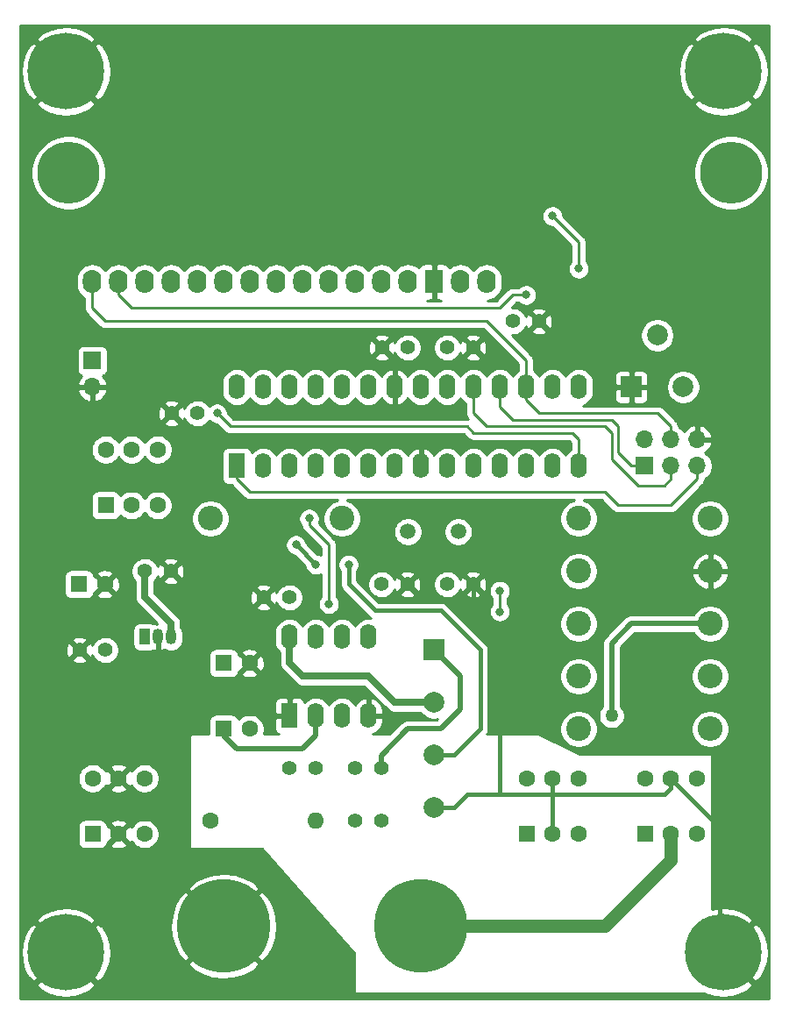
<source format=gbl>
G04 #@! TF.GenerationSoftware,KiCad,Pcbnew,5.1.9+dfsg1-1+deb11u1*
G04 #@! TF.CreationDate,2023-04-03T20:06:42-05:00*
G04 #@! TF.ProjectId,lcbdk,6c636264-6b2e-46b6-9963-61645f706362,rev?*
G04 #@! TF.SameCoordinates,Original*
G04 #@! TF.FileFunction,Copper,L2,Bot*
G04 #@! TF.FilePolarity,Positive*
%FSLAX46Y46*%
G04 Gerber Fmt 4.6, Leading zero omitted, Abs format (unit mm)*
G04 Created by KiCad (PCBNEW 5.1.9+dfsg1-1+deb11u1) date 2023-04-03 20:06:42*
%MOMM*%
%LPD*%
G01*
G04 APERTURE LIST*
G04 #@! TA.AperFunction,ComponentPad*
%ADD10R,1.600000X1.600000*%
G04 #@! TD*
G04 #@! TA.AperFunction,ComponentPad*
%ADD11C,1.600000*%
G04 #@! TD*
G04 #@! TA.AperFunction,ComponentPad*
%ADD12C,1.400000*%
G04 #@! TD*
G04 #@! TA.AperFunction,ComponentPad*
%ADD13R,2.000000X2.000000*%
G04 #@! TD*
G04 #@! TA.AperFunction,ComponentPad*
%ADD14C,2.000000*%
G04 #@! TD*
G04 #@! TA.AperFunction,ComponentPad*
%ADD15R,1.778000X2.286000*%
G04 #@! TD*
G04 #@! TA.AperFunction,ComponentPad*
%ADD16O,1.778000X2.286000*%
G04 #@! TD*
G04 #@! TA.AperFunction,ComponentPad*
%ADD17C,6.000000*%
G04 #@! TD*
G04 #@! TA.AperFunction,ComponentPad*
%ADD18C,9.000000*%
G04 #@! TD*
G04 #@! TA.AperFunction,ComponentPad*
%ADD19R,1.700000X1.700000*%
G04 #@! TD*
G04 #@! TA.AperFunction,ComponentPad*
%ADD20O,1.700000X1.700000*%
G04 #@! TD*
G04 #@! TA.AperFunction,ComponentPad*
%ADD21O,1.600000X1.600000*%
G04 #@! TD*
G04 #@! TA.AperFunction,ComponentPad*
%ADD22C,2.400000*%
G04 #@! TD*
G04 #@! TA.AperFunction,ComponentPad*
%ADD23O,2.400000X2.400000*%
G04 #@! TD*
G04 #@! TA.AperFunction,ComponentPad*
%ADD24R,1.600000X2.400000*%
G04 #@! TD*
G04 #@! TA.AperFunction,ComponentPad*
%ADD25O,1.600000X2.400000*%
G04 #@! TD*
G04 #@! TA.AperFunction,ComponentPad*
%ADD26O,1.050000X1.500000*%
G04 #@! TD*
G04 #@! TA.AperFunction,ComponentPad*
%ADD27R,1.050000X1.500000*%
G04 #@! TD*
G04 #@! TA.AperFunction,ComponentPad*
%ADD28C,1.500000*%
G04 #@! TD*
G04 #@! TA.AperFunction,ConnectorPad*
%ADD29C,7.400000*%
G04 #@! TD*
G04 #@! TA.AperFunction,ComponentPad*
%ADD30C,4.100000*%
G04 #@! TD*
G04 #@! TA.AperFunction,ViaPad*
%ADD31C,1.270000*%
G04 #@! TD*
G04 #@! TA.AperFunction,ViaPad*
%ADD32C,0.800000*%
G04 #@! TD*
G04 #@! TA.AperFunction,Conductor*
%ADD33C,0.381000*%
G04 #@! TD*
G04 #@! TA.AperFunction,Conductor*
%ADD34C,0.508000*%
G04 #@! TD*
G04 #@! TA.AperFunction,Conductor*
%ADD35C,0.635000*%
G04 #@! TD*
G04 #@! TA.AperFunction,Conductor*
%ADD36C,0.250000*%
G04 #@! TD*
G04 #@! TA.AperFunction,Conductor*
%ADD37C,1.270000*%
G04 #@! TD*
G04 #@! TA.AperFunction,Conductor*
%ADD38C,0.254000*%
G04 #@! TD*
G04 #@! TA.AperFunction,Conductor*
%ADD39C,0.100000*%
G04 #@! TD*
G04 APERTURE END LIST*
D10*
X167680000Y-113030000D03*
D11*
X170180000Y-113030000D03*
X172680000Y-113030000D03*
X167680000Y-107630000D03*
X170180000Y-107630000D03*
X172680000Y-107630000D03*
D12*
X142280000Y-66040000D03*
X144780000Y-66040000D03*
D13*
X147320000Y-95250000D03*
D14*
X147320000Y-100330000D03*
X147320000Y-105410000D03*
X147320000Y-110490000D03*
D12*
X133350000Y-106680000D03*
X135850000Y-106680000D03*
D10*
X127000000Y-102870000D03*
D11*
X129500000Y-102870000D03*
X129500000Y-96520000D03*
D10*
X127000000Y-96520000D03*
D12*
X130850000Y-90170000D03*
X133350000Y-90170000D03*
X121960000Y-72390000D03*
X124460000Y-72390000D03*
X148590000Y-66040000D03*
X151090000Y-66040000D03*
X154940000Y-63500000D03*
X157440000Y-63500000D03*
X144740000Y-88900000D03*
X142240000Y-88900000D03*
X148590000Y-88900000D03*
X151090000Y-88900000D03*
D10*
X113030000Y-88900000D03*
D11*
X115530000Y-88900000D03*
D12*
X121880000Y-87630000D03*
X119380000Y-87630000D03*
X115570000Y-95250000D03*
X113070000Y-95250000D03*
X142200000Y-111760000D03*
X139700000Y-111760000D03*
X139700000Y-106680000D03*
X142200000Y-106680000D03*
D15*
X147320000Y-59690000D03*
D16*
X144780000Y-59690000D03*
X142240000Y-59690000D03*
X139700000Y-59690000D03*
X137160000Y-59690000D03*
X134620000Y-59690000D03*
X132080000Y-59690000D03*
X129540000Y-59690000D03*
X127000000Y-59690000D03*
X124460000Y-59690000D03*
X121920000Y-59690000D03*
X119380000Y-59690000D03*
X116840000Y-59690000D03*
X114300000Y-59690000D03*
X152400000Y-59690000D03*
X149860000Y-59690000D03*
D17*
X112010000Y-49150000D03*
X176010000Y-49150000D03*
D18*
X146050000Y-121920000D03*
X127000000Y-121920000D03*
D19*
X114300000Y-67310000D03*
D20*
X114300000Y-69850000D03*
D11*
X125730000Y-111760000D03*
D21*
X135890000Y-111760000D03*
D22*
X161290000Y-82550000D03*
D23*
X173990000Y-82550000D03*
X173990000Y-87630000D03*
D22*
X161290000Y-87630000D03*
D23*
X173990000Y-92710000D03*
D22*
X161290000Y-92710000D03*
D23*
X173990000Y-97790000D03*
D22*
X161290000Y-97790000D03*
X161290000Y-102870000D03*
D23*
X173990000Y-102870000D03*
D22*
X138430000Y-82550000D03*
D23*
X125730000Y-82550000D03*
D13*
X166370000Y-69850000D03*
D14*
X168870000Y-64850000D03*
X171370000Y-69850000D03*
D11*
X119340000Y-107630000D03*
X116840000Y-107630000D03*
X114340000Y-107630000D03*
X119340000Y-113030000D03*
X116840000Y-113030000D03*
D10*
X114340000Y-113030000D03*
D11*
X161250000Y-107630000D03*
X158750000Y-107630000D03*
X156250000Y-107630000D03*
X161250000Y-113030000D03*
X158750000Y-113030000D03*
D10*
X156250000Y-113030000D03*
X115610000Y-81280000D03*
D11*
X118110000Y-81280000D03*
X120610000Y-81280000D03*
X115610000Y-75880000D03*
X118110000Y-75880000D03*
X120610000Y-75880000D03*
D24*
X133350000Y-101600000D03*
D25*
X140970000Y-93980000D03*
X135890000Y-101600000D03*
X138430000Y-93980000D03*
X138430000Y-101600000D03*
X135890000Y-93980000D03*
X140970000Y-101600000D03*
X133350000Y-93980000D03*
D24*
X128270000Y-77470000D03*
D25*
X161290000Y-69850000D03*
X130810000Y-77470000D03*
X158750000Y-69850000D03*
X133350000Y-77470000D03*
X156210000Y-69850000D03*
X135890000Y-77470000D03*
X153670000Y-69850000D03*
X138430000Y-77470000D03*
X151130000Y-69850000D03*
X140970000Y-77470000D03*
X148590000Y-69850000D03*
X143510000Y-77470000D03*
X146050000Y-69850000D03*
X146050000Y-77470000D03*
X143510000Y-69850000D03*
X148590000Y-77470000D03*
X140970000Y-69850000D03*
X151130000Y-77470000D03*
X138430000Y-69850000D03*
X153670000Y-77470000D03*
X135890000Y-69850000D03*
X156210000Y-77470000D03*
X133350000Y-69850000D03*
X158750000Y-77470000D03*
X130810000Y-69850000D03*
X161290000Y-77470000D03*
X128270000Y-69850000D03*
D26*
X120650000Y-93980000D03*
X121920000Y-93980000D03*
D27*
X119380000Y-93980000D03*
D28*
X144780000Y-83820000D03*
X149660000Y-83820000D03*
D19*
X167640000Y-77470000D03*
D20*
X167640000Y-74930000D03*
X170180000Y-77470000D03*
X170180000Y-74930000D03*
X172720000Y-77470000D03*
X172720000Y-74930000D03*
D29*
X111760000Y-39370000D03*
D30*
X111760000Y-39370000D03*
X111760000Y-124460000D03*
D29*
X111760000Y-124460000D03*
X175260000Y-39370000D03*
D30*
X175260000Y-39370000D03*
X175260000Y-124460000D03*
D29*
X175260000Y-124460000D03*
D31*
X164465000Y-101600000D03*
D32*
X126365000Y-72390000D03*
X158750000Y-53340000D03*
X161290000Y-58420000D03*
X156210000Y-60960000D03*
X133985000Y-85090000D03*
X135890000Y-86995000D03*
X139065000Y-86995000D03*
X153670000Y-89535000D03*
X153670000Y-91530000D03*
X137160000Y-90805000D03*
X135255000Y-82550000D03*
D33*
X147320000Y-110490000D02*
X149225000Y-110490000D01*
X149225000Y-110490000D02*
X150495000Y-109220000D01*
X158750000Y-109220000D02*
X158750000Y-107630000D01*
X158750000Y-113030000D02*
X158750000Y-109220000D01*
X158750000Y-109220000D02*
X169545000Y-109220000D01*
X169545000Y-109220000D02*
X170180000Y-108585000D01*
X170180000Y-108585000D02*
X170180000Y-107630000D01*
X170180000Y-107630000D02*
X174945000Y-112395000D01*
X174945000Y-124145000D02*
X175260000Y-124460000D01*
X174945000Y-112395000D02*
X174945000Y-124145000D01*
X153670000Y-109220000D02*
X153670000Y-94615000D01*
X150495000Y-109220000D02*
X153670000Y-109220000D01*
X153670000Y-109220000D02*
X158750000Y-109220000D01*
X151090000Y-92035000D02*
X151090000Y-88900000D01*
X153670000Y-94615000D02*
X151090000Y-92035000D01*
D34*
X127000000Y-102870000D02*
X127000000Y-103505000D01*
X127000000Y-103505000D02*
X128270000Y-104775000D01*
X128270000Y-104775000D02*
X134620000Y-104775000D01*
X135890000Y-103505000D02*
X135890000Y-101600000D01*
X134620000Y-104775000D02*
X135890000Y-103505000D01*
X164465000Y-101600000D02*
X164465000Y-94615000D01*
X166370000Y-92710000D02*
X173990000Y-92710000D01*
X164465000Y-94615000D02*
X166370000Y-92710000D01*
D35*
X147320000Y-100330000D02*
X143510000Y-100330000D01*
X143510000Y-100330000D02*
X140970000Y-97790000D01*
X140970000Y-97790000D02*
X134620000Y-97790000D01*
X133350000Y-96520000D02*
X133350000Y-93980000D01*
X134620000Y-97790000D02*
X133350000Y-96520000D01*
X121920000Y-93980000D02*
X121920000Y-92710000D01*
X119380000Y-90170000D02*
X119380000Y-87630000D01*
X121920000Y-92710000D02*
X119380000Y-90170000D01*
D34*
X142200000Y-106680000D02*
X142200000Y-105450000D01*
X142200000Y-105450000D02*
X144780000Y-102870000D01*
X144780000Y-102870000D02*
X147955000Y-102870000D01*
X147955000Y-102870000D02*
X149860000Y-100965000D01*
X149860000Y-97790000D02*
X147320000Y-95250000D01*
X149860000Y-100965000D02*
X149860000Y-97790000D01*
D36*
X153670000Y-71755000D02*
X153670000Y-69850000D01*
X165100000Y-73660000D02*
X164465000Y-73025000D01*
X164465000Y-73025000D02*
X154940000Y-73025000D01*
X165100000Y-76200000D02*
X165100000Y-73660000D01*
X154940000Y-73025000D02*
X153670000Y-71755000D01*
X166370000Y-77470000D02*
X165100000Y-76200000D01*
X167640000Y-77470000D02*
X166370000Y-77470000D01*
X170180000Y-77470000D02*
X170180000Y-78740000D01*
X169545000Y-79375000D02*
X167005000Y-79375000D01*
X170180000Y-78740000D02*
X169545000Y-79375000D01*
X167005000Y-79375000D02*
X164465000Y-76835000D01*
X164465000Y-76835000D02*
X164465000Y-74295000D01*
X164465000Y-74295000D02*
X163830000Y-73660000D01*
X152400000Y-73660000D02*
X151130000Y-72390000D01*
X163830000Y-73660000D02*
X152400000Y-73660000D01*
X151130000Y-72390000D02*
X151130000Y-69850000D01*
X161290000Y-77470000D02*
X161290000Y-74930000D01*
X161290000Y-74930000D02*
X160655000Y-74295000D01*
X160655000Y-74295000D02*
X151130000Y-74295000D01*
X151130000Y-74295000D02*
X150495000Y-73660000D01*
X150495000Y-73660000D02*
X127635000Y-73660000D01*
X127635000Y-73660000D02*
X126365000Y-72390000D01*
X161290000Y-55880000D02*
X158750000Y-53340000D01*
X161290000Y-58420000D02*
X161290000Y-55880000D01*
X154940000Y-60960000D02*
X153670000Y-62230000D01*
X153670000Y-62230000D02*
X118110000Y-62230000D01*
X116840000Y-60960000D02*
X116840000Y-59690000D01*
X118110000Y-62230000D02*
X116840000Y-60960000D01*
X156210000Y-60960000D02*
X154940000Y-60960000D01*
X156210000Y-69850000D02*
X156210000Y-67310000D01*
X156210000Y-67310000D02*
X152400000Y-63500000D01*
X152400000Y-63500000D02*
X115570000Y-63500000D01*
X114300000Y-62230000D02*
X114300000Y-59690000D01*
X115570000Y-63500000D02*
X114300000Y-62230000D01*
X170180000Y-74930000D02*
X170180000Y-73660000D01*
X170180000Y-73660000D02*
X168910000Y-72390000D01*
X168910000Y-72390000D02*
X157480000Y-72390000D01*
X156210000Y-71120000D02*
X156210000Y-69850000D01*
X157480000Y-72390000D02*
X156210000Y-71120000D01*
D37*
X146050000Y-121920000D02*
X163830000Y-121920000D01*
X170180000Y-115570000D02*
X170180000Y-113030000D01*
X163830000Y-121920000D02*
X170180000Y-115570000D01*
D33*
X133985000Y-85090000D02*
X135890000Y-86995000D01*
X139065000Y-86995000D02*
X139065000Y-88900000D01*
X139065000Y-88900000D02*
X141605000Y-91440000D01*
X141605000Y-91440000D02*
X147955000Y-91440000D01*
X147955000Y-91440000D02*
X151765000Y-95250000D01*
X151765000Y-95250000D02*
X151765000Y-102870000D01*
X149225000Y-105410000D02*
X147320000Y-105410000D01*
X151765000Y-102870000D02*
X149225000Y-105410000D01*
D36*
X153670000Y-89535000D02*
X153670000Y-91530000D01*
X172720000Y-77470000D02*
X172720000Y-78740000D01*
X172720000Y-78740000D02*
X170180000Y-81280000D01*
X170180000Y-81280000D02*
X165100000Y-81280000D01*
X165100000Y-81280000D02*
X163830000Y-80010000D01*
X163830000Y-80010000D02*
X129540000Y-80010000D01*
X129540000Y-80010000D02*
X128270000Y-78740000D01*
X128270000Y-78740000D02*
X128270000Y-77470000D01*
X137160000Y-90805000D02*
X137160000Y-85090000D01*
X137160000Y-85090000D02*
X135255000Y-83185000D01*
X135255000Y-83185000D02*
X135255000Y-82550000D01*
D38*
X179680001Y-126967572D02*
X179680000Y-126967582D01*
X179680001Y-128880000D01*
X107340000Y-128880000D01*
X107340000Y-127516330D01*
X108883275Y-127516330D01*
X109303456Y-128057208D01*
X110052438Y-128467336D01*
X110867042Y-128723465D01*
X111715960Y-128815751D01*
X112566571Y-128740648D01*
X113386186Y-128501042D01*
X114143308Y-128106141D01*
X114216544Y-128057208D01*
X114636725Y-127516330D01*
X111760000Y-124639605D01*
X108883275Y-127516330D01*
X107340000Y-127516330D01*
X107340000Y-124415960D01*
X107404249Y-124415960D01*
X107479352Y-125266571D01*
X107718958Y-126086186D01*
X108113859Y-126843308D01*
X108162792Y-126916544D01*
X108703670Y-127336725D01*
X111580395Y-124460000D01*
X111939605Y-124460000D01*
X114816330Y-127336725D01*
X115357208Y-126916544D01*
X115767336Y-126167562D01*
X115963091Y-125544971D01*
X123554634Y-125544971D01*
X124070783Y-126167788D01*
X124955768Y-126657630D01*
X125919314Y-126965407D01*
X126924389Y-127079293D01*
X127932370Y-126994910D01*
X128904520Y-126715501D01*
X129803481Y-126251803D01*
X129929217Y-126167788D01*
X130445366Y-125544971D01*
X127000000Y-122099605D01*
X123554634Y-125544971D01*
X115963091Y-125544971D01*
X116023465Y-125352958D01*
X116115751Y-124504040D01*
X116040648Y-123653429D01*
X115801042Y-122833814D01*
X115406141Y-122076692D01*
X115357208Y-122003456D01*
X115152450Y-121844389D01*
X121840707Y-121844389D01*
X121925090Y-122852370D01*
X122204499Y-123824520D01*
X122668197Y-124723481D01*
X122752212Y-124849217D01*
X123375029Y-125365366D01*
X126820395Y-121920000D01*
X127179605Y-121920000D01*
X130624971Y-125365366D01*
X131247788Y-124849217D01*
X131737630Y-123964232D01*
X132045407Y-123000686D01*
X132159293Y-121995611D01*
X132074910Y-120987630D01*
X131795501Y-120015480D01*
X131331803Y-119116519D01*
X131247788Y-118990783D01*
X130624971Y-118474634D01*
X127179605Y-121920000D01*
X126820395Y-121920000D01*
X123375029Y-118474634D01*
X122752212Y-118990783D01*
X122262370Y-119875768D01*
X121954593Y-120839314D01*
X121840707Y-121844389D01*
X115152450Y-121844389D01*
X114816330Y-121583275D01*
X111939605Y-124460000D01*
X111580395Y-124460000D01*
X108703670Y-121583275D01*
X108162792Y-122003456D01*
X107752664Y-122752438D01*
X107496535Y-123567042D01*
X107404249Y-124415960D01*
X107340000Y-124415960D01*
X107340000Y-121403670D01*
X108883275Y-121403670D01*
X111760000Y-124280395D01*
X114636725Y-121403670D01*
X114216544Y-120862792D01*
X113467562Y-120452664D01*
X112652958Y-120196535D01*
X111804040Y-120104249D01*
X110953429Y-120179352D01*
X110133814Y-120418958D01*
X109376692Y-120813859D01*
X109303456Y-120862792D01*
X108883275Y-121403670D01*
X107340000Y-121403670D01*
X107340000Y-118295029D01*
X123554634Y-118295029D01*
X127000000Y-121740395D01*
X130445366Y-118295029D01*
X129929217Y-117672212D01*
X129044232Y-117182370D01*
X128080686Y-116874593D01*
X127075611Y-116760707D01*
X126067630Y-116845090D01*
X125095480Y-117124499D01*
X124196519Y-117588197D01*
X124070783Y-117672212D01*
X123554634Y-118295029D01*
X107340000Y-118295029D01*
X107340000Y-112230000D01*
X112901928Y-112230000D01*
X112901928Y-113830000D01*
X112914188Y-113954482D01*
X112950498Y-114074180D01*
X113009463Y-114184494D01*
X113088815Y-114281185D01*
X113185506Y-114360537D01*
X113295820Y-114419502D01*
X113415518Y-114455812D01*
X113540000Y-114468072D01*
X115140000Y-114468072D01*
X115264482Y-114455812D01*
X115384180Y-114419502D01*
X115494494Y-114360537D01*
X115591185Y-114281185D01*
X115670537Y-114184494D01*
X115729502Y-114074180D01*
X115745117Y-114022702D01*
X116026903Y-114022702D01*
X116098486Y-114266671D01*
X116353996Y-114387571D01*
X116628184Y-114456300D01*
X116910512Y-114470217D01*
X117190130Y-114428787D01*
X117456292Y-114333603D01*
X117581514Y-114266671D01*
X117653097Y-114022702D01*
X116840000Y-113209605D01*
X116026903Y-114022702D01*
X115745117Y-114022702D01*
X115765812Y-113954482D01*
X115778072Y-113830000D01*
X115778072Y-113822785D01*
X115847298Y-113843097D01*
X116660395Y-113030000D01*
X117019605Y-113030000D01*
X117832702Y-113843097D01*
X118076671Y-113771514D01*
X118090324Y-113742659D01*
X118225363Y-113944759D01*
X118425241Y-114144637D01*
X118660273Y-114301680D01*
X118921426Y-114409853D01*
X119198665Y-114465000D01*
X119481335Y-114465000D01*
X119758574Y-114409853D01*
X120019727Y-114301680D01*
X120254759Y-114144637D01*
X120454637Y-113944759D01*
X120611680Y-113709727D01*
X120719853Y-113448574D01*
X120775000Y-113171335D01*
X120775000Y-112888665D01*
X120719853Y-112611426D01*
X120611680Y-112350273D01*
X120454637Y-112115241D01*
X120254759Y-111915363D01*
X120019727Y-111758320D01*
X119758574Y-111650147D01*
X119481335Y-111595000D01*
X119198665Y-111595000D01*
X118921426Y-111650147D01*
X118660273Y-111758320D01*
X118425241Y-111915363D01*
X118225363Y-112115241D01*
X118091308Y-112315869D01*
X118076671Y-112288486D01*
X117832702Y-112216903D01*
X117019605Y-113030000D01*
X116660395Y-113030000D01*
X115847298Y-112216903D01*
X115778072Y-112237215D01*
X115778072Y-112230000D01*
X115765812Y-112105518D01*
X115745118Y-112037298D01*
X116026903Y-112037298D01*
X116840000Y-112850395D01*
X117653097Y-112037298D01*
X117581514Y-111793329D01*
X117326004Y-111672429D01*
X117051816Y-111603700D01*
X116769488Y-111589783D01*
X116489870Y-111631213D01*
X116223708Y-111726397D01*
X116098486Y-111793329D01*
X116026903Y-112037298D01*
X115745118Y-112037298D01*
X115729502Y-111985820D01*
X115670537Y-111875506D01*
X115591185Y-111778815D01*
X115494494Y-111699463D01*
X115384180Y-111640498D01*
X115264482Y-111604188D01*
X115140000Y-111591928D01*
X113540000Y-111591928D01*
X113415518Y-111604188D01*
X113295820Y-111640498D01*
X113185506Y-111699463D01*
X113088815Y-111778815D01*
X113009463Y-111875506D01*
X112950498Y-111985820D01*
X112914188Y-112105518D01*
X112901928Y-112230000D01*
X107340000Y-112230000D01*
X107340000Y-107488665D01*
X112905000Y-107488665D01*
X112905000Y-107771335D01*
X112960147Y-108048574D01*
X113068320Y-108309727D01*
X113225363Y-108544759D01*
X113425241Y-108744637D01*
X113660273Y-108901680D01*
X113921426Y-109009853D01*
X114198665Y-109065000D01*
X114481335Y-109065000D01*
X114758574Y-109009853D01*
X115019727Y-108901680D01*
X115254759Y-108744637D01*
X115376694Y-108622702D01*
X116026903Y-108622702D01*
X116098486Y-108866671D01*
X116353996Y-108987571D01*
X116628184Y-109056300D01*
X116910512Y-109070217D01*
X117190130Y-109028787D01*
X117456292Y-108933603D01*
X117581514Y-108866671D01*
X117653097Y-108622702D01*
X116840000Y-107809605D01*
X116026903Y-108622702D01*
X115376694Y-108622702D01*
X115454637Y-108544759D01*
X115588692Y-108344131D01*
X115603329Y-108371514D01*
X115847298Y-108443097D01*
X116660395Y-107630000D01*
X117019605Y-107630000D01*
X117832702Y-108443097D01*
X118076671Y-108371514D01*
X118090324Y-108342659D01*
X118225363Y-108544759D01*
X118425241Y-108744637D01*
X118660273Y-108901680D01*
X118921426Y-109009853D01*
X119198665Y-109065000D01*
X119481335Y-109065000D01*
X119758574Y-109009853D01*
X120019727Y-108901680D01*
X120254759Y-108744637D01*
X120454637Y-108544759D01*
X120611680Y-108309727D01*
X120719853Y-108048574D01*
X120775000Y-107771335D01*
X120775000Y-107488665D01*
X120719853Y-107211426D01*
X120611680Y-106950273D01*
X120454637Y-106715241D01*
X120254759Y-106515363D01*
X120019727Y-106358320D01*
X119758574Y-106250147D01*
X119481335Y-106195000D01*
X119198665Y-106195000D01*
X118921426Y-106250147D01*
X118660273Y-106358320D01*
X118425241Y-106515363D01*
X118225363Y-106715241D01*
X118091308Y-106915869D01*
X118076671Y-106888486D01*
X117832702Y-106816903D01*
X117019605Y-107630000D01*
X116660395Y-107630000D01*
X115847298Y-106816903D01*
X115603329Y-106888486D01*
X115589676Y-106917341D01*
X115454637Y-106715241D01*
X115376694Y-106637298D01*
X116026903Y-106637298D01*
X116840000Y-107450395D01*
X117653097Y-106637298D01*
X117581514Y-106393329D01*
X117326004Y-106272429D01*
X117051816Y-106203700D01*
X116769488Y-106189783D01*
X116489870Y-106231213D01*
X116223708Y-106326397D01*
X116098486Y-106393329D01*
X116026903Y-106637298D01*
X115376694Y-106637298D01*
X115254759Y-106515363D01*
X115019727Y-106358320D01*
X114758574Y-106250147D01*
X114481335Y-106195000D01*
X114198665Y-106195000D01*
X113921426Y-106250147D01*
X113660273Y-106358320D01*
X113425241Y-106515363D01*
X113225363Y-106715241D01*
X113068320Y-106950273D01*
X112960147Y-107211426D01*
X112905000Y-107488665D01*
X107340000Y-107488665D01*
X107340000Y-103505000D01*
X123698000Y-103505000D01*
X123698000Y-114300000D01*
X123700440Y-114324776D01*
X123707667Y-114348601D01*
X123719403Y-114370557D01*
X123735197Y-114389803D01*
X123754443Y-114405597D01*
X123776399Y-114417333D01*
X123800224Y-114424560D01*
X123825000Y-114427000D01*
X130752372Y-114427000D01*
X139573000Y-124507718D01*
X139573000Y-128270000D01*
X139575440Y-128294776D01*
X139582667Y-128318601D01*
X139594403Y-128340557D01*
X139610197Y-128359803D01*
X139629443Y-128375597D01*
X139651399Y-128387333D01*
X139675224Y-128394560D01*
X139700000Y-128397000D01*
X173423989Y-128397000D01*
X173552438Y-128467336D01*
X174367042Y-128723465D01*
X175215960Y-128815751D01*
X176066571Y-128740648D01*
X176886186Y-128501042D01*
X177643308Y-128106141D01*
X177716544Y-128057208D01*
X178136725Y-127516330D01*
X175260000Y-124639605D01*
X175245858Y-124653748D01*
X175066253Y-124474143D01*
X175080395Y-124460000D01*
X175439605Y-124460000D01*
X178316330Y-127336725D01*
X178857208Y-126916544D01*
X179267336Y-126167562D01*
X179523465Y-125352958D01*
X179615751Y-124504040D01*
X179540648Y-123653429D01*
X179301042Y-122833814D01*
X178906141Y-122076692D01*
X178857208Y-122003456D01*
X178316330Y-121583275D01*
X175439605Y-124460000D01*
X175080395Y-124460000D01*
X175066253Y-124445858D01*
X175245858Y-124266253D01*
X175260000Y-124280395D01*
X178136725Y-121403670D01*
X177716544Y-120862792D01*
X176967562Y-120452664D01*
X176152958Y-120196535D01*
X175304040Y-120104249D01*
X174453429Y-120179352D01*
X174117000Y-120277704D01*
X174117000Y-105410000D01*
X174114560Y-105385224D01*
X174107333Y-105361399D01*
X174095597Y-105339443D01*
X174079803Y-105320197D01*
X174060557Y-105304403D01*
X174038601Y-105292667D01*
X174014776Y-105285440D01*
X173990000Y-105283000D01*
X161319980Y-105283000D01*
X157536796Y-103391408D01*
X157504776Y-103380440D01*
X157480000Y-103378000D01*
X152415998Y-103378000D01*
X152425607Y-103366291D01*
X152454698Y-103330844D01*
X152483879Y-103276250D01*
X152531353Y-103187434D01*
X152578556Y-103031826D01*
X152590500Y-102910553D01*
X152590500Y-102910544D01*
X152594493Y-102870001D01*
X152590500Y-102829458D01*
X152590500Y-102689268D01*
X159455000Y-102689268D01*
X159455000Y-103050732D01*
X159525518Y-103405250D01*
X159663844Y-103739199D01*
X159864662Y-104039744D01*
X160120256Y-104295338D01*
X160420801Y-104496156D01*
X160754750Y-104634482D01*
X161109268Y-104705000D01*
X161470732Y-104705000D01*
X161825250Y-104634482D01*
X162159199Y-104496156D01*
X162459744Y-104295338D01*
X162715338Y-104039744D01*
X162916156Y-103739199D01*
X163054482Y-103405250D01*
X163125000Y-103050732D01*
X163125000Y-102689268D01*
X163054482Y-102334750D01*
X162916156Y-102000801D01*
X162715338Y-101700256D01*
X162489998Y-101474916D01*
X163195000Y-101474916D01*
X163195000Y-101725084D01*
X163243805Y-101970445D01*
X163339541Y-102201571D01*
X163478527Y-102409578D01*
X163655422Y-102586473D01*
X163863429Y-102725459D01*
X164094555Y-102821195D01*
X164339916Y-102870000D01*
X164590084Y-102870000D01*
X164835445Y-102821195D01*
X165066571Y-102725459D01*
X165120734Y-102689268D01*
X172155000Y-102689268D01*
X172155000Y-103050732D01*
X172225518Y-103405250D01*
X172363844Y-103739199D01*
X172564662Y-104039744D01*
X172820256Y-104295338D01*
X173120801Y-104496156D01*
X173454750Y-104634482D01*
X173809268Y-104705000D01*
X174170732Y-104705000D01*
X174525250Y-104634482D01*
X174859199Y-104496156D01*
X175159744Y-104295338D01*
X175415338Y-104039744D01*
X175616156Y-103739199D01*
X175754482Y-103405250D01*
X175825000Y-103050732D01*
X175825000Y-102689268D01*
X175754482Y-102334750D01*
X175616156Y-102000801D01*
X175415338Y-101700256D01*
X175159744Y-101444662D01*
X174859199Y-101243844D01*
X174525250Y-101105518D01*
X174170732Y-101035000D01*
X173809268Y-101035000D01*
X173454750Y-101105518D01*
X173120801Y-101243844D01*
X172820256Y-101444662D01*
X172564662Y-101700256D01*
X172363844Y-102000801D01*
X172225518Y-102334750D01*
X172155000Y-102689268D01*
X165120734Y-102689268D01*
X165274578Y-102586473D01*
X165451473Y-102409578D01*
X165590459Y-102201571D01*
X165686195Y-101970445D01*
X165735000Y-101725084D01*
X165735000Y-101474916D01*
X165686195Y-101229555D01*
X165590459Y-100998429D01*
X165451473Y-100790422D01*
X165354000Y-100692949D01*
X165354000Y-97609268D01*
X172155000Y-97609268D01*
X172155000Y-97970732D01*
X172225518Y-98325250D01*
X172363844Y-98659199D01*
X172564662Y-98959744D01*
X172820256Y-99215338D01*
X173120801Y-99416156D01*
X173454750Y-99554482D01*
X173809268Y-99625000D01*
X174170732Y-99625000D01*
X174525250Y-99554482D01*
X174859199Y-99416156D01*
X175159744Y-99215338D01*
X175415338Y-98959744D01*
X175616156Y-98659199D01*
X175754482Y-98325250D01*
X175825000Y-97970732D01*
X175825000Y-97609268D01*
X175754482Y-97254750D01*
X175616156Y-96920801D01*
X175415338Y-96620256D01*
X175159744Y-96364662D01*
X174859199Y-96163844D01*
X174525250Y-96025518D01*
X174170732Y-95955000D01*
X173809268Y-95955000D01*
X173454750Y-96025518D01*
X173120801Y-96163844D01*
X172820256Y-96364662D01*
X172564662Y-96620256D01*
X172363844Y-96920801D01*
X172225518Y-97254750D01*
X172155000Y-97609268D01*
X165354000Y-97609268D01*
X165354000Y-94983235D01*
X166738236Y-93599000D01*
X172377075Y-93599000D01*
X172564662Y-93879744D01*
X172820256Y-94135338D01*
X173120801Y-94336156D01*
X173454750Y-94474482D01*
X173809268Y-94545000D01*
X174170732Y-94545000D01*
X174525250Y-94474482D01*
X174859199Y-94336156D01*
X175159744Y-94135338D01*
X175415338Y-93879744D01*
X175616156Y-93579199D01*
X175754482Y-93245250D01*
X175825000Y-92890732D01*
X175825000Y-92529268D01*
X175754482Y-92174750D01*
X175616156Y-91840801D01*
X175415338Y-91540256D01*
X175159744Y-91284662D01*
X174859199Y-91083844D01*
X174525250Y-90945518D01*
X174170732Y-90875000D01*
X173809268Y-90875000D01*
X173454750Y-90945518D01*
X173120801Y-91083844D01*
X172820256Y-91284662D01*
X172564662Y-91540256D01*
X172377075Y-91821000D01*
X166413660Y-91821000D01*
X166370000Y-91816700D01*
X166326340Y-91821000D01*
X166326333Y-91821000D01*
X166215687Y-91831898D01*
X166195725Y-91833864D01*
X166172857Y-91840801D01*
X166028149Y-91884697D01*
X165873709Y-91967247D01*
X165873707Y-91967248D01*
X165873708Y-91967248D01*
X165801461Y-92026540D01*
X165738341Y-92078341D01*
X165710506Y-92112258D01*
X163867259Y-93955506D01*
X163833342Y-93983341D01*
X163805507Y-94017258D01*
X163805505Y-94017260D01*
X163722248Y-94118709D01*
X163639698Y-94273148D01*
X163588864Y-94440726D01*
X163571700Y-94615000D01*
X163576001Y-94658670D01*
X163576000Y-100692949D01*
X163478527Y-100790422D01*
X163339541Y-100998429D01*
X163243805Y-101229555D01*
X163195000Y-101474916D01*
X162489998Y-101474916D01*
X162459744Y-101444662D01*
X162159199Y-101243844D01*
X161825250Y-101105518D01*
X161470732Y-101035000D01*
X161109268Y-101035000D01*
X160754750Y-101105518D01*
X160420801Y-101243844D01*
X160120256Y-101444662D01*
X159864662Y-101700256D01*
X159663844Y-102000801D01*
X159525518Y-102334750D01*
X159455000Y-102689268D01*
X152590500Y-102689268D01*
X152590500Y-97609268D01*
X159455000Y-97609268D01*
X159455000Y-97970732D01*
X159525518Y-98325250D01*
X159663844Y-98659199D01*
X159864662Y-98959744D01*
X160120256Y-99215338D01*
X160420801Y-99416156D01*
X160754750Y-99554482D01*
X161109268Y-99625000D01*
X161470732Y-99625000D01*
X161825250Y-99554482D01*
X162159199Y-99416156D01*
X162459744Y-99215338D01*
X162715338Y-98959744D01*
X162916156Y-98659199D01*
X163054482Y-98325250D01*
X163125000Y-97970732D01*
X163125000Y-97609268D01*
X163054482Y-97254750D01*
X162916156Y-96920801D01*
X162715338Y-96620256D01*
X162459744Y-96364662D01*
X162159199Y-96163844D01*
X161825250Y-96025518D01*
X161470732Y-95955000D01*
X161109268Y-95955000D01*
X160754750Y-96025518D01*
X160420801Y-96163844D01*
X160120256Y-96364662D01*
X159864662Y-96620256D01*
X159663844Y-96920801D01*
X159525518Y-97254750D01*
X159455000Y-97609268D01*
X152590500Y-97609268D01*
X152590500Y-95290550D01*
X152594494Y-95250000D01*
X152590500Y-95209447D01*
X152578556Y-95088174D01*
X152531353Y-94932566D01*
X152526815Y-94924076D01*
X152454699Y-94789157D01*
X152377392Y-94694958D01*
X152377389Y-94694955D01*
X152351541Y-94663459D01*
X152320046Y-94637612D01*
X148567398Y-90884966D01*
X148541541Y-90853459D01*
X148415842Y-90750301D01*
X148272434Y-90673647D01*
X148116826Y-90626444D01*
X147995553Y-90614500D01*
X147995550Y-90614500D01*
X147955000Y-90610506D01*
X147914450Y-90614500D01*
X141946933Y-90614500D01*
X140100947Y-88768514D01*
X140905000Y-88768514D01*
X140905000Y-89031486D01*
X140956304Y-89289405D01*
X141056939Y-89532359D01*
X141203038Y-89751013D01*
X141388987Y-89936962D01*
X141607641Y-90083061D01*
X141850595Y-90183696D01*
X142108514Y-90235000D01*
X142371486Y-90235000D01*
X142629405Y-90183696D01*
X142872359Y-90083061D01*
X143091013Y-89936962D01*
X143206706Y-89821269D01*
X143998336Y-89821269D01*
X144057797Y-90055037D01*
X144296242Y-90165934D01*
X144551740Y-90228183D01*
X144814473Y-90239390D01*
X145074344Y-90199125D01*
X145321366Y-90108935D01*
X145422203Y-90055037D01*
X145481664Y-89821269D01*
X144740000Y-89079605D01*
X143998336Y-89821269D01*
X143206706Y-89821269D01*
X143276962Y-89751013D01*
X143423061Y-89532359D01*
X143490361Y-89369882D01*
X143531065Y-89481366D01*
X143584963Y-89582203D01*
X143818731Y-89641664D01*
X144560395Y-88900000D01*
X144919605Y-88900000D01*
X145661269Y-89641664D01*
X145895037Y-89582203D01*
X146005934Y-89343758D01*
X146068183Y-89088260D01*
X146079390Y-88825527D01*
X146070557Y-88768514D01*
X147255000Y-88768514D01*
X147255000Y-89031486D01*
X147306304Y-89289405D01*
X147406939Y-89532359D01*
X147553038Y-89751013D01*
X147738987Y-89936962D01*
X147957641Y-90083061D01*
X148200595Y-90183696D01*
X148458514Y-90235000D01*
X148721486Y-90235000D01*
X148979405Y-90183696D01*
X149222359Y-90083061D01*
X149441013Y-89936962D01*
X149556706Y-89821269D01*
X150348336Y-89821269D01*
X150407797Y-90055037D01*
X150646242Y-90165934D01*
X150901740Y-90228183D01*
X151164473Y-90239390D01*
X151424344Y-90199125D01*
X151671366Y-90108935D01*
X151772203Y-90055037D01*
X151831664Y-89821269D01*
X151090000Y-89079605D01*
X150348336Y-89821269D01*
X149556706Y-89821269D01*
X149626962Y-89751013D01*
X149773061Y-89532359D01*
X149840361Y-89369882D01*
X149881065Y-89481366D01*
X149934963Y-89582203D01*
X150168731Y-89641664D01*
X150910395Y-88900000D01*
X151269605Y-88900000D01*
X152011269Y-89641664D01*
X152245037Y-89582203D01*
X152314400Y-89433061D01*
X152635000Y-89433061D01*
X152635000Y-89636939D01*
X152674774Y-89836898D01*
X152752795Y-90025256D01*
X152866063Y-90194774D01*
X152910000Y-90238711D01*
X152910001Y-90826288D01*
X152866063Y-90870226D01*
X152752795Y-91039744D01*
X152674774Y-91228102D01*
X152635000Y-91428061D01*
X152635000Y-91631939D01*
X152674774Y-91831898D01*
X152752795Y-92020256D01*
X152866063Y-92189774D01*
X153010226Y-92333937D01*
X153179744Y-92447205D01*
X153368102Y-92525226D01*
X153568061Y-92565000D01*
X153771939Y-92565000D01*
X153951577Y-92529268D01*
X159455000Y-92529268D01*
X159455000Y-92890732D01*
X159525518Y-93245250D01*
X159663844Y-93579199D01*
X159864662Y-93879744D01*
X160120256Y-94135338D01*
X160420801Y-94336156D01*
X160754750Y-94474482D01*
X161109268Y-94545000D01*
X161470732Y-94545000D01*
X161825250Y-94474482D01*
X162159199Y-94336156D01*
X162459744Y-94135338D01*
X162715338Y-93879744D01*
X162916156Y-93579199D01*
X163054482Y-93245250D01*
X163125000Y-92890732D01*
X163125000Y-92529268D01*
X163054482Y-92174750D01*
X162916156Y-91840801D01*
X162715338Y-91540256D01*
X162459744Y-91284662D01*
X162159199Y-91083844D01*
X161825250Y-90945518D01*
X161470732Y-90875000D01*
X161109268Y-90875000D01*
X160754750Y-90945518D01*
X160420801Y-91083844D01*
X160120256Y-91284662D01*
X159864662Y-91540256D01*
X159663844Y-91840801D01*
X159525518Y-92174750D01*
X159455000Y-92529268D01*
X153951577Y-92529268D01*
X153971898Y-92525226D01*
X154160256Y-92447205D01*
X154329774Y-92333937D01*
X154473937Y-92189774D01*
X154587205Y-92020256D01*
X154665226Y-91831898D01*
X154705000Y-91631939D01*
X154705000Y-91428061D01*
X154665226Y-91228102D01*
X154587205Y-91039744D01*
X154473937Y-90870226D01*
X154430000Y-90826289D01*
X154430000Y-90238711D01*
X154473937Y-90194774D01*
X154587205Y-90025256D01*
X154665226Y-89836898D01*
X154705000Y-89636939D01*
X154705000Y-89433061D01*
X154665226Y-89233102D01*
X154587205Y-89044744D01*
X154473937Y-88875226D01*
X154329774Y-88731063D01*
X154160256Y-88617795D01*
X153971898Y-88539774D01*
X153771939Y-88500000D01*
X153568061Y-88500000D01*
X153368102Y-88539774D01*
X153179744Y-88617795D01*
X153010226Y-88731063D01*
X152866063Y-88875226D01*
X152752795Y-89044744D01*
X152674774Y-89233102D01*
X152635000Y-89433061D01*
X152314400Y-89433061D01*
X152355934Y-89343758D01*
X152418183Y-89088260D01*
X152429390Y-88825527D01*
X152389125Y-88565656D01*
X152298935Y-88318634D01*
X152245037Y-88217797D01*
X152011269Y-88158336D01*
X151269605Y-88900000D01*
X150910395Y-88900000D01*
X150168731Y-88158336D01*
X149934963Y-88217797D01*
X149838408Y-88425404D01*
X149773061Y-88267641D01*
X149626962Y-88048987D01*
X149556706Y-87978731D01*
X150348336Y-87978731D01*
X151090000Y-88720395D01*
X151831664Y-87978731D01*
X151772203Y-87744963D01*
X151533758Y-87634066D01*
X151278260Y-87571817D01*
X151015527Y-87560610D01*
X150755656Y-87600875D01*
X150508634Y-87691065D01*
X150407797Y-87744963D01*
X150348336Y-87978731D01*
X149556706Y-87978731D01*
X149441013Y-87863038D01*
X149222359Y-87716939D01*
X148979405Y-87616304D01*
X148721486Y-87565000D01*
X148458514Y-87565000D01*
X148200595Y-87616304D01*
X147957641Y-87716939D01*
X147738987Y-87863038D01*
X147553038Y-88048987D01*
X147406939Y-88267641D01*
X147306304Y-88510595D01*
X147255000Y-88768514D01*
X146070557Y-88768514D01*
X146039125Y-88565656D01*
X145948935Y-88318634D01*
X145895037Y-88217797D01*
X145661269Y-88158336D01*
X144919605Y-88900000D01*
X144560395Y-88900000D01*
X143818731Y-88158336D01*
X143584963Y-88217797D01*
X143488408Y-88425404D01*
X143423061Y-88267641D01*
X143276962Y-88048987D01*
X143206706Y-87978731D01*
X143998336Y-87978731D01*
X144740000Y-88720395D01*
X145481664Y-87978731D01*
X145422203Y-87744963D01*
X145183758Y-87634066D01*
X144928260Y-87571817D01*
X144665527Y-87560610D01*
X144405656Y-87600875D01*
X144158634Y-87691065D01*
X144057797Y-87744963D01*
X143998336Y-87978731D01*
X143206706Y-87978731D01*
X143091013Y-87863038D01*
X142872359Y-87716939D01*
X142629405Y-87616304D01*
X142371486Y-87565000D01*
X142108514Y-87565000D01*
X141850595Y-87616304D01*
X141607641Y-87716939D01*
X141388987Y-87863038D01*
X141203038Y-88048987D01*
X141056939Y-88267641D01*
X140956304Y-88510595D01*
X140905000Y-88768514D01*
X140100947Y-88768514D01*
X139890500Y-88558068D01*
X139890500Y-87622503D01*
X139982205Y-87485256D01*
X139997111Y-87449268D01*
X159455000Y-87449268D01*
X159455000Y-87810732D01*
X159525518Y-88165250D01*
X159663844Y-88499199D01*
X159864662Y-88799744D01*
X160120256Y-89055338D01*
X160420801Y-89256156D01*
X160754750Y-89394482D01*
X161109268Y-89465000D01*
X161470732Y-89465000D01*
X161825250Y-89394482D01*
X162159199Y-89256156D01*
X162459744Y-89055338D01*
X162715338Y-88799744D01*
X162916156Y-88499199D01*
X163054482Y-88165250D01*
X163079036Y-88041805D01*
X172201805Y-88041805D01*
X172274379Y-88281066D01*
X172434361Y-88603257D01*
X172654125Y-88888046D01*
X172925226Y-89124489D01*
X173237246Y-89303500D01*
X173578194Y-89418199D01*
X173863000Y-89301854D01*
X173863000Y-87757000D01*
X174117000Y-87757000D01*
X174117000Y-89301854D01*
X174401806Y-89418199D01*
X174742754Y-89303500D01*
X175054774Y-89124489D01*
X175325875Y-88888046D01*
X175545639Y-88603257D01*
X175705621Y-88281066D01*
X175778195Y-88041805D01*
X175661432Y-87757000D01*
X174117000Y-87757000D01*
X173863000Y-87757000D01*
X172318568Y-87757000D01*
X172201805Y-88041805D01*
X163079036Y-88041805D01*
X163125000Y-87810732D01*
X163125000Y-87449268D01*
X163079037Y-87218195D01*
X172201805Y-87218195D01*
X172318568Y-87503000D01*
X173863000Y-87503000D01*
X173863000Y-85958146D01*
X174117000Y-85958146D01*
X174117000Y-87503000D01*
X175661432Y-87503000D01*
X175778195Y-87218195D01*
X175705621Y-86978934D01*
X175545639Y-86656743D01*
X175325875Y-86371954D01*
X175054774Y-86135511D01*
X174742754Y-85956500D01*
X174401806Y-85841801D01*
X174117000Y-85958146D01*
X173863000Y-85958146D01*
X173578194Y-85841801D01*
X173237246Y-85956500D01*
X172925226Y-86135511D01*
X172654125Y-86371954D01*
X172434361Y-86656743D01*
X172274379Y-86978934D01*
X172201805Y-87218195D01*
X163079037Y-87218195D01*
X163054482Y-87094750D01*
X162916156Y-86760801D01*
X162715338Y-86460256D01*
X162459744Y-86204662D01*
X162159199Y-86003844D01*
X161825250Y-85865518D01*
X161470732Y-85795000D01*
X161109268Y-85795000D01*
X160754750Y-85865518D01*
X160420801Y-86003844D01*
X160120256Y-86204662D01*
X159864662Y-86460256D01*
X159663844Y-86760801D01*
X159525518Y-87094750D01*
X159455000Y-87449268D01*
X139997111Y-87449268D01*
X140060226Y-87296898D01*
X140100000Y-87096939D01*
X140100000Y-86893061D01*
X140060226Y-86693102D01*
X139982205Y-86504744D01*
X139868937Y-86335226D01*
X139724774Y-86191063D01*
X139555256Y-86077795D01*
X139366898Y-85999774D01*
X139166939Y-85960000D01*
X138963061Y-85960000D01*
X138763102Y-85999774D01*
X138574744Y-86077795D01*
X138405226Y-86191063D01*
X138261063Y-86335226D01*
X138147795Y-86504744D01*
X138069774Y-86693102D01*
X138030000Y-86893061D01*
X138030000Y-87096939D01*
X138069774Y-87296898D01*
X138147795Y-87485256D01*
X138239500Y-87622503D01*
X138239501Y-88859440D01*
X138235506Y-88900000D01*
X138251445Y-89061826D01*
X138298647Y-89217433D01*
X138375301Y-89360842D01*
X138402909Y-89394482D01*
X138478460Y-89486541D01*
X138509961Y-89512393D01*
X140992606Y-91995039D01*
X141018459Y-92026541D01*
X141081578Y-92078341D01*
X141144156Y-92129698D01*
X141144158Y-92129699D01*
X141202667Y-92160973D01*
X140970000Y-92138057D01*
X140688691Y-92165764D01*
X140418192Y-92247818D01*
X140168899Y-92381068D01*
X139950392Y-92560393D01*
X139771068Y-92778900D01*
X139700000Y-92911858D01*
X139628932Y-92778899D01*
X139449607Y-92560392D01*
X139231100Y-92381068D01*
X138981807Y-92247818D01*
X138711308Y-92165764D01*
X138430000Y-92138057D01*
X138148691Y-92165764D01*
X137878192Y-92247818D01*
X137628899Y-92381068D01*
X137410392Y-92560393D01*
X137231068Y-92778900D01*
X137160000Y-92911858D01*
X137088932Y-92778899D01*
X136909607Y-92560392D01*
X136691100Y-92381068D01*
X136441807Y-92247818D01*
X136171308Y-92165764D01*
X135890000Y-92138057D01*
X135608691Y-92165764D01*
X135338192Y-92247818D01*
X135088899Y-92381068D01*
X134870392Y-92560393D01*
X134691068Y-92778900D01*
X134620000Y-92911858D01*
X134548932Y-92778899D01*
X134369607Y-92560392D01*
X134151100Y-92381068D01*
X133901807Y-92247818D01*
X133631308Y-92165764D01*
X133350000Y-92138057D01*
X133068691Y-92165764D01*
X132798192Y-92247818D01*
X132548899Y-92381068D01*
X132330392Y-92560393D01*
X132151068Y-92778900D01*
X132017818Y-93028193D01*
X131935764Y-93298692D01*
X131915000Y-93509509D01*
X131915000Y-94450492D01*
X131935764Y-94661309D01*
X132017818Y-94931808D01*
X132151068Y-95181101D01*
X132330393Y-95399608D01*
X132397500Y-95454682D01*
X132397500Y-96473215D01*
X132392892Y-96520000D01*
X132399837Y-96590512D01*
X132411283Y-96706722D01*
X132465748Y-96886268D01*
X132554194Y-97051741D01*
X132673222Y-97196778D01*
X132709569Y-97226607D01*
X133913397Y-98430436D01*
X133943222Y-98466778D01*
X134088259Y-98585806D01*
X134253731Y-98674252D01*
X134433277Y-98728717D01*
X134619999Y-98747108D01*
X134666784Y-98742500D01*
X140575462Y-98742500D01*
X142803393Y-100970431D01*
X142833222Y-101006778D01*
X142978259Y-101125806D01*
X143143731Y-101214252D01*
X143323277Y-101268717D01*
X143509999Y-101287108D01*
X143556784Y-101282500D01*
X145990043Y-101282500D01*
X146050013Y-101372252D01*
X146277748Y-101599987D01*
X146545537Y-101778918D01*
X146843088Y-101902168D01*
X147158967Y-101965000D01*
X147481033Y-101965000D01*
X147632991Y-101934774D01*
X147586765Y-101981000D01*
X144823660Y-101981000D01*
X144780000Y-101976700D01*
X144736340Y-101981000D01*
X144736333Y-101981000D01*
X144622325Y-101992229D01*
X144605725Y-101993864D01*
X144582857Y-102000801D01*
X144438149Y-102044697D01*
X144283709Y-102127247D01*
X144283707Y-102127248D01*
X144283708Y-102127248D01*
X144219062Y-102180302D01*
X144148341Y-102238341D01*
X144120506Y-102272258D01*
X143014764Y-103378000D01*
X141384669Y-103378000D01*
X141401818Y-103374367D01*
X141661646Y-103263715D01*
X141894895Y-103104500D01*
X142092601Y-102902839D01*
X142247166Y-102666483D01*
X142352650Y-102404514D01*
X142405000Y-102127000D01*
X142405000Y-101727000D01*
X141097000Y-101727000D01*
X141097000Y-101747000D01*
X140843000Y-101747000D01*
X140843000Y-101727000D01*
X140823000Y-101727000D01*
X140823000Y-101473000D01*
X140843000Y-101473000D01*
X140843000Y-99930085D01*
X141097000Y-99930085D01*
X141097000Y-101473000D01*
X142405000Y-101473000D01*
X142405000Y-101073000D01*
X142352650Y-100795486D01*
X142247166Y-100533517D01*
X142092601Y-100297161D01*
X141894895Y-100095500D01*
X141661646Y-99936285D01*
X141401818Y-99825633D01*
X141319039Y-99808096D01*
X141097000Y-99930085D01*
X140843000Y-99930085D01*
X140620961Y-99808096D01*
X140538182Y-99825633D01*
X140278354Y-99936285D01*
X140045105Y-100095500D01*
X139847399Y-100297161D01*
X139697265Y-100526741D01*
X139628932Y-100398899D01*
X139449607Y-100180392D01*
X139231100Y-100001068D01*
X138981807Y-99867818D01*
X138711308Y-99785764D01*
X138430000Y-99758057D01*
X138148691Y-99785764D01*
X137878192Y-99867818D01*
X137628899Y-100001068D01*
X137410392Y-100180393D01*
X137231068Y-100398900D01*
X137160000Y-100531858D01*
X137088932Y-100398899D01*
X136909607Y-100180392D01*
X136691100Y-100001068D01*
X136441807Y-99867818D01*
X136171308Y-99785764D01*
X135890000Y-99758057D01*
X135608691Y-99785764D01*
X135338192Y-99867818D01*
X135088899Y-100001068D01*
X134870392Y-100180393D01*
X134777581Y-100293483D01*
X134775812Y-100275518D01*
X134739502Y-100155820D01*
X134680537Y-100045506D01*
X134601185Y-99948815D01*
X134504494Y-99869463D01*
X134394180Y-99810498D01*
X134274482Y-99774188D01*
X134150000Y-99761928D01*
X133635750Y-99765000D01*
X133477000Y-99923750D01*
X133477000Y-101473000D01*
X133497000Y-101473000D01*
X133497000Y-101727000D01*
X133477000Y-101727000D01*
X133477000Y-101747000D01*
X133223000Y-101747000D01*
X133223000Y-101727000D01*
X132073750Y-101727000D01*
X131915000Y-101885750D01*
X131911928Y-102800000D01*
X131924188Y-102924482D01*
X131960498Y-103044180D01*
X132019463Y-103154494D01*
X132098815Y-103251185D01*
X132195506Y-103330537D01*
X132284302Y-103378000D01*
X130842812Y-103378000D01*
X130879853Y-103288574D01*
X130935000Y-103011335D01*
X130935000Y-102728665D01*
X130879853Y-102451426D01*
X130771680Y-102190273D01*
X130614637Y-101955241D01*
X130414759Y-101755363D01*
X130179727Y-101598320D01*
X129918574Y-101490147D01*
X129641335Y-101435000D01*
X129358665Y-101435000D01*
X129081426Y-101490147D01*
X128820273Y-101598320D01*
X128585241Y-101755363D01*
X128418661Y-101921943D01*
X128389502Y-101825820D01*
X128330537Y-101715506D01*
X128251185Y-101618815D01*
X128154494Y-101539463D01*
X128044180Y-101480498D01*
X127924482Y-101444188D01*
X127800000Y-101431928D01*
X126200000Y-101431928D01*
X126075518Y-101444188D01*
X125955820Y-101480498D01*
X125845506Y-101539463D01*
X125748815Y-101618815D01*
X125669463Y-101715506D01*
X125610498Y-101825820D01*
X125574188Y-101945518D01*
X125561928Y-102070000D01*
X125561928Y-103378000D01*
X123825000Y-103378000D01*
X123800224Y-103380440D01*
X123776399Y-103387667D01*
X123754443Y-103399403D01*
X123735197Y-103415197D01*
X123719403Y-103434443D01*
X123707667Y-103456399D01*
X123700440Y-103480224D01*
X123698000Y-103505000D01*
X107340000Y-103505000D01*
X107340000Y-100400000D01*
X131911928Y-100400000D01*
X131915000Y-101314250D01*
X132073750Y-101473000D01*
X133223000Y-101473000D01*
X133223000Y-99923750D01*
X133064250Y-99765000D01*
X132550000Y-99761928D01*
X132425518Y-99774188D01*
X132305820Y-99810498D01*
X132195506Y-99869463D01*
X132098815Y-99948815D01*
X132019463Y-100045506D01*
X131960498Y-100155820D01*
X131924188Y-100275518D01*
X131911928Y-100400000D01*
X107340000Y-100400000D01*
X107340000Y-96171269D01*
X112328336Y-96171269D01*
X112387797Y-96405037D01*
X112626242Y-96515934D01*
X112881740Y-96578183D01*
X113144473Y-96589390D01*
X113404344Y-96549125D01*
X113651366Y-96458935D01*
X113752203Y-96405037D01*
X113811664Y-96171269D01*
X113070000Y-95429605D01*
X112328336Y-96171269D01*
X107340000Y-96171269D01*
X107340000Y-95324473D01*
X111730610Y-95324473D01*
X111770875Y-95584344D01*
X111861065Y-95831366D01*
X111914963Y-95932203D01*
X112148731Y-95991664D01*
X112890395Y-95250000D01*
X113249605Y-95250000D01*
X113991269Y-95991664D01*
X114225037Y-95932203D01*
X114321592Y-95724596D01*
X114386939Y-95882359D01*
X114533038Y-96101013D01*
X114718987Y-96286962D01*
X114937641Y-96433061D01*
X115180595Y-96533696D01*
X115438514Y-96585000D01*
X115701486Y-96585000D01*
X115959405Y-96533696D01*
X116202359Y-96433061D01*
X116421013Y-96286962D01*
X116606962Y-96101013D01*
X116753061Y-95882359D01*
X116820312Y-95720000D01*
X125561928Y-95720000D01*
X125561928Y-97320000D01*
X125574188Y-97444482D01*
X125610498Y-97564180D01*
X125669463Y-97674494D01*
X125748815Y-97771185D01*
X125845506Y-97850537D01*
X125955820Y-97909502D01*
X126075518Y-97945812D01*
X126200000Y-97958072D01*
X127800000Y-97958072D01*
X127924482Y-97945812D01*
X128044180Y-97909502D01*
X128154494Y-97850537D01*
X128251185Y-97771185D01*
X128330537Y-97674494D01*
X128389502Y-97564180D01*
X128405117Y-97512702D01*
X128686903Y-97512702D01*
X128758486Y-97756671D01*
X129013996Y-97877571D01*
X129288184Y-97946300D01*
X129570512Y-97960217D01*
X129850130Y-97918787D01*
X130116292Y-97823603D01*
X130241514Y-97756671D01*
X130313097Y-97512702D01*
X129500000Y-96699605D01*
X128686903Y-97512702D01*
X128405117Y-97512702D01*
X128425812Y-97444482D01*
X128438072Y-97320000D01*
X128438072Y-97312785D01*
X128507298Y-97333097D01*
X129320395Y-96520000D01*
X129679605Y-96520000D01*
X130492702Y-97333097D01*
X130736671Y-97261514D01*
X130857571Y-97006004D01*
X130926300Y-96731816D01*
X130940217Y-96449488D01*
X130898787Y-96169870D01*
X130803603Y-95903708D01*
X130736671Y-95778486D01*
X130492702Y-95706903D01*
X129679605Y-96520000D01*
X129320395Y-96520000D01*
X128507298Y-95706903D01*
X128438072Y-95727215D01*
X128438072Y-95720000D01*
X128425812Y-95595518D01*
X128405118Y-95527298D01*
X128686903Y-95527298D01*
X129500000Y-96340395D01*
X130313097Y-95527298D01*
X130241514Y-95283329D01*
X129986004Y-95162429D01*
X129711816Y-95093700D01*
X129429488Y-95079783D01*
X129149870Y-95121213D01*
X128883708Y-95216397D01*
X128758486Y-95283329D01*
X128686903Y-95527298D01*
X128405118Y-95527298D01*
X128389502Y-95475820D01*
X128330537Y-95365506D01*
X128251185Y-95268815D01*
X128154494Y-95189463D01*
X128044180Y-95130498D01*
X127924482Y-95094188D01*
X127800000Y-95081928D01*
X126200000Y-95081928D01*
X126075518Y-95094188D01*
X125955820Y-95130498D01*
X125845506Y-95189463D01*
X125748815Y-95268815D01*
X125669463Y-95365506D01*
X125610498Y-95475820D01*
X125574188Y-95595518D01*
X125561928Y-95720000D01*
X116820312Y-95720000D01*
X116853696Y-95639405D01*
X116905000Y-95381486D01*
X116905000Y-95118514D01*
X116853696Y-94860595D01*
X116753061Y-94617641D01*
X116606962Y-94398987D01*
X116421013Y-94213038D01*
X116202359Y-94066939D01*
X115959405Y-93966304D01*
X115701486Y-93915000D01*
X115438514Y-93915000D01*
X115180595Y-93966304D01*
X114937641Y-94066939D01*
X114718987Y-94213038D01*
X114533038Y-94398987D01*
X114386939Y-94617641D01*
X114319639Y-94780118D01*
X114278935Y-94668634D01*
X114225037Y-94567797D01*
X113991269Y-94508336D01*
X113249605Y-95250000D01*
X112890395Y-95250000D01*
X112148731Y-94508336D01*
X111914963Y-94567797D01*
X111804066Y-94806242D01*
X111741817Y-95061740D01*
X111730610Y-95324473D01*
X107340000Y-95324473D01*
X107340000Y-94328731D01*
X112328336Y-94328731D01*
X113070000Y-95070395D01*
X113811664Y-94328731D01*
X113752203Y-94094963D01*
X113513758Y-93984066D01*
X113258260Y-93921817D01*
X112995527Y-93910610D01*
X112735656Y-93950875D01*
X112488634Y-94041065D01*
X112387797Y-94094963D01*
X112328336Y-94328731D01*
X107340000Y-94328731D01*
X107340000Y-88100000D01*
X111591928Y-88100000D01*
X111591928Y-89700000D01*
X111604188Y-89824482D01*
X111640498Y-89944180D01*
X111699463Y-90054494D01*
X111778815Y-90151185D01*
X111875506Y-90230537D01*
X111985820Y-90289502D01*
X112105518Y-90325812D01*
X112230000Y-90338072D01*
X113830000Y-90338072D01*
X113954482Y-90325812D01*
X114074180Y-90289502D01*
X114184494Y-90230537D01*
X114281185Y-90151185D01*
X114360537Y-90054494D01*
X114419502Y-89944180D01*
X114435117Y-89892702D01*
X114716903Y-89892702D01*
X114788486Y-90136671D01*
X115043996Y-90257571D01*
X115318184Y-90326300D01*
X115600512Y-90340217D01*
X115880130Y-90298787D01*
X116146292Y-90203603D01*
X116271514Y-90136671D01*
X116343097Y-89892702D01*
X115530000Y-89079605D01*
X114716903Y-89892702D01*
X114435117Y-89892702D01*
X114455812Y-89824482D01*
X114468072Y-89700000D01*
X114468072Y-89692785D01*
X114537298Y-89713097D01*
X115350395Y-88900000D01*
X115709605Y-88900000D01*
X116522702Y-89713097D01*
X116766671Y-89641514D01*
X116887571Y-89386004D01*
X116956300Y-89111816D01*
X116970217Y-88829488D01*
X116928787Y-88549870D01*
X116833603Y-88283708D01*
X116766671Y-88158486D01*
X116522702Y-88086903D01*
X115709605Y-88900000D01*
X115350395Y-88900000D01*
X114537298Y-88086903D01*
X114468072Y-88107215D01*
X114468072Y-88100000D01*
X114455812Y-87975518D01*
X114435118Y-87907298D01*
X114716903Y-87907298D01*
X115530000Y-88720395D01*
X116343097Y-87907298D01*
X116271514Y-87663329D01*
X116016004Y-87542429D01*
X115840810Y-87498514D01*
X118045000Y-87498514D01*
X118045000Y-87761486D01*
X118096304Y-88019405D01*
X118196939Y-88262359D01*
X118343038Y-88481013D01*
X118427501Y-88565476D01*
X118427500Y-90123215D01*
X118422892Y-90170000D01*
X118430227Y-90244473D01*
X118441283Y-90356722D01*
X118495748Y-90536268D01*
X118584194Y-90701741D01*
X118703222Y-90846778D01*
X118739569Y-90876607D01*
X120522998Y-92660036D01*
X120522998Y-92761836D01*
X120344190Y-92636036D01*
X120282663Y-92644728D01*
X120214057Y-92675176D01*
X120149180Y-92640498D01*
X120029482Y-92604188D01*
X119905000Y-92591928D01*
X118855000Y-92591928D01*
X118730518Y-92604188D01*
X118610820Y-92640498D01*
X118500506Y-92699463D01*
X118403815Y-92778815D01*
X118324463Y-92875506D01*
X118265498Y-92985820D01*
X118229188Y-93105518D01*
X118216928Y-93230000D01*
X118216928Y-94730000D01*
X118229188Y-94854482D01*
X118265498Y-94974180D01*
X118324463Y-95084494D01*
X118403815Y-95181185D01*
X118500506Y-95260537D01*
X118610820Y-95319502D01*
X118730518Y-95355812D01*
X118855000Y-95368072D01*
X119905000Y-95368072D01*
X120029482Y-95355812D01*
X120149180Y-95319502D01*
X120214057Y-95284824D01*
X120282663Y-95315272D01*
X120344190Y-95323964D01*
X120523000Y-95198163D01*
X120523000Y-94880235D01*
X120530812Y-94854482D01*
X120543072Y-94730000D01*
X120543072Y-93833000D01*
X120760000Y-93833000D01*
X120760000Y-94261979D01*
X120776785Y-94432400D01*
X120777000Y-94433109D01*
X120777000Y-95198163D01*
X120955810Y-95323964D01*
X121017337Y-95315272D01*
X121226882Y-95222275D01*
X121285331Y-95181071D01*
X121473941Y-95281885D01*
X121692601Y-95348215D01*
X121920000Y-95370612D01*
X122147400Y-95348215D01*
X122366060Y-95281885D01*
X122567579Y-95174171D01*
X122744212Y-95029212D01*
X122889171Y-94852579D01*
X122996885Y-94651059D01*
X123063215Y-94432399D01*
X123080000Y-94261978D01*
X123080000Y-93698021D01*
X123063215Y-93527600D01*
X122996885Y-93308940D01*
X122889171Y-93107421D01*
X122872500Y-93087107D01*
X122872500Y-92756784D01*
X122877108Y-92709999D01*
X122858717Y-92523277D01*
X122804252Y-92343731D01*
X122715806Y-92178259D01*
X122596778Y-92033222D01*
X122560431Y-92003393D01*
X121648307Y-91091269D01*
X130108336Y-91091269D01*
X130167797Y-91325037D01*
X130406242Y-91435934D01*
X130661740Y-91498183D01*
X130924473Y-91509390D01*
X131184344Y-91469125D01*
X131431366Y-91378935D01*
X131532203Y-91325037D01*
X131591664Y-91091269D01*
X130850000Y-90349605D01*
X130108336Y-91091269D01*
X121648307Y-91091269D01*
X120801511Y-90244473D01*
X129510610Y-90244473D01*
X129550875Y-90504344D01*
X129641065Y-90751366D01*
X129694963Y-90852203D01*
X129928731Y-90911664D01*
X130670395Y-90170000D01*
X131029605Y-90170000D01*
X131771269Y-90911664D01*
X132005037Y-90852203D01*
X132101592Y-90644596D01*
X132166939Y-90802359D01*
X132313038Y-91021013D01*
X132498987Y-91206962D01*
X132717641Y-91353061D01*
X132960595Y-91453696D01*
X133218514Y-91505000D01*
X133481486Y-91505000D01*
X133739405Y-91453696D01*
X133982359Y-91353061D01*
X134201013Y-91206962D01*
X134386962Y-91021013D01*
X134533061Y-90802359D01*
X134633696Y-90559405D01*
X134685000Y-90301486D01*
X134685000Y-90038514D01*
X134633696Y-89780595D01*
X134533061Y-89537641D01*
X134386962Y-89318987D01*
X134201013Y-89133038D01*
X133982359Y-88986939D01*
X133739405Y-88886304D01*
X133481486Y-88835000D01*
X133218514Y-88835000D01*
X132960595Y-88886304D01*
X132717641Y-88986939D01*
X132498987Y-89133038D01*
X132313038Y-89318987D01*
X132166939Y-89537641D01*
X132099639Y-89700118D01*
X132058935Y-89588634D01*
X132005037Y-89487797D01*
X131771269Y-89428336D01*
X131029605Y-90170000D01*
X130670395Y-90170000D01*
X129928731Y-89428336D01*
X129694963Y-89487797D01*
X129584066Y-89726242D01*
X129521817Y-89981740D01*
X129510610Y-90244473D01*
X120801511Y-90244473D01*
X120332500Y-89775462D01*
X120332500Y-89248731D01*
X130108336Y-89248731D01*
X130850000Y-89990395D01*
X131591664Y-89248731D01*
X131532203Y-89014963D01*
X131293758Y-88904066D01*
X131038260Y-88841817D01*
X130775527Y-88830610D01*
X130515656Y-88870875D01*
X130268634Y-88961065D01*
X130167797Y-89014963D01*
X130108336Y-89248731D01*
X120332500Y-89248731D01*
X120332500Y-88565475D01*
X120346706Y-88551269D01*
X121138336Y-88551269D01*
X121197797Y-88785037D01*
X121436242Y-88895934D01*
X121691740Y-88958183D01*
X121954473Y-88969390D01*
X122214344Y-88929125D01*
X122461366Y-88838935D01*
X122562203Y-88785037D01*
X122621664Y-88551269D01*
X121880000Y-87809605D01*
X121138336Y-88551269D01*
X120346706Y-88551269D01*
X120416962Y-88481013D01*
X120563061Y-88262359D01*
X120630361Y-88099882D01*
X120671065Y-88211366D01*
X120724963Y-88312203D01*
X120958731Y-88371664D01*
X121700395Y-87630000D01*
X122059605Y-87630000D01*
X122801269Y-88371664D01*
X123035037Y-88312203D01*
X123145934Y-88073758D01*
X123208183Y-87818260D01*
X123219390Y-87555527D01*
X123179125Y-87295656D01*
X123088935Y-87048634D01*
X123035037Y-86947797D01*
X122801269Y-86888336D01*
X122059605Y-87630000D01*
X121700395Y-87630000D01*
X120958731Y-86888336D01*
X120724963Y-86947797D01*
X120628408Y-87155404D01*
X120563061Y-86997641D01*
X120416962Y-86778987D01*
X120346706Y-86708731D01*
X121138336Y-86708731D01*
X121880000Y-87450395D01*
X122621664Y-86708731D01*
X122562203Y-86474963D01*
X122323758Y-86364066D01*
X122068260Y-86301817D01*
X121805527Y-86290610D01*
X121545656Y-86330875D01*
X121298634Y-86421065D01*
X121197797Y-86474963D01*
X121138336Y-86708731D01*
X120346706Y-86708731D01*
X120231013Y-86593038D01*
X120012359Y-86446939D01*
X119769405Y-86346304D01*
X119511486Y-86295000D01*
X119248514Y-86295000D01*
X118990595Y-86346304D01*
X118747641Y-86446939D01*
X118528987Y-86593038D01*
X118343038Y-86778987D01*
X118196939Y-86997641D01*
X118096304Y-87240595D01*
X118045000Y-87498514D01*
X115840810Y-87498514D01*
X115741816Y-87473700D01*
X115459488Y-87459783D01*
X115179870Y-87501213D01*
X114913708Y-87596397D01*
X114788486Y-87663329D01*
X114716903Y-87907298D01*
X114435118Y-87907298D01*
X114419502Y-87855820D01*
X114360537Y-87745506D01*
X114281185Y-87648815D01*
X114184494Y-87569463D01*
X114074180Y-87510498D01*
X113954482Y-87474188D01*
X113830000Y-87461928D01*
X112230000Y-87461928D01*
X112105518Y-87474188D01*
X111985820Y-87510498D01*
X111875506Y-87569463D01*
X111778815Y-87648815D01*
X111699463Y-87745506D01*
X111640498Y-87855820D01*
X111604188Y-87975518D01*
X111591928Y-88100000D01*
X107340000Y-88100000D01*
X107340000Y-84988061D01*
X132950000Y-84988061D01*
X132950000Y-85191939D01*
X132989774Y-85391898D01*
X133067795Y-85580256D01*
X133181063Y-85749774D01*
X133325226Y-85893937D01*
X133494744Y-86007205D01*
X133683102Y-86085226D01*
X133844996Y-86117428D01*
X134862572Y-87135005D01*
X134894774Y-87296898D01*
X134972795Y-87485256D01*
X135086063Y-87654774D01*
X135230226Y-87798937D01*
X135399744Y-87912205D01*
X135588102Y-87990226D01*
X135788061Y-88030000D01*
X135991939Y-88030000D01*
X136191898Y-87990226D01*
X136380256Y-87912205D01*
X136400001Y-87899012D01*
X136400000Y-90101289D01*
X136356063Y-90145226D01*
X136242795Y-90314744D01*
X136164774Y-90503102D01*
X136125000Y-90703061D01*
X136125000Y-90906939D01*
X136164774Y-91106898D01*
X136242795Y-91295256D01*
X136356063Y-91464774D01*
X136500226Y-91608937D01*
X136669744Y-91722205D01*
X136858102Y-91800226D01*
X137058061Y-91840000D01*
X137261939Y-91840000D01*
X137461898Y-91800226D01*
X137650256Y-91722205D01*
X137819774Y-91608937D01*
X137963937Y-91464774D01*
X138077205Y-91295256D01*
X138155226Y-91106898D01*
X138195000Y-90906939D01*
X138195000Y-90703061D01*
X138155226Y-90503102D01*
X138077205Y-90314744D01*
X137963937Y-90145226D01*
X137920000Y-90101289D01*
X137920000Y-85127323D01*
X137923676Y-85090000D01*
X137920000Y-85052677D01*
X137920000Y-85052667D01*
X137909003Y-84941014D01*
X137865546Y-84797753D01*
X137794974Y-84665724D01*
X137700001Y-84549999D01*
X137671003Y-84526201D01*
X136175969Y-83031168D01*
X136250226Y-82851898D01*
X136290000Y-82651939D01*
X136290000Y-82448061D01*
X136250226Y-82248102D01*
X136172205Y-82059744D01*
X136058937Y-81890226D01*
X135914774Y-81746063D01*
X135745256Y-81632795D01*
X135556898Y-81554774D01*
X135356939Y-81515000D01*
X135153061Y-81515000D01*
X134953102Y-81554774D01*
X134764744Y-81632795D01*
X134595226Y-81746063D01*
X134451063Y-81890226D01*
X134337795Y-82059744D01*
X134259774Y-82248102D01*
X134220000Y-82448061D01*
X134220000Y-82651939D01*
X134259774Y-82851898D01*
X134337795Y-83040256D01*
X134451063Y-83209774D01*
X134498428Y-83257139D01*
X134505997Y-83333985D01*
X134530879Y-83416011D01*
X134549454Y-83477246D01*
X134620026Y-83609276D01*
X134659871Y-83657826D01*
X134714999Y-83725001D01*
X134744003Y-83748804D01*
X136400001Y-85404803D01*
X136400001Y-86090988D01*
X136380256Y-86077795D01*
X136191898Y-85999774D01*
X136030005Y-85967572D01*
X135012428Y-84949996D01*
X134980226Y-84788102D01*
X134902205Y-84599744D01*
X134788937Y-84430226D01*
X134644774Y-84286063D01*
X134475256Y-84172795D01*
X134286898Y-84094774D01*
X134086939Y-84055000D01*
X133883061Y-84055000D01*
X133683102Y-84094774D01*
X133494744Y-84172795D01*
X133325226Y-84286063D01*
X133181063Y-84430226D01*
X133067795Y-84599744D01*
X132989774Y-84788102D01*
X132950000Y-84988061D01*
X107340000Y-84988061D01*
X107340000Y-80480000D01*
X114171928Y-80480000D01*
X114171928Y-82080000D01*
X114184188Y-82204482D01*
X114220498Y-82324180D01*
X114279463Y-82434494D01*
X114358815Y-82531185D01*
X114455506Y-82610537D01*
X114565820Y-82669502D01*
X114685518Y-82705812D01*
X114810000Y-82718072D01*
X116410000Y-82718072D01*
X116534482Y-82705812D01*
X116654180Y-82669502D01*
X116764494Y-82610537D01*
X116861185Y-82531185D01*
X116940537Y-82434494D01*
X116999502Y-82324180D01*
X117028661Y-82228057D01*
X117195241Y-82394637D01*
X117430273Y-82551680D01*
X117691426Y-82659853D01*
X117968665Y-82715000D01*
X118251335Y-82715000D01*
X118528574Y-82659853D01*
X118789727Y-82551680D01*
X119024759Y-82394637D01*
X119224637Y-82194759D01*
X119360000Y-81992173D01*
X119495363Y-82194759D01*
X119695241Y-82394637D01*
X119930273Y-82551680D01*
X120191426Y-82659853D01*
X120468665Y-82715000D01*
X120751335Y-82715000D01*
X121028574Y-82659853D01*
X121289727Y-82551680D01*
X121524759Y-82394637D01*
X121550128Y-82369268D01*
X123895000Y-82369268D01*
X123895000Y-82730732D01*
X123965518Y-83085250D01*
X124103844Y-83419199D01*
X124304662Y-83719744D01*
X124560256Y-83975338D01*
X124860801Y-84176156D01*
X125194750Y-84314482D01*
X125549268Y-84385000D01*
X125910732Y-84385000D01*
X126265250Y-84314482D01*
X126599199Y-84176156D01*
X126899744Y-83975338D01*
X127155338Y-83719744D01*
X127356156Y-83419199D01*
X127494482Y-83085250D01*
X127565000Y-82730732D01*
X127565000Y-82369268D01*
X127494482Y-82014750D01*
X127356156Y-81680801D01*
X127155338Y-81380256D01*
X126899744Y-81124662D01*
X126599199Y-80923844D01*
X126265250Y-80785518D01*
X125910732Y-80715000D01*
X125549268Y-80715000D01*
X125194750Y-80785518D01*
X124860801Y-80923844D01*
X124560256Y-81124662D01*
X124304662Y-81380256D01*
X124103844Y-81680801D01*
X123965518Y-82014750D01*
X123895000Y-82369268D01*
X121550128Y-82369268D01*
X121724637Y-82194759D01*
X121881680Y-81959727D01*
X121989853Y-81698574D01*
X122045000Y-81421335D01*
X122045000Y-81138665D01*
X121989853Y-80861426D01*
X121881680Y-80600273D01*
X121724637Y-80365241D01*
X121524759Y-80165363D01*
X121289727Y-80008320D01*
X121028574Y-79900147D01*
X120751335Y-79845000D01*
X120468665Y-79845000D01*
X120191426Y-79900147D01*
X119930273Y-80008320D01*
X119695241Y-80165363D01*
X119495363Y-80365241D01*
X119360000Y-80567827D01*
X119224637Y-80365241D01*
X119024759Y-80165363D01*
X118789727Y-80008320D01*
X118528574Y-79900147D01*
X118251335Y-79845000D01*
X117968665Y-79845000D01*
X117691426Y-79900147D01*
X117430273Y-80008320D01*
X117195241Y-80165363D01*
X117028661Y-80331943D01*
X116999502Y-80235820D01*
X116940537Y-80125506D01*
X116861185Y-80028815D01*
X116764494Y-79949463D01*
X116654180Y-79890498D01*
X116534482Y-79854188D01*
X116410000Y-79841928D01*
X114810000Y-79841928D01*
X114685518Y-79854188D01*
X114565820Y-79890498D01*
X114455506Y-79949463D01*
X114358815Y-80028815D01*
X114279463Y-80125506D01*
X114220498Y-80235820D01*
X114184188Y-80355518D01*
X114171928Y-80480000D01*
X107340000Y-80480000D01*
X107340000Y-75738665D01*
X114175000Y-75738665D01*
X114175000Y-76021335D01*
X114230147Y-76298574D01*
X114338320Y-76559727D01*
X114495363Y-76794759D01*
X114695241Y-76994637D01*
X114930273Y-77151680D01*
X115191426Y-77259853D01*
X115468665Y-77315000D01*
X115751335Y-77315000D01*
X116028574Y-77259853D01*
X116289727Y-77151680D01*
X116524759Y-76994637D01*
X116724637Y-76794759D01*
X116860000Y-76592173D01*
X116995363Y-76794759D01*
X117195241Y-76994637D01*
X117430273Y-77151680D01*
X117691426Y-77259853D01*
X117968665Y-77315000D01*
X118251335Y-77315000D01*
X118528574Y-77259853D01*
X118789727Y-77151680D01*
X119024759Y-76994637D01*
X119224637Y-76794759D01*
X119360000Y-76592173D01*
X119495363Y-76794759D01*
X119695241Y-76994637D01*
X119930273Y-77151680D01*
X120191426Y-77259853D01*
X120468665Y-77315000D01*
X120751335Y-77315000D01*
X121028574Y-77259853D01*
X121289727Y-77151680D01*
X121524759Y-76994637D01*
X121724637Y-76794759D01*
X121881680Y-76559727D01*
X121989853Y-76298574D01*
X122045000Y-76021335D01*
X122045000Y-75738665D01*
X121989853Y-75461426D01*
X121881680Y-75200273D01*
X121724637Y-74965241D01*
X121524759Y-74765363D01*
X121289727Y-74608320D01*
X121028574Y-74500147D01*
X120751335Y-74445000D01*
X120468665Y-74445000D01*
X120191426Y-74500147D01*
X119930273Y-74608320D01*
X119695241Y-74765363D01*
X119495363Y-74965241D01*
X119360000Y-75167827D01*
X119224637Y-74965241D01*
X119024759Y-74765363D01*
X118789727Y-74608320D01*
X118528574Y-74500147D01*
X118251335Y-74445000D01*
X117968665Y-74445000D01*
X117691426Y-74500147D01*
X117430273Y-74608320D01*
X117195241Y-74765363D01*
X116995363Y-74965241D01*
X116860000Y-75167827D01*
X116724637Y-74965241D01*
X116524759Y-74765363D01*
X116289727Y-74608320D01*
X116028574Y-74500147D01*
X115751335Y-74445000D01*
X115468665Y-74445000D01*
X115191426Y-74500147D01*
X114930273Y-74608320D01*
X114695241Y-74765363D01*
X114495363Y-74965241D01*
X114338320Y-75200273D01*
X114230147Y-75461426D01*
X114175000Y-75738665D01*
X107340000Y-75738665D01*
X107340000Y-73311269D01*
X121218336Y-73311269D01*
X121277797Y-73545037D01*
X121516242Y-73655934D01*
X121771740Y-73718183D01*
X122034473Y-73729390D01*
X122294344Y-73689125D01*
X122541366Y-73598935D01*
X122642203Y-73545037D01*
X122701664Y-73311269D01*
X121960000Y-72569605D01*
X121218336Y-73311269D01*
X107340000Y-73311269D01*
X107340000Y-72464473D01*
X120620610Y-72464473D01*
X120660875Y-72724344D01*
X120751065Y-72971366D01*
X120804963Y-73072203D01*
X121038731Y-73131664D01*
X121780395Y-72390000D01*
X121038731Y-71648336D01*
X120804963Y-71707797D01*
X120694066Y-71946242D01*
X120631817Y-72201740D01*
X120620610Y-72464473D01*
X107340000Y-72464473D01*
X107340000Y-71468731D01*
X121218336Y-71468731D01*
X121960000Y-72210395D01*
X122701664Y-71468731D01*
X122642203Y-71234963D01*
X122403758Y-71124066D01*
X122148260Y-71061817D01*
X121885527Y-71050610D01*
X121625656Y-71090875D01*
X121378634Y-71181065D01*
X121277797Y-71234963D01*
X121218336Y-71468731D01*
X107340000Y-71468731D01*
X107340000Y-70206890D01*
X112858524Y-70206890D01*
X112903175Y-70354099D01*
X113028359Y-70616920D01*
X113202412Y-70850269D01*
X113418645Y-71045178D01*
X113668748Y-71194157D01*
X113943109Y-71291481D01*
X114173000Y-71170814D01*
X114173000Y-69977000D01*
X114427000Y-69977000D01*
X114427000Y-71170814D01*
X114656891Y-71291481D01*
X114931252Y-71194157D01*
X115181355Y-71045178D01*
X115397588Y-70850269D01*
X115571641Y-70616920D01*
X115696825Y-70354099D01*
X115741476Y-70206890D01*
X115620155Y-69977000D01*
X114427000Y-69977000D01*
X114173000Y-69977000D01*
X112979845Y-69977000D01*
X112858524Y-70206890D01*
X107340000Y-70206890D01*
X107340000Y-66460000D01*
X112811928Y-66460000D01*
X112811928Y-68160000D01*
X112824188Y-68284482D01*
X112860498Y-68404180D01*
X112919463Y-68514494D01*
X112998815Y-68611185D01*
X113095506Y-68690537D01*
X113205820Y-68749502D01*
X113286466Y-68773966D01*
X113202412Y-68849731D01*
X113028359Y-69083080D01*
X112903175Y-69345901D01*
X112858524Y-69493110D01*
X112979845Y-69723000D01*
X114173000Y-69723000D01*
X114173000Y-69703000D01*
X114427000Y-69703000D01*
X114427000Y-69723000D01*
X115620155Y-69723000D01*
X115741476Y-69493110D01*
X115707019Y-69379509D01*
X126835000Y-69379509D01*
X126835000Y-70320492D01*
X126855764Y-70531309D01*
X126937818Y-70801808D01*
X127071068Y-71051101D01*
X127250393Y-71269608D01*
X127468900Y-71448932D01*
X127718193Y-71582182D01*
X127988692Y-71664236D01*
X128270000Y-71691943D01*
X128551309Y-71664236D01*
X128821808Y-71582182D01*
X129071101Y-71448932D01*
X129289608Y-71269608D01*
X129468932Y-71051101D01*
X129540000Y-70918142D01*
X129611068Y-71051101D01*
X129790393Y-71269608D01*
X130008900Y-71448932D01*
X130258193Y-71582182D01*
X130528692Y-71664236D01*
X130810000Y-71691943D01*
X131091309Y-71664236D01*
X131361808Y-71582182D01*
X131611101Y-71448932D01*
X131829608Y-71269608D01*
X132008932Y-71051101D01*
X132080000Y-70918142D01*
X132151068Y-71051101D01*
X132330393Y-71269608D01*
X132548900Y-71448932D01*
X132798193Y-71582182D01*
X133068692Y-71664236D01*
X133350000Y-71691943D01*
X133631309Y-71664236D01*
X133901808Y-71582182D01*
X134151101Y-71448932D01*
X134369608Y-71269608D01*
X134548932Y-71051101D01*
X134620000Y-70918142D01*
X134691068Y-71051101D01*
X134870393Y-71269608D01*
X135088900Y-71448932D01*
X135338193Y-71582182D01*
X135608692Y-71664236D01*
X135890000Y-71691943D01*
X136171309Y-71664236D01*
X136441808Y-71582182D01*
X136691101Y-71448932D01*
X136909608Y-71269608D01*
X137088932Y-71051101D01*
X137160000Y-70918142D01*
X137231068Y-71051101D01*
X137410393Y-71269608D01*
X137628900Y-71448932D01*
X137878193Y-71582182D01*
X138148692Y-71664236D01*
X138430000Y-71691943D01*
X138711309Y-71664236D01*
X138981808Y-71582182D01*
X139231101Y-71448932D01*
X139449608Y-71269608D01*
X139628932Y-71051101D01*
X139700000Y-70918142D01*
X139771068Y-71051101D01*
X139950393Y-71269608D01*
X140168900Y-71448932D01*
X140418193Y-71582182D01*
X140688692Y-71664236D01*
X140970000Y-71691943D01*
X141251309Y-71664236D01*
X141521808Y-71582182D01*
X141771101Y-71448932D01*
X141989608Y-71269608D01*
X142168932Y-71051101D01*
X142237265Y-70923259D01*
X142387399Y-71152839D01*
X142585105Y-71354500D01*
X142818354Y-71513715D01*
X143078182Y-71624367D01*
X143160961Y-71641904D01*
X143383000Y-71519915D01*
X143383000Y-69977000D01*
X143363000Y-69977000D01*
X143363000Y-69723000D01*
X143383000Y-69723000D01*
X143383000Y-68180085D01*
X143160961Y-68058096D01*
X143078182Y-68075633D01*
X142818354Y-68186285D01*
X142585105Y-68345500D01*
X142387399Y-68547161D01*
X142237265Y-68776741D01*
X142168932Y-68648899D01*
X141989607Y-68430392D01*
X141771100Y-68251068D01*
X141521807Y-68117818D01*
X141251308Y-68035764D01*
X140970000Y-68008057D01*
X140688691Y-68035764D01*
X140418192Y-68117818D01*
X140168899Y-68251068D01*
X139950392Y-68430393D01*
X139771068Y-68648900D01*
X139700000Y-68781858D01*
X139628932Y-68648899D01*
X139449607Y-68430392D01*
X139231100Y-68251068D01*
X138981807Y-68117818D01*
X138711308Y-68035764D01*
X138430000Y-68008057D01*
X138148691Y-68035764D01*
X137878192Y-68117818D01*
X137628899Y-68251068D01*
X137410392Y-68430393D01*
X137231068Y-68648900D01*
X137160000Y-68781858D01*
X137088932Y-68648899D01*
X136909607Y-68430392D01*
X136691100Y-68251068D01*
X136441807Y-68117818D01*
X136171308Y-68035764D01*
X135890000Y-68008057D01*
X135608691Y-68035764D01*
X135338192Y-68117818D01*
X135088899Y-68251068D01*
X134870392Y-68430393D01*
X134691068Y-68648900D01*
X134620000Y-68781858D01*
X134548932Y-68648899D01*
X134369607Y-68430392D01*
X134151100Y-68251068D01*
X133901807Y-68117818D01*
X133631308Y-68035764D01*
X133350000Y-68008057D01*
X133068691Y-68035764D01*
X132798192Y-68117818D01*
X132548899Y-68251068D01*
X132330392Y-68430393D01*
X132151068Y-68648900D01*
X132080000Y-68781858D01*
X132008932Y-68648899D01*
X131829607Y-68430392D01*
X131611100Y-68251068D01*
X131361807Y-68117818D01*
X131091308Y-68035764D01*
X130810000Y-68008057D01*
X130528691Y-68035764D01*
X130258192Y-68117818D01*
X130008899Y-68251068D01*
X129790392Y-68430393D01*
X129611068Y-68648900D01*
X129540000Y-68781858D01*
X129468932Y-68648899D01*
X129289607Y-68430392D01*
X129071100Y-68251068D01*
X128821807Y-68117818D01*
X128551308Y-68035764D01*
X128270000Y-68008057D01*
X127988691Y-68035764D01*
X127718192Y-68117818D01*
X127468899Y-68251068D01*
X127250392Y-68430393D01*
X127071068Y-68648900D01*
X126937818Y-68898193D01*
X126855764Y-69168692D01*
X126835000Y-69379509D01*
X115707019Y-69379509D01*
X115696825Y-69345901D01*
X115571641Y-69083080D01*
X115397588Y-68849731D01*
X115313534Y-68773966D01*
X115394180Y-68749502D01*
X115504494Y-68690537D01*
X115601185Y-68611185D01*
X115680537Y-68514494D01*
X115739502Y-68404180D01*
X115775812Y-68284482D01*
X115788072Y-68160000D01*
X115788072Y-66961269D01*
X141538336Y-66961269D01*
X141597797Y-67195037D01*
X141836242Y-67305934D01*
X142091740Y-67368183D01*
X142354473Y-67379390D01*
X142614344Y-67339125D01*
X142861366Y-67248935D01*
X142962203Y-67195037D01*
X143021664Y-66961269D01*
X142280000Y-66219605D01*
X141538336Y-66961269D01*
X115788072Y-66961269D01*
X115788072Y-66460000D01*
X115775812Y-66335518D01*
X115739502Y-66215820D01*
X115685331Y-66114473D01*
X140940610Y-66114473D01*
X140980875Y-66374344D01*
X141071065Y-66621366D01*
X141124963Y-66722203D01*
X141358731Y-66781664D01*
X142100395Y-66040000D01*
X142459605Y-66040000D01*
X143201269Y-66781664D01*
X143435037Y-66722203D01*
X143531592Y-66514596D01*
X143596939Y-66672359D01*
X143743038Y-66891013D01*
X143928987Y-67076962D01*
X144147641Y-67223061D01*
X144390595Y-67323696D01*
X144648514Y-67375000D01*
X144911486Y-67375000D01*
X145169405Y-67323696D01*
X145412359Y-67223061D01*
X145631013Y-67076962D01*
X145816962Y-66891013D01*
X145963061Y-66672359D01*
X146063696Y-66429405D01*
X146115000Y-66171486D01*
X146115000Y-65908514D01*
X147255000Y-65908514D01*
X147255000Y-66171486D01*
X147306304Y-66429405D01*
X147406939Y-66672359D01*
X147553038Y-66891013D01*
X147738987Y-67076962D01*
X147957641Y-67223061D01*
X148200595Y-67323696D01*
X148458514Y-67375000D01*
X148721486Y-67375000D01*
X148979405Y-67323696D01*
X149222359Y-67223061D01*
X149441013Y-67076962D01*
X149556706Y-66961269D01*
X150348336Y-66961269D01*
X150407797Y-67195037D01*
X150646242Y-67305934D01*
X150901740Y-67368183D01*
X151164473Y-67379390D01*
X151424344Y-67339125D01*
X151671366Y-67248935D01*
X151772203Y-67195037D01*
X151831664Y-66961269D01*
X151090000Y-66219605D01*
X150348336Y-66961269D01*
X149556706Y-66961269D01*
X149626962Y-66891013D01*
X149773061Y-66672359D01*
X149840361Y-66509882D01*
X149881065Y-66621366D01*
X149934963Y-66722203D01*
X150168731Y-66781664D01*
X150910395Y-66040000D01*
X151269605Y-66040000D01*
X152011269Y-66781664D01*
X152245037Y-66722203D01*
X152355934Y-66483758D01*
X152418183Y-66228260D01*
X152429390Y-65965527D01*
X152389125Y-65705656D01*
X152298935Y-65458634D01*
X152245037Y-65357797D01*
X152011269Y-65298336D01*
X151269605Y-66040000D01*
X150910395Y-66040000D01*
X150168731Y-65298336D01*
X149934963Y-65357797D01*
X149838408Y-65565404D01*
X149773061Y-65407641D01*
X149626962Y-65188987D01*
X149556706Y-65118731D01*
X150348336Y-65118731D01*
X151090000Y-65860395D01*
X151831664Y-65118731D01*
X151772203Y-64884963D01*
X151533758Y-64774066D01*
X151278260Y-64711817D01*
X151015527Y-64700610D01*
X150755656Y-64740875D01*
X150508634Y-64831065D01*
X150407797Y-64884963D01*
X150348336Y-65118731D01*
X149556706Y-65118731D01*
X149441013Y-65003038D01*
X149222359Y-64856939D01*
X148979405Y-64756304D01*
X148721486Y-64705000D01*
X148458514Y-64705000D01*
X148200595Y-64756304D01*
X147957641Y-64856939D01*
X147738987Y-65003038D01*
X147553038Y-65188987D01*
X147406939Y-65407641D01*
X147306304Y-65650595D01*
X147255000Y-65908514D01*
X146115000Y-65908514D01*
X146063696Y-65650595D01*
X145963061Y-65407641D01*
X145816962Y-65188987D01*
X145631013Y-65003038D01*
X145412359Y-64856939D01*
X145169405Y-64756304D01*
X144911486Y-64705000D01*
X144648514Y-64705000D01*
X144390595Y-64756304D01*
X144147641Y-64856939D01*
X143928987Y-65003038D01*
X143743038Y-65188987D01*
X143596939Y-65407641D01*
X143529639Y-65570118D01*
X143488935Y-65458634D01*
X143435037Y-65357797D01*
X143201269Y-65298336D01*
X142459605Y-66040000D01*
X142100395Y-66040000D01*
X141358731Y-65298336D01*
X141124963Y-65357797D01*
X141014066Y-65596242D01*
X140951817Y-65851740D01*
X140940610Y-66114473D01*
X115685331Y-66114473D01*
X115680537Y-66105506D01*
X115601185Y-66008815D01*
X115504494Y-65929463D01*
X115394180Y-65870498D01*
X115274482Y-65834188D01*
X115150000Y-65821928D01*
X113450000Y-65821928D01*
X113325518Y-65834188D01*
X113205820Y-65870498D01*
X113095506Y-65929463D01*
X112998815Y-66008815D01*
X112919463Y-66105506D01*
X112860498Y-66215820D01*
X112824188Y-66335518D01*
X112811928Y-66460000D01*
X107340000Y-66460000D01*
X107340000Y-65118731D01*
X141538336Y-65118731D01*
X142280000Y-65860395D01*
X143021664Y-65118731D01*
X142962203Y-64884963D01*
X142723758Y-64774066D01*
X142468260Y-64711817D01*
X142205527Y-64700610D01*
X141945656Y-64740875D01*
X141698634Y-64831065D01*
X141597797Y-64884963D01*
X141538336Y-65118731D01*
X107340000Y-65118731D01*
X107340000Y-59361142D01*
X112776000Y-59361142D01*
X112776000Y-60018859D01*
X112798052Y-60242756D01*
X112885196Y-60530031D01*
X113026710Y-60794785D01*
X113217156Y-61026844D01*
X113449216Y-61217290D01*
X113540000Y-61265815D01*
X113540000Y-62192677D01*
X113536324Y-62230000D01*
X113540000Y-62267322D01*
X113540000Y-62267332D01*
X113550997Y-62378985D01*
X113576494Y-62463038D01*
X113594454Y-62522246D01*
X113665026Y-62654276D01*
X113704871Y-62702826D01*
X113759999Y-62770001D01*
X113789003Y-62793804D01*
X115006200Y-64011002D01*
X115029999Y-64040001D01*
X115145724Y-64134974D01*
X115277753Y-64205546D01*
X115421014Y-64249003D01*
X115532667Y-64260000D01*
X115532676Y-64260000D01*
X115569999Y-64263676D01*
X115607322Y-64260000D01*
X152085199Y-64260000D01*
X155450001Y-67624803D01*
X155450001Y-68229099D01*
X155408899Y-68251068D01*
X155190392Y-68430393D01*
X155011068Y-68648900D01*
X154940000Y-68781858D01*
X154868932Y-68648899D01*
X154689607Y-68430392D01*
X154471100Y-68251068D01*
X154221807Y-68117818D01*
X153951308Y-68035764D01*
X153670000Y-68008057D01*
X153388691Y-68035764D01*
X153118192Y-68117818D01*
X152868899Y-68251068D01*
X152650392Y-68430393D01*
X152471068Y-68648900D01*
X152400000Y-68781858D01*
X152328932Y-68648899D01*
X152149607Y-68430392D01*
X151931100Y-68251068D01*
X151681807Y-68117818D01*
X151411308Y-68035764D01*
X151130000Y-68008057D01*
X150848691Y-68035764D01*
X150578192Y-68117818D01*
X150328899Y-68251068D01*
X150110392Y-68430393D01*
X149931068Y-68648900D01*
X149860000Y-68781858D01*
X149788932Y-68648899D01*
X149609607Y-68430392D01*
X149391100Y-68251068D01*
X149141807Y-68117818D01*
X148871308Y-68035764D01*
X148590000Y-68008057D01*
X148308691Y-68035764D01*
X148038192Y-68117818D01*
X147788899Y-68251068D01*
X147570392Y-68430393D01*
X147391068Y-68648900D01*
X147320000Y-68781858D01*
X147248932Y-68648899D01*
X147069607Y-68430392D01*
X146851100Y-68251068D01*
X146601807Y-68117818D01*
X146331308Y-68035764D01*
X146050000Y-68008057D01*
X145768691Y-68035764D01*
X145498192Y-68117818D01*
X145248899Y-68251068D01*
X145030392Y-68430393D01*
X144851068Y-68648900D01*
X144782735Y-68776742D01*
X144632601Y-68547161D01*
X144434895Y-68345500D01*
X144201646Y-68186285D01*
X143941818Y-68075633D01*
X143859039Y-68058096D01*
X143637000Y-68180085D01*
X143637000Y-69723000D01*
X143657000Y-69723000D01*
X143657000Y-69977000D01*
X143637000Y-69977000D01*
X143637000Y-71519915D01*
X143859039Y-71641904D01*
X143941818Y-71624367D01*
X144201646Y-71513715D01*
X144434895Y-71354500D01*
X144632601Y-71152839D01*
X144782735Y-70923259D01*
X144851068Y-71051101D01*
X145030393Y-71269608D01*
X145248900Y-71448932D01*
X145498193Y-71582182D01*
X145768692Y-71664236D01*
X146050000Y-71691943D01*
X146331309Y-71664236D01*
X146601808Y-71582182D01*
X146851101Y-71448932D01*
X147069608Y-71269608D01*
X147248932Y-71051101D01*
X147320000Y-70918142D01*
X147391068Y-71051101D01*
X147570393Y-71269608D01*
X147788900Y-71448932D01*
X148038193Y-71582182D01*
X148308692Y-71664236D01*
X148590000Y-71691943D01*
X148871309Y-71664236D01*
X149141808Y-71582182D01*
X149391101Y-71448932D01*
X149609608Y-71269608D01*
X149788932Y-71051101D01*
X149860000Y-70918142D01*
X149931068Y-71051101D01*
X150110393Y-71269608D01*
X150328900Y-71448932D01*
X150370000Y-71470901D01*
X150370000Y-72352677D01*
X150366324Y-72390000D01*
X150370000Y-72427322D01*
X150370000Y-72427332D01*
X150380997Y-72538985D01*
X150424454Y-72682246D01*
X150495026Y-72814276D01*
X150511015Y-72833758D01*
X150568284Y-72903541D01*
X150532333Y-72900000D01*
X150532322Y-72900000D01*
X150495000Y-72896324D01*
X150457678Y-72900000D01*
X127949802Y-72900000D01*
X127400000Y-72350199D01*
X127400000Y-72288061D01*
X127360226Y-72088102D01*
X127282205Y-71899744D01*
X127168937Y-71730226D01*
X127024774Y-71586063D01*
X126855256Y-71472795D01*
X126666898Y-71394774D01*
X126466939Y-71355000D01*
X126263061Y-71355000D01*
X126063102Y-71394774D01*
X125874744Y-71472795D01*
X125705226Y-71586063D01*
X125599236Y-71692053D01*
X125496962Y-71538987D01*
X125311013Y-71353038D01*
X125092359Y-71206939D01*
X124849405Y-71106304D01*
X124591486Y-71055000D01*
X124328514Y-71055000D01*
X124070595Y-71106304D01*
X123827641Y-71206939D01*
X123608987Y-71353038D01*
X123423038Y-71538987D01*
X123276939Y-71757641D01*
X123209639Y-71920118D01*
X123168935Y-71808634D01*
X123115037Y-71707797D01*
X122881269Y-71648336D01*
X122139605Y-72390000D01*
X122881269Y-73131664D01*
X123115037Y-73072203D01*
X123211592Y-72864596D01*
X123276939Y-73022359D01*
X123423038Y-73241013D01*
X123608987Y-73426962D01*
X123827641Y-73573061D01*
X124070595Y-73673696D01*
X124328514Y-73725000D01*
X124591486Y-73725000D01*
X124849405Y-73673696D01*
X125092359Y-73573061D01*
X125311013Y-73426962D01*
X125496962Y-73241013D01*
X125599236Y-73087947D01*
X125705226Y-73193937D01*
X125874744Y-73307205D01*
X126063102Y-73385226D01*
X126263061Y-73425000D01*
X126325199Y-73425000D01*
X127071200Y-74171002D01*
X127094999Y-74200001D01*
X127210724Y-74294974D01*
X127342753Y-74365546D01*
X127486014Y-74409003D01*
X127597667Y-74420000D01*
X127597676Y-74420000D01*
X127634999Y-74423676D01*
X127672322Y-74420000D01*
X150180199Y-74420000D01*
X150566200Y-74806002D01*
X150589999Y-74835001D01*
X150618997Y-74858799D01*
X150705724Y-74929974D01*
X150837753Y-75000546D01*
X150981014Y-75044003D01*
X151130000Y-75058677D01*
X151167333Y-75055000D01*
X160340199Y-75055000D01*
X160530001Y-75244803D01*
X160530001Y-75849099D01*
X160488899Y-75871068D01*
X160270392Y-76050393D01*
X160091068Y-76268900D01*
X160020000Y-76401858D01*
X159948932Y-76268899D01*
X159769607Y-76050392D01*
X159551100Y-75871068D01*
X159301807Y-75737818D01*
X159031308Y-75655764D01*
X158750000Y-75628057D01*
X158468691Y-75655764D01*
X158198192Y-75737818D01*
X157948899Y-75871068D01*
X157730392Y-76050393D01*
X157551068Y-76268900D01*
X157480000Y-76401858D01*
X157408932Y-76268899D01*
X157229607Y-76050392D01*
X157011100Y-75871068D01*
X156761807Y-75737818D01*
X156491308Y-75655764D01*
X156210000Y-75628057D01*
X155928691Y-75655764D01*
X155658192Y-75737818D01*
X155408899Y-75871068D01*
X155190392Y-76050393D01*
X155011068Y-76268900D01*
X154940000Y-76401858D01*
X154868932Y-76268899D01*
X154689607Y-76050392D01*
X154471100Y-75871068D01*
X154221807Y-75737818D01*
X153951308Y-75655764D01*
X153670000Y-75628057D01*
X153388691Y-75655764D01*
X153118192Y-75737818D01*
X152868899Y-75871068D01*
X152650392Y-76050393D01*
X152471068Y-76268900D01*
X152400000Y-76401858D01*
X152328932Y-76268899D01*
X152149607Y-76050392D01*
X151931100Y-75871068D01*
X151681807Y-75737818D01*
X151411308Y-75655764D01*
X151130000Y-75628057D01*
X150848691Y-75655764D01*
X150578192Y-75737818D01*
X150328899Y-75871068D01*
X150110392Y-76050393D01*
X149931068Y-76268900D01*
X149860000Y-76401858D01*
X149788932Y-76268899D01*
X149609607Y-76050392D01*
X149391100Y-75871068D01*
X149141807Y-75737818D01*
X148871308Y-75655764D01*
X148590000Y-75628057D01*
X148308691Y-75655764D01*
X148038192Y-75737818D01*
X147788899Y-75871068D01*
X147570392Y-76050393D01*
X147391068Y-76268900D01*
X147322735Y-76396742D01*
X147172601Y-76167161D01*
X146974895Y-75965500D01*
X146741646Y-75806285D01*
X146481818Y-75695633D01*
X146399039Y-75678096D01*
X146177000Y-75800085D01*
X146177000Y-77343000D01*
X146197000Y-77343000D01*
X146197000Y-77597000D01*
X146177000Y-77597000D01*
X146177000Y-77617000D01*
X145923000Y-77617000D01*
X145923000Y-77597000D01*
X145903000Y-77597000D01*
X145903000Y-77343000D01*
X145923000Y-77343000D01*
X145923000Y-75800085D01*
X145700961Y-75678096D01*
X145618182Y-75695633D01*
X145358354Y-75806285D01*
X145125105Y-75965500D01*
X144927399Y-76167161D01*
X144777265Y-76396741D01*
X144708932Y-76268899D01*
X144529607Y-76050392D01*
X144311100Y-75871068D01*
X144061807Y-75737818D01*
X143791308Y-75655764D01*
X143510000Y-75628057D01*
X143228691Y-75655764D01*
X142958192Y-75737818D01*
X142708899Y-75871068D01*
X142490392Y-76050393D01*
X142311068Y-76268900D01*
X142240000Y-76401858D01*
X142168932Y-76268899D01*
X141989607Y-76050392D01*
X141771100Y-75871068D01*
X141521807Y-75737818D01*
X141251308Y-75655764D01*
X140970000Y-75628057D01*
X140688691Y-75655764D01*
X140418192Y-75737818D01*
X140168899Y-75871068D01*
X139950392Y-76050393D01*
X139771068Y-76268900D01*
X139700000Y-76401858D01*
X139628932Y-76268899D01*
X139449607Y-76050392D01*
X139231100Y-75871068D01*
X138981807Y-75737818D01*
X138711308Y-75655764D01*
X138430000Y-75628057D01*
X138148691Y-75655764D01*
X137878192Y-75737818D01*
X137628899Y-75871068D01*
X137410392Y-76050393D01*
X137231068Y-76268900D01*
X137160000Y-76401858D01*
X137088932Y-76268899D01*
X136909607Y-76050392D01*
X136691100Y-75871068D01*
X136441807Y-75737818D01*
X136171308Y-75655764D01*
X135890000Y-75628057D01*
X135608691Y-75655764D01*
X135338192Y-75737818D01*
X135088899Y-75871068D01*
X134870392Y-76050393D01*
X134691068Y-76268900D01*
X134620000Y-76401858D01*
X134548932Y-76268899D01*
X134369607Y-76050392D01*
X134151100Y-75871068D01*
X133901807Y-75737818D01*
X133631308Y-75655764D01*
X133350000Y-75628057D01*
X133068691Y-75655764D01*
X132798192Y-75737818D01*
X132548899Y-75871068D01*
X132330392Y-76050393D01*
X132151068Y-76268900D01*
X132080000Y-76401858D01*
X132008932Y-76268899D01*
X131829607Y-76050392D01*
X131611100Y-75871068D01*
X131361807Y-75737818D01*
X131091308Y-75655764D01*
X130810000Y-75628057D01*
X130528691Y-75655764D01*
X130258192Y-75737818D01*
X130008899Y-75871068D01*
X129790392Y-76050393D01*
X129697581Y-76163483D01*
X129695812Y-76145518D01*
X129659502Y-76025820D01*
X129600537Y-75915506D01*
X129521185Y-75818815D01*
X129424494Y-75739463D01*
X129314180Y-75680498D01*
X129194482Y-75644188D01*
X129070000Y-75631928D01*
X127470000Y-75631928D01*
X127345518Y-75644188D01*
X127225820Y-75680498D01*
X127115506Y-75739463D01*
X127018815Y-75818815D01*
X126939463Y-75915506D01*
X126880498Y-76025820D01*
X126844188Y-76145518D01*
X126831928Y-76270000D01*
X126831928Y-78670000D01*
X126844188Y-78794482D01*
X126880498Y-78914180D01*
X126939463Y-79024494D01*
X127018815Y-79121185D01*
X127115506Y-79200537D01*
X127225820Y-79259502D01*
X127345518Y-79295812D01*
X127470000Y-79308072D01*
X127763271Y-79308072D01*
X128976200Y-80521002D01*
X128999999Y-80550001D01*
X129115724Y-80644974D01*
X129247753Y-80715546D01*
X129391014Y-80759003D01*
X129502667Y-80770000D01*
X129502676Y-80770000D01*
X129539999Y-80773676D01*
X129577322Y-80770000D01*
X137972764Y-80770000D01*
X137894750Y-80785518D01*
X137560801Y-80923844D01*
X137260256Y-81124662D01*
X137004662Y-81380256D01*
X136803844Y-81680801D01*
X136665518Y-82014750D01*
X136595000Y-82369268D01*
X136595000Y-82730732D01*
X136665518Y-83085250D01*
X136803844Y-83419199D01*
X137004662Y-83719744D01*
X137260256Y-83975338D01*
X137560801Y-84176156D01*
X137894750Y-84314482D01*
X138249268Y-84385000D01*
X138610732Y-84385000D01*
X138965250Y-84314482D01*
X139299199Y-84176156D01*
X139599744Y-83975338D01*
X139855338Y-83719744D01*
X139879496Y-83683589D01*
X143395000Y-83683589D01*
X143395000Y-83956411D01*
X143448225Y-84223989D01*
X143552629Y-84476043D01*
X143704201Y-84702886D01*
X143897114Y-84895799D01*
X144123957Y-85047371D01*
X144376011Y-85151775D01*
X144643589Y-85205000D01*
X144916411Y-85205000D01*
X145183989Y-85151775D01*
X145436043Y-85047371D01*
X145662886Y-84895799D01*
X145855799Y-84702886D01*
X146007371Y-84476043D01*
X146111775Y-84223989D01*
X146165000Y-83956411D01*
X146165000Y-83683589D01*
X148275000Y-83683589D01*
X148275000Y-83956411D01*
X148328225Y-84223989D01*
X148432629Y-84476043D01*
X148584201Y-84702886D01*
X148777114Y-84895799D01*
X149003957Y-85047371D01*
X149256011Y-85151775D01*
X149523589Y-85205000D01*
X149796411Y-85205000D01*
X150063989Y-85151775D01*
X150316043Y-85047371D01*
X150542886Y-84895799D01*
X150735799Y-84702886D01*
X150887371Y-84476043D01*
X150991775Y-84223989D01*
X151045000Y-83956411D01*
X151045000Y-83683589D01*
X150991775Y-83416011D01*
X150887371Y-83163957D01*
X150735799Y-82937114D01*
X150542886Y-82744201D01*
X150316043Y-82592629D01*
X150063989Y-82488225D01*
X149796411Y-82435000D01*
X149523589Y-82435000D01*
X149256011Y-82488225D01*
X149003957Y-82592629D01*
X148777114Y-82744201D01*
X148584201Y-82937114D01*
X148432629Y-83163957D01*
X148328225Y-83416011D01*
X148275000Y-83683589D01*
X146165000Y-83683589D01*
X146111775Y-83416011D01*
X146007371Y-83163957D01*
X145855799Y-82937114D01*
X145662886Y-82744201D01*
X145436043Y-82592629D01*
X145183989Y-82488225D01*
X144916411Y-82435000D01*
X144643589Y-82435000D01*
X144376011Y-82488225D01*
X144123957Y-82592629D01*
X143897114Y-82744201D01*
X143704201Y-82937114D01*
X143552629Y-83163957D01*
X143448225Y-83416011D01*
X143395000Y-83683589D01*
X139879496Y-83683589D01*
X140056156Y-83419199D01*
X140194482Y-83085250D01*
X140265000Y-82730732D01*
X140265000Y-82369268D01*
X140194482Y-82014750D01*
X140056156Y-81680801D01*
X139855338Y-81380256D01*
X139599744Y-81124662D01*
X139299199Y-80923844D01*
X138965250Y-80785518D01*
X138887236Y-80770000D01*
X160832764Y-80770000D01*
X160754750Y-80785518D01*
X160420801Y-80923844D01*
X160120256Y-81124662D01*
X159864662Y-81380256D01*
X159663844Y-81680801D01*
X159525518Y-82014750D01*
X159455000Y-82369268D01*
X159455000Y-82730732D01*
X159525518Y-83085250D01*
X159663844Y-83419199D01*
X159864662Y-83719744D01*
X160120256Y-83975338D01*
X160420801Y-84176156D01*
X160754750Y-84314482D01*
X161109268Y-84385000D01*
X161470732Y-84385000D01*
X161825250Y-84314482D01*
X162159199Y-84176156D01*
X162459744Y-83975338D01*
X162715338Y-83719744D01*
X162916156Y-83419199D01*
X163054482Y-83085250D01*
X163125000Y-82730732D01*
X163125000Y-82369268D01*
X172155000Y-82369268D01*
X172155000Y-82730732D01*
X172225518Y-83085250D01*
X172363844Y-83419199D01*
X172564662Y-83719744D01*
X172820256Y-83975338D01*
X173120801Y-84176156D01*
X173454750Y-84314482D01*
X173809268Y-84385000D01*
X174170732Y-84385000D01*
X174525250Y-84314482D01*
X174859199Y-84176156D01*
X175159744Y-83975338D01*
X175415338Y-83719744D01*
X175616156Y-83419199D01*
X175754482Y-83085250D01*
X175825000Y-82730732D01*
X175825000Y-82369268D01*
X175754482Y-82014750D01*
X175616156Y-81680801D01*
X175415338Y-81380256D01*
X175159744Y-81124662D01*
X174859199Y-80923844D01*
X174525250Y-80785518D01*
X174170732Y-80715000D01*
X173809268Y-80715000D01*
X173454750Y-80785518D01*
X173120801Y-80923844D01*
X172820256Y-81124662D01*
X172564662Y-81380256D01*
X172363844Y-81680801D01*
X172225518Y-82014750D01*
X172155000Y-82369268D01*
X163125000Y-82369268D01*
X163054482Y-82014750D01*
X162916156Y-81680801D01*
X162715338Y-81380256D01*
X162459744Y-81124662D01*
X162159199Y-80923844D01*
X161825250Y-80785518D01*
X161747236Y-80770000D01*
X163515199Y-80770000D01*
X164536201Y-81791003D01*
X164559999Y-81820001D01*
X164675724Y-81914974D01*
X164807753Y-81985546D01*
X164951014Y-82029003D01*
X165062667Y-82040000D01*
X165062676Y-82040000D01*
X165099999Y-82043676D01*
X165137322Y-82040000D01*
X170142678Y-82040000D01*
X170180000Y-82043676D01*
X170217322Y-82040000D01*
X170217333Y-82040000D01*
X170328986Y-82029003D01*
X170472247Y-81985546D01*
X170604276Y-81914974D01*
X170720001Y-81820001D01*
X170743804Y-81790997D01*
X173231008Y-79303795D01*
X173260001Y-79280001D01*
X173283795Y-79251008D01*
X173283799Y-79251004D01*
X173354973Y-79164277D01*
X173354974Y-79164276D01*
X173425546Y-79032247D01*
X173469003Y-78888986D01*
X173480000Y-78777333D01*
X173480000Y-78777324D01*
X173483073Y-78746125D01*
X173666632Y-78623475D01*
X173873475Y-78416632D01*
X174035990Y-78173411D01*
X174147932Y-77903158D01*
X174205000Y-77616260D01*
X174205000Y-77323740D01*
X174147932Y-77036842D01*
X174035990Y-76766589D01*
X173873475Y-76523368D01*
X173666632Y-76316525D01*
X173490594Y-76198900D01*
X173720269Y-76027588D01*
X173915178Y-75811355D01*
X174064157Y-75561252D01*
X174161481Y-75286891D01*
X174040814Y-75057000D01*
X172847000Y-75057000D01*
X172847000Y-75077000D01*
X172593000Y-75077000D01*
X172593000Y-75057000D01*
X172573000Y-75057000D01*
X172573000Y-74803000D01*
X172593000Y-74803000D01*
X172593000Y-73609845D01*
X172847000Y-73609845D01*
X172847000Y-74803000D01*
X174040814Y-74803000D01*
X174161481Y-74573109D01*
X174064157Y-74298748D01*
X173915178Y-74048645D01*
X173720269Y-73832412D01*
X173486920Y-73658359D01*
X173224099Y-73533175D01*
X173076890Y-73488524D01*
X172847000Y-73609845D01*
X172593000Y-73609845D01*
X172363110Y-73488524D01*
X172215901Y-73533175D01*
X171953080Y-73658359D01*
X171719731Y-73832412D01*
X171524822Y-74048645D01*
X171455195Y-74165534D01*
X171333475Y-73983368D01*
X171126632Y-73776525D01*
X170943073Y-73653875D01*
X170940000Y-73622676D01*
X170940000Y-73622667D01*
X170929003Y-73511014D01*
X170885546Y-73367753D01*
X170814974Y-73235724D01*
X170720001Y-73119999D01*
X170691003Y-73096201D01*
X169473804Y-71879003D01*
X169450001Y-71849999D01*
X169334276Y-71755026D01*
X169202247Y-71684454D01*
X169058986Y-71640997D01*
X168947333Y-71630000D01*
X168947322Y-71630000D01*
X168910000Y-71626324D01*
X168872678Y-71630000D01*
X161684171Y-71630000D01*
X161841808Y-71582182D01*
X162091101Y-71448932D01*
X162309608Y-71269608D01*
X162488932Y-71051101D01*
X162596422Y-70850000D01*
X164731928Y-70850000D01*
X164744188Y-70974482D01*
X164780498Y-71094180D01*
X164839463Y-71204494D01*
X164918815Y-71301185D01*
X165015506Y-71380537D01*
X165125820Y-71439502D01*
X165245518Y-71475812D01*
X165370000Y-71488072D01*
X166084250Y-71485000D01*
X166243000Y-71326250D01*
X166243000Y-69977000D01*
X166497000Y-69977000D01*
X166497000Y-71326250D01*
X166655750Y-71485000D01*
X167370000Y-71488072D01*
X167494482Y-71475812D01*
X167614180Y-71439502D01*
X167724494Y-71380537D01*
X167821185Y-71301185D01*
X167900537Y-71204494D01*
X167959502Y-71094180D01*
X167995812Y-70974482D01*
X168008072Y-70850000D01*
X168005000Y-70135750D01*
X167846250Y-69977000D01*
X166497000Y-69977000D01*
X166243000Y-69977000D01*
X164893750Y-69977000D01*
X164735000Y-70135750D01*
X164731928Y-70850000D01*
X162596422Y-70850000D01*
X162622182Y-70801808D01*
X162704236Y-70531309D01*
X162725000Y-70320491D01*
X162725000Y-69379508D01*
X162704236Y-69168691D01*
X162622182Y-68898192D01*
X162596423Y-68850000D01*
X164731928Y-68850000D01*
X164735000Y-69564250D01*
X164893750Y-69723000D01*
X166243000Y-69723000D01*
X166243000Y-68373750D01*
X166497000Y-68373750D01*
X166497000Y-69723000D01*
X167846250Y-69723000D01*
X167880283Y-69688967D01*
X169735000Y-69688967D01*
X169735000Y-70011033D01*
X169797832Y-70326912D01*
X169921082Y-70624463D01*
X170100013Y-70892252D01*
X170327748Y-71119987D01*
X170595537Y-71298918D01*
X170893088Y-71422168D01*
X171208967Y-71485000D01*
X171531033Y-71485000D01*
X171846912Y-71422168D01*
X172144463Y-71298918D01*
X172412252Y-71119987D01*
X172639987Y-70892252D01*
X172818918Y-70624463D01*
X172942168Y-70326912D01*
X173005000Y-70011033D01*
X173005000Y-69688967D01*
X172942168Y-69373088D01*
X172818918Y-69075537D01*
X172639987Y-68807748D01*
X172412252Y-68580013D01*
X172144463Y-68401082D01*
X171846912Y-68277832D01*
X171531033Y-68215000D01*
X171208967Y-68215000D01*
X170893088Y-68277832D01*
X170595537Y-68401082D01*
X170327748Y-68580013D01*
X170100013Y-68807748D01*
X169921082Y-69075537D01*
X169797832Y-69373088D01*
X169735000Y-69688967D01*
X167880283Y-69688967D01*
X168005000Y-69564250D01*
X168008072Y-68850000D01*
X167995812Y-68725518D01*
X167959502Y-68605820D01*
X167900537Y-68495506D01*
X167821185Y-68398815D01*
X167724494Y-68319463D01*
X167614180Y-68260498D01*
X167494482Y-68224188D01*
X167370000Y-68211928D01*
X166655750Y-68215000D01*
X166497000Y-68373750D01*
X166243000Y-68373750D01*
X166084250Y-68215000D01*
X165370000Y-68211928D01*
X165245518Y-68224188D01*
X165125820Y-68260498D01*
X165015506Y-68319463D01*
X164918815Y-68398815D01*
X164839463Y-68495506D01*
X164780498Y-68605820D01*
X164744188Y-68725518D01*
X164731928Y-68850000D01*
X162596423Y-68850000D01*
X162488932Y-68648899D01*
X162309607Y-68430392D01*
X162091100Y-68251068D01*
X161841807Y-68117818D01*
X161571308Y-68035764D01*
X161290000Y-68008057D01*
X161008691Y-68035764D01*
X160738192Y-68117818D01*
X160488899Y-68251068D01*
X160270392Y-68430393D01*
X160091068Y-68648900D01*
X160020000Y-68781858D01*
X159948932Y-68648899D01*
X159769607Y-68430392D01*
X159551100Y-68251068D01*
X159301807Y-68117818D01*
X159031308Y-68035764D01*
X158750000Y-68008057D01*
X158468691Y-68035764D01*
X158198192Y-68117818D01*
X157948899Y-68251068D01*
X157730392Y-68430393D01*
X157551068Y-68648900D01*
X157480000Y-68781858D01*
X157408932Y-68648899D01*
X157229607Y-68430392D01*
X157011100Y-68251068D01*
X156970000Y-68229100D01*
X156970000Y-67347325D01*
X156973676Y-67310000D01*
X156970000Y-67272675D01*
X156970000Y-67272667D01*
X156959003Y-67161014D01*
X156915546Y-67017753D01*
X156844974Y-66885724D01*
X156750001Y-66769999D01*
X156721003Y-66746201D01*
X154809801Y-64835000D01*
X155071486Y-64835000D01*
X155329405Y-64783696D01*
X155572359Y-64683061D01*
X155791013Y-64536962D01*
X155906706Y-64421269D01*
X156698336Y-64421269D01*
X156757797Y-64655037D01*
X156996242Y-64765934D01*
X157251740Y-64828183D01*
X157514473Y-64839390D01*
X157774344Y-64799125D01*
X158021366Y-64708935D01*
X158058723Y-64688967D01*
X167235000Y-64688967D01*
X167235000Y-65011033D01*
X167297832Y-65326912D01*
X167421082Y-65624463D01*
X167600013Y-65892252D01*
X167827748Y-66119987D01*
X168095537Y-66298918D01*
X168393088Y-66422168D01*
X168708967Y-66485000D01*
X169031033Y-66485000D01*
X169346912Y-66422168D01*
X169644463Y-66298918D01*
X169912252Y-66119987D01*
X170139987Y-65892252D01*
X170318918Y-65624463D01*
X170442168Y-65326912D01*
X170505000Y-65011033D01*
X170505000Y-64688967D01*
X170442168Y-64373088D01*
X170318918Y-64075537D01*
X170139987Y-63807748D01*
X169912252Y-63580013D01*
X169644463Y-63401082D01*
X169346912Y-63277832D01*
X169031033Y-63215000D01*
X168708967Y-63215000D01*
X168393088Y-63277832D01*
X168095537Y-63401082D01*
X167827748Y-63580013D01*
X167600013Y-63807748D01*
X167421082Y-64075537D01*
X167297832Y-64373088D01*
X167235000Y-64688967D01*
X158058723Y-64688967D01*
X158122203Y-64655037D01*
X158181664Y-64421269D01*
X157440000Y-63679605D01*
X156698336Y-64421269D01*
X155906706Y-64421269D01*
X155976962Y-64351013D01*
X156123061Y-64132359D01*
X156190361Y-63969882D01*
X156231065Y-64081366D01*
X156284963Y-64182203D01*
X156518731Y-64241664D01*
X157260395Y-63500000D01*
X157619605Y-63500000D01*
X158361269Y-64241664D01*
X158595037Y-64182203D01*
X158705934Y-63943758D01*
X158768183Y-63688260D01*
X158779390Y-63425527D01*
X158739125Y-63165656D01*
X158648935Y-62918634D01*
X158595037Y-62817797D01*
X158361269Y-62758336D01*
X157619605Y-63500000D01*
X157260395Y-63500000D01*
X156518731Y-62758336D01*
X156284963Y-62817797D01*
X156188408Y-63025404D01*
X156123061Y-62867641D01*
X155976962Y-62648987D01*
X155906706Y-62578731D01*
X156698336Y-62578731D01*
X157440000Y-63320395D01*
X158181664Y-62578731D01*
X158122203Y-62344963D01*
X157883758Y-62234066D01*
X157628260Y-62171817D01*
X157365527Y-62160610D01*
X157105656Y-62200875D01*
X156858634Y-62291065D01*
X156757797Y-62344963D01*
X156698336Y-62578731D01*
X155906706Y-62578731D01*
X155791013Y-62463038D01*
X155572359Y-62316939D01*
X155329405Y-62216304D01*
X155071486Y-62165000D01*
X154809801Y-62165000D01*
X155254802Y-61720000D01*
X155506289Y-61720000D01*
X155550226Y-61763937D01*
X155719744Y-61877205D01*
X155908102Y-61955226D01*
X156108061Y-61995000D01*
X156311939Y-61995000D01*
X156511898Y-61955226D01*
X156700256Y-61877205D01*
X156869774Y-61763937D01*
X157013937Y-61619774D01*
X157127205Y-61450256D01*
X157205226Y-61261898D01*
X157245000Y-61061939D01*
X157245000Y-60858061D01*
X157205226Y-60658102D01*
X157127205Y-60469744D01*
X157013937Y-60300226D01*
X156869774Y-60156063D01*
X156700256Y-60042795D01*
X156511898Y-59964774D01*
X156311939Y-59925000D01*
X156108061Y-59925000D01*
X155908102Y-59964774D01*
X155719744Y-60042795D01*
X155550226Y-60156063D01*
X155506289Y-60200000D01*
X154977322Y-60200000D01*
X154939999Y-60196324D01*
X154902676Y-60200000D01*
X154902667Y-60200000D01*
X154791014Y-60210997D01*
X154647753Y-60254454D01*
X154515724Y-60325026D01*
X154399999Y-60419999D01*
X154376201Y-60448997D01*
X153355199Y-61470000D01*
X152454553Y-61470000D01*
X152698756Y-61445948D01*
X152986031Y-61358804D01*
X153250785Y-61217290D01*
X153482844Y-61026844D01*
X153673290Y-60794785D01*
X153814804Y-60530031D01*
X153901948Y-60242755D01*
X153924000Y-60018858D01*
X153924000Y-59361141D01*
X153901948Y-59137244D01*
X153814804Y-58849969D01*
X153673290Y-58585215D01*
X153482844Y-58353156D01*
X153250784Y-58162710D01*
X152986030Y-58021196D01*
X152698755Y-57934052D01*
X152400000Y-57904627D01*
X152101244Y-57934052D01*
X151813969Y-58021196D01*
X151549215Y-58162710D01*
X151317156Y-58353156D01*
X151130000Y-58581207D01*
X150942844Y-58353156D01*
X150710784Y-58162710D01*
X150446030Y-58021196D01*
X150158755Y-57934052D01*
X149860000Y-57904627D01*
X149561244Y-57934052D01*
X149273969Y-58021196D01*
X149009215Y-58162710D01*
X148806473Y-58329096D01*
X148798502Y-58302820D01*
X148739537Y-58192506D01*
X148660185Y-58095815D01*
X148563494Y-58016463D01*
X148453180Y-57957498D01*
X148333482Y-57921188D01*
X148209000Y-57908928D01*
X147605750Y-57912000D01*
X147447000Y-58070750D01*
X147447000Y-59563000D01*
X147467000Y-59563000D01*
X147467000Y-59817000D01*
X147447000Y-59817000D01*
X147447000Y-61309250D01*
X147605750Y-61468000D01*
X147998491Y-61470000D01*
X146641509Y-61470000D01*
X147034250Y-61468000D01*
X147193000Y-61309250D01*
X147193000Y-59817000D01*
X147173000Y-59817000D01*
X147173000Y-59563000D01*
X147193000Y-59563000D01*
X147193000Y-58070750D01*
X147034250Y-57912000D01*
X146431000Y-57908928D01*
X146306518Y-57921188D01*
X146186820Y-57957498D01*
X146076506Y-58016463D01*
X145979815Y-58095815D01*
X145900463Y-58192506D01*
X145841498Y-58302820D01*
X145833527Y-58329096D01*
X145630784Y-58162710D01*
X145366030Y-58021196D01*
X145078755Y-57934052D01*
X144780000Y-57904627D01*
X144481244Y-57934052D01*
X144193969Y-58021196D01*
X143929215Y-58162710D01*
X143697156Y-58353156D01*
X143510000Y-58581207D01*
X143322844Y-58353156D01*
X143090784Y-58162710D01*
X142826030Y-58021196D01*
X142538755Y-57934052D01*
X142240000Y-57904627D01*
X141941244Y-57934052D01*
X141653969Y-58021196D01*
X141389215Y-58162710D01*
X141157156Y-58353156D01*
X140970000Y-58581207D01*
X140782844Y-58353156D01*
X140550784Y-58162710D01*
X140286030Y-58021196D01*
X139998755Y-57934052D01*
X139700000Y-57904627D01*
X139401244Y-57934052D01*
X139113969Y-58021196D01*
X138849215Y-58162710D01*
X138617156Y-58353156D01*
X138430000Y-58581207D01*
X138242844Y-58353156D01*
X138010784Y-58162710D01*
X137746030Y-58021196D01*
X137458755Y-57934052D01*
X137160000Y-57904627D01*
X136861244Y-57934052D01*
X136573969Y-58021196D01*
X136309215Y-58162710D01*
X136077156Y-58353156D01*
X135890000Y-58581207D01*
X135702844Y-58353156D01*
X135470784Y-58162710D01*
X135206030Y-58021196D01*
X134918755Y-57934052D01*
X134620000Y-57904627D01*
X134321244Y-57934052D01*
X134033969Y-58021196D01*
X133769215Y-58162710D01*
X133537156Y-58353156D01*
X133350000Y-58581207D01*
X133162844Y-58353156D01*
X132930784Y-58162710D01*
X132666030Y-58021196D01*
X132378755Y-57934052D01*
X132080000Y-57904627D01*
X131781244Y-57934052D01*
X131493969Y-58021196D01*
X131229215Y-58162710D01*
X130997156Y-58353156D01*
X130810000Y-58581207D01*
X130622844Y-58353156D01*
X130390784Y-58162710D01*
X130126030Y-58021196D01*
X129838755Y-57934052D01*
X129540000Y-57904627D01*
X129241244Y-57934052D01*
X128953969Y-58021196D01*
X128689215Y-58162710D01*
X128457156Y-58353156D01*
X128270000Y-58581207D01*
X128082844Y-58353156D01*
X127850784Y-58162710D01*
X127586030Y-58021196D01*
X127298755Y-57934052D01*
X127000000Y-57904627D01*
X126701244Y-57934052D01*
X126413969Y-58021196D01*
X126149215Y-58162710D01*
X125917156Y-58353156D01*
X125730000Y-58581207D01*
X125542844Y-58353156D01*
X125310784Y-58162710D01*
X125046030Y-58021196D01*
X124758755Y-57934052D01*
X124460000Y-57904627D01*
X124161244Y-57934052D01*
X123873969Y-58021196D01*
X123609215Y-58162710D01*
X123377156Y-58353156D01*
X123190000Y-58581207D01*
X123002844Y-58353156D01*
X122770784Y-58162710D01*
X122506030Y-58021196D01*
X122218755Y-57934052D01*
X121920000Y-57904627D01*
X121621244Y-57934052D01*
X121333969Y-58021196D01*
X121069215Y-58162710D01*
X120837156Y-58353156D01*
X120650000Y-58581207D01*
X120462844Y-58353156D01*
X120230784Y-58162710D01*
X119966030Y-58021196D01*
X119678755Y-57934052D01*
X119380000Y-57904627D01*
X119081244Y-57934052D01*
X118793969Y-58021196D01*
X118529215Y-58162710D01*
X118297156Y-58353156D01*
X118110000Y-58581207D01*
X117922844Y-58353156D01*
X117690784Y-58162710D01*
X117426030Y-58021196D01*
X117138755Y-57934052D01*
X116840000Y-57904627D01*
X116541244Y-57934052D01*
X116253969Y-58021196D01*
X115989215Y-58162710D01*
X115757156Y-58353156D01*
X115570000Y-58581207D01*
X115382844Y-58353156D01*
X115150784Y-58162710D01*
X114886030Y-58021196D01*
X114598755Y-57934052D01*
X114300000Y-57904627D01*
X114001244Y-57934052D01*
X113713969Y-58021196D01*
X113449215Y-58162710D01*
X113217156Y-58353156D01*
X113026710Y-58585216D01*
X112885196Y-58849970D01*
X112798052Y-59137245D01*
X112776000Y-59361142D01*
X107340000Y-59361142D01*
X107340000Y-53238061D01*
X157715000Y-53238061D01*
X157715000Y-53441939D01*
X157754774Y-53641898D01*
X157832795Y-53830256D01*
X157946063Y-53999774D01*
X158090226Y-54143937D01*
X158259744Y-54257205D01*
X158448102Y-54335226D01*
X158648061Y-54375000D01*
X158710199Y-54375000D01*
X160530001Y-56194804D01*
X160530000Y-57716289D01*
X160486063Y-57760226D01*
X160372795Y-57929744D01*
X160294774Y-58118102D01*
X160255000Y-58318061D01*
X160255000Y-58521939D01*
X160294774Y-58721898D01*
X160372795Y-58910256D01*
X160486063Y-59079774D01*
X160630226Y-59223937D01*
X160799744Y-59337205D01*
X160988102Y-59415226D01*
X161188061Y-59455000D01*
X161391939Y-59455000D01*
X161591898Y-59415226D01*
X161780256Y-59337205D01*
X161949774Y-59223937D01*
X162093937Y-59079774D01*
X162207205Y-58910256D01*
X162285226Y-58721898D01*
X162325000Y-58521939D01*
X162325000Y-58318061D01*
X162285226Y-58118102D01*
X162207205Y-57929744D01*
X162093937Y-57760226D01*
X162050000Y-57716289D01*
X162050000Y-55917322D01*
X162053676Y-55879999D01*
X162050000Y-55842676D01*
X162050000Y-55842667D01*
X162039003Y-55731014D01*
X161995546Y-55587753D01*
X161924974Y-55455724D01*
X161911811Y-55439685D01*
X161853799Y-55368996D01*
X161853795Y-55368992D01*
X161830001Y-55339999D01*
X161801008Y-55316205D01*
X159785000Y-53300199D01*
X159785000Y-53238061D01*
X159745226Y-53038102D01*
X159667205Y-52849744D01*
X159553937Y-52680226D01*
X159409774Y-52536063D01*
X159240256Y-52422795D01*
X159051898Y-52344774D01*
X158851939Y-52305000D01*
X158648061Y-52305000D01*
X158448102Y-52344774D01*
X158259744Y-52422795D01*
X158090226Y-52536063D01*
X157946063Y-52680226D01*
X157832795Y-52849744D01*
X157754774Y-53038102D01*
X157715000Y-53238061D01*
X107340000Y-53238061D01*
X107340000Y-48791984D01*
X108375000Y-48791984D01*
X108375000Y-49508016D01*
X108514691Y-50210290D01*
X108788705Y-50871818D01*
X109186511Y-51467177D01*
X109692823Y-51973489D01*
X110288182Y-52371295D01*
X110949710Y-52645309D01*
X111651984Y-52785000D01*
X112368016Y-52785000D01*
X113070290Y-52645309D01*
X113731818Y-52371295D01*
X114327177Y-51973489D01*
X114833489Y-51467177D01*
X115231295Y-50871818D01*
X115505309Y-50210290D01*
X115645000Y-49508016D01*
X115645000Y-48791984D01*
X172375000Y-48791984D01*
X172375000Y-49508016D01*
X172514691Y-50210290D01*
X172788705Y-50871818D01*
X173186511Y-51467177D01*
X173692823Y-51973489D01*
X174288182Y-52371295D01*
X174949710Y-52645309D01*
X175651984Y-52785000D01*
X176368016Y-52785000D01*
X177070290Y-52645309D01*
X177731818Y-52371295D01*
X178327177Y-51973489D01*
X178833489Y-51467177D01*
X179231295Y-50871818D01*
X179505309Y-50210290D01*
X179645000Y-49508016D01*
X179645000Y-48791984D01*
X179505309Y-48089710D01*
X179231295Y-47428182D01*
X178833489Y-46832823D01*
X178327177Y-46326511D01*
X177731818Y-45928705D01*
X177070290Y-45654691D01*
X176368016Y-45515000D01*
X175651984Y-45515000D01*
X174949710Y-45654691D01*
X174288182Y-45928705D01*
X173692823Y-46326511D01*
X173186511Y-46832823D01*
X172788705Y-47428182D01*
X172514691Y-48089710D01*
X172375000Y-48791984D01*
X115645000Y-48791984D01*
X115505309Y-48089710D01*
X115231295Y-47428182D01*
X114833489Y-46832823D01*
X114327177Y-46326511D01*
X113731818Y-45928705D01*
X113070290Y-45654691D01*
X112368016Y-45515000D01*
X111651984Y-45515000D01*
X110949710Y-45654691D01*
X110288182Y-45928705D01*
X109692823Y-46326511D01*
X109186511Y-46832823D01*
X108788705Y-47428182D01*
X108514691Y-48089710D01*
X108375000Y-48791984D01*
X107340000Y-48791984D01*
X107340000Y-42426330D01*
X108883275Y-42426330D01*
X109303456Y-42967208D01*
X110052438Y-43377336D01*
X110867042Y-43633465D01*
X111715960Y-43725751D01*
X112566571Y-43650648D01*
X113386186Y-43411042D01*
X114143308Y-43016141D01*
X114216544Y-42967208D01*
X114636725Y-42426330D01*
X172383275Y-42426330D01*
X172803456Y-42967208D01*
X173552438Y-43377336D01*
X174367042Y-43633465D01*
X175215960Y-43725751D01*
X176066571Y-43650648D01*
X176886186Y-43411042D01*
X177643308Y-43016141D01*
X177716544Y-42967208D01*
X178136725Y-42426330D01*
X175260000Y-39549605D01*
X172383275Y-42426330D01*
X114636725Y-42426330D01*
X111760000Y-39549605D01*
X108883275Y-42426330D01*
X107340000Y-42426330D01*
X107340000Y-39325960D01*
X107404249Y-39325960D01*
X107479352Y-40176571D01*
X107718958Y-40996186D01*
X108113859Y-41753308D01*
X108162792Y-41826544D01*
X108703670Y-42246725D01*
X111580395Y-39370000D01*
X111939605Y-39370000D01*
X114816330Y-42246725D01*
X115357208Y-41826544D01*
X115767336Y-41077562D01*
X116023465Y-40262958D01*
X116115751Y-39414040D01*
X116107975Y-39325960D01*
X170904249Y-39325960D01*
X170979352Y-40176571D01*
X171218958Y-40996186D01*
X171613859Y-41753308D01*
X171662792Y-41826544D01*
X172203670Y-42246725D01*
X175080395Y-39370000D01*
X175439605Y-39370000D01*
X178316330Y-42246725D01*
X178857208Y-41826544D01*
X179267336Y-41077562D01*
X179523465Y-40262958D01*
X179615751Y-39414040D01*
X179540648Y-38563429D01*
X179301042Y-37743814D01*
X178906141Y-36986692D01*
X178857208Y-36913456D01*
X178316330Y-36493275D01*
X175439605Y-39370000D01*
X175080395Y-39370000D01*
X172203670Y-36493275D01*
X171662792Y-36913456D01*
X171252664Y-37662438D01*
X170996535Y-38477042D01*
X170904249Y-39325960D01*
X116107975Y-39325960D01*
X116040648Y-38563429D01*
X115801042Y-37743814D01*
X115406141Y-36986692D01*
X115357208Y-36913456D01*
X114816330Y-36493275D01*
X111939605Y-39370000D01*
X111580395Y-39370000D01*
X108703670Y-36493275D01*
X108162792Y-36913456D01*
X107752664Y-37662438D01*
X107496535Y-38477042D01*
X107404249Y-39325960D01*
X107340000Y-39325960D01*
X107340000Y-36313670D01*
X108883275Y-36313670D01*
X111760000Y-39190395D01*
X114636725Y-36313670D01*
X172383275Y-36313670D01*
X175260000Y-39190395D01*
X178136725Y-36313670D01*
X177716544Y-35772792D01*
X176967562Y-35362664D01*
X176152958Y-35106535D01*
X175304040Y-35014249D01*
X174453429Y-35089352D01*
X173633814Y-35328958D01*
X172876692Y-35723859D01*
X172803456Y-35772792D01*
X172383275Y-36313670D01*
X114636725Y-36313670D01*
X114216544Y-35772792D01*
X113467562Y-35362664D01*
X112652958Y-35106535D01*
X111804040Y-35014249D01*
X110953429Y-35089352D01*
X110133814Y-35328958D01*
X109376692Y-35723859D01*
X109303456Y-35772792D01*
X108883275Y-36313670D01*
X107340000Y-36313670D01*
X107340000Y-34950000D01*
X179680000Y-34950000D01*
X179680001Y-126967572D01*
G04 #@! TA.AperFunction,Conductor*
D39*
G36*
X179680001Y-126967572D02*
G01*
X179680000Y-126967582D01*
X179680001Y-128880000D01*
X107340000Y-128880000D01*
X107340000Y-127516330D01*
X108883275Y-127516330D01*
X109303456Y-128057208D01*
X110052438Y-128467336D01*
X110867042Y-128723465D01*
X111715960Y-128815751D01*
X112566571Y-128740648D01*
X113386186Y-128501042D01*
X114143308Y-128106141D01*
X114216544Y-128057208D01*
X114636725Y-127516330D01*
X111760000Y-124639605D01*
X108883275Y-127516330D01*
X107340000Y-127516330D01*
X107340000Y-124415960D01*
X107404249Y-124415960D01*
X107479352Y-125266571D01*
X107718958Y-126086186D01*
X108113859Y-126843308D01*
X108162792Y-126916544D01*
X108703670Y-127336725D01*
X111580395Y-124460000D01*
X111939605Y-124460000D01*
X114816330Y-127336725D01*
X115357208Y-126916544D01*
X115767336Y-126167562D01*
X115963091Y-125544971D01*
X123554634Y-125544971D01*
X124070783Y-126167788D01*
X124955768Y-126657630D01*
X125919314Y-126965407D01*
X126924389Y-127079293D01*
X127932370Y-126994910D01*
X128904520Y-126715501D01*
X129803481Y-126251803D01*
X129929217Y-126167788D01*
X130445366Y-125544971D01*
X127000000Y-122099605D01*
X123554634Y-125544971D01*
X115963091Y-125544971D01*
X116023465Y-125352958D01*
X116115751Y-124504040D01*
X116040648Y-123653429D01*
X115801042Y-122833814D01*
X115406141Y-122076692D01*
X115357208Y-122003456D01*
X115152450Y-121844389D01*
X121840707Y-121844389D01*
X121925090Y-122852370D01*
X122204499Y-123824520D01*
X122668197Y-124723481D01*
X122752212Y-124849217D01*
X123375029Y-125365366D01*
X126820395Y-121920000D01*
X127179605Y-121920000D01*
X130624971Y-125365366D01*
X131247788Y-124849217D01*
X131737630Y-123964232D01*
X132045407Y-123000686D01*
X132159293Y-121995611D01*
X132074910Y-120987630D01*
X131795501Y-120015480D01*
X131331803Y-119116519D01*
X131247788Y-118990783D01*
X130624971Y-118474634D01*
X127179605Y-121920000D01*
X126820395Y-121920000D01*
X123375029Y-118474634D01*
X122752212Y-118990783D01*
X122262370Y-119875768D01*
X121954593Y-120839314D01*
X121840707Y-121844389D01*
X115152450Y-121844389D01*
X114816330Y-121583275D01*
X111939605Y-124460000D01*
X111580395Y-124460000D01*
X108703670Y-121583275D01*
X108162792Y-122003456D01*
X107752664Y-122752438D01*
X107496535Y-123567042D01*
X107404249Y-124415960D01*
X107340000Y-124415960D01*
X107340000Y-121403670D01*
X108883275Y-121403670D01*
X111760000Y-124280395D01*
X114636725Y-121403670D01*
X114216544Y-120862792D01*
X113467562Y-120452664D01*
X112652958Y-120196535D01*
X111804040Y-120104249D01*
X110953429Y-120179352D01*
X110133814Y-120418958D01*
X109376692Y-120813859D01*
X109303456Y-120862792D01*
X108883275Y-121403670D01*
X107340000Y-121403670D01*
X107340000Y-118295029D01*
X123554634Y-118295029D01*
X127000000Y-121740395D01*
X130445366Y-118295029D01*
X129929217Y-117672212D01*
X129044232Y-117182370D01*
X128080686Y-116874593D01*
X127075611Y-116760707D01*
X126067630Y-116845090D01*
X125095480Y-117124499D01*
X124196519Y-117588197D01*
X124070783Y-117672212D01*
X123554634Y-118295029D01*
X107340000Y-118295029D01*
X107340000Y-112230000D01*
X112901928Y-112230000D01*
X112901928Y-113830000D01*
X112914188Y-113954482D01*
X112950498Y-114074180D01*
X113009463Y-114184494D01*
X113088815Y-114281185D01*
X113185506Y-114360537D01*
X113295820Y-114419502D01*
X113415518Y-114455812D01*
X113540000Y-114468072D01*
X115140000Y-114468072D01*
X115264482Y-114455812D01*
X115384180Y-114419502D01*
X115494494Y-114360537D01*
X115591185Y-114281185D01*
X115670537Y-114184494D01*
X115729502Y-114074180D01*
X115745117Y-114022702D01*
X116026903Y-114022702D01*
X116098486Y-114266671D01*
X116353996Y-114387571D01*
X116628184Y-114456300D01*
X116910512Y-114470217D01*
X117190130Y-114428787D01*
X117456292Y-114333603D01*
X117581514Y-114266671D01*
X117653097Y-114022702D01*
X116840000Y-113209605D01*
X116026903Y-114022702D01*
X115745117Y-114022702D01*
X115765812Y-113954482D01*
X115778072Y-113830000D01*
X115778072Y-113822785D01*
X115847298Y-113843097D01*
X116660395Y-113030000D01*
X117019605Y-113030000D01*
X117832702Y-113843097D01*
X118076671Y-113771514D01*
X118090324Y-113742659D01*
X118225363Y-113944759D01*
X118425241Y-114144637D01*
X118660273Y-114301680D01*
X118921426Y-114409853D01*
X119198665Y-114465000D01*
X119481335Y-114465000D01*
X119758574Y-114409853D01*
X120019727Y-114301680D01*
X120254759Y-114144637D01*
X120454637Y-113944759D01*
X120611680Y-113709727D01*
X120719853Y-113448574D01*
X120775000Y-113171335D01*
X120775000Y-112888665D01*
X120719853Y-112611426D01*
X120611680Y-112350273D01*
X120454637Y-112115241D01*
X120254759Y-111915363D01*
X120019727Y-111758320D01*
X119758574Y-111650147D01*
X119481335Y-111595000D01*
X119198665Y-111595000D01*
X118921426Y-111650147D01*
X118660273Y-111758320D01*
X118425241Y-111915363D01*
X118225363Y-112115241D01*
X118091308Y-112315869D01*
X118076671Y-112288486D01*
X117832702Y-112216903D01*
X117019605Y-113030000D01*
X116660395Y-113030000D01*
X115847298Y-112216903D01*
X115778072Y-112237215D01*
X115778072Y-112230000D01*
X115765812Y-112105518D01*
X115745118Y-112037298D01*
X116026903Y-112037298D01*
X116840000Y-112850395D01*
X117653097Y-112037298D01*
X117581514Y-111793329D01*
X117326004Y-111672429D01*
X117051816Y-111603700D01*
X116769488Y-111589783D01*
X116489870Y-111631213D01*
X116223708Y-111726397D01*
X116098486Y-111793329D01*
X116026903Y-112037298D01*
X115745118Y-112037298D01*
X115729502Y-111985820D01*
X115670537Y-111875506D01*
X115591185Y-111778815D01*
X115494494Y-111699463D01*
X115384180Y-111640498D01*
X115264482Y-111604188D01*
X115140000Y-111591928D01*
X113540000Y-111591928D01*
X113415518Y-111604188D01*
X113295820Y-111640498D01*
X113185506Y-111699463D01*
X113088815Y-111778815D01*
X113009463Y-111875506D01*
X112950498Y-111985820D01*
X112914188Y-112105518D01*
X112901928Y-112230000D01*
X107340000Y-112230000D01*
X107340000Y-107488665D01*
X112905000Y-107488665D01*
X112905000Y-107771335D01*
X112960147Y-108048574D01*
X113068320Y-108309727D01*
X113225363Y-108544759D01*
X113425241Y-108744637D01*
X113660273Y-108901680D01*
X113921426Y-109009853D01*
X114198665Y-109065000D01*
X114481335Y-109065000D01*
X114758574Y-109009853D01*
X115019727Y-108901680D01*
X115254759Y-108744637D01*
X115376694Y-108622702D01*
X116026903Y-108622702D01*
X116098486Y-108866671D01*
X116353996Y-108987571D01*
X116628184Y-109056300D01*
X116910512Y-109070217D01*
X117190130Y-109028787D01*
X117456292Y-108933603D01*
X117581514Y-108866671D01*
X117653097Y-108622702D01*
X116840000Y-107809605D01*
X116026903Y-108622702D01*
X115376694Y-108622702D01*
X115454637Y-108544759D01*
X115588692Y-108344131D01*
X115603329Y-108371514D01*
X115847298Y-108443097D01*
X116660395Y-107630000D01*
X117019605Y-107630000D01*
X117832702Y-108443097D01*
X118076671Y-108371514D01*
X118090324Y-108342659D01*
X118225363Y-108544759D01*
X118425241Y-108744637D01*
X118660273Y-108901680D01*
X118921426Y-109009853D01*
X119198665Y-109065000D01*
X119481335Y-109065000D01*
X119758574Y-109009853D01*
X120019727Y-108901680D01*
X120254759Y-108744637D01*
X120454637Y-108544759D01*
X120611680Y-108309727D01*
X120719853Y-108048574D01*
X120775000Y-107771335D01*
X120775000Y-107488665D01*
X120719853Y-107211426D01*
X120611680Y-106950273D01*
X120454637Y-106715241D01*
X120254759Y-106515363D01*
X120019727Y-106358320D01*
X119758574Y-106250147D01*
X119481335Y-106195000D01*
X119198665Y-106195000D01*
X118921426Y-106250147D01*
X118660273Y-106358320D01*
X118425241Y-106515363D01*
X118225363Y-106715241D01*
X118091308Y-106915869D01*
X118076671Y-106888486D01*
X117832702Y-106816903D01*
X117019605Y-107630000D01*
X116660395Y-107630000D01*
X115847298Y-106816903D01*
X115603329Y-106888486D01*
X115589676Y-106917341D01*
X115454637Y-106715241D01*
X115376694Y-106637298D01*
X116026903Y-106637298D01*
X116840000Y-107450395D01*
X117653097Y-106637298D01*
X117581514Y-106393329D01*
X117326004Y-106272429D01*
X117051816Y-106203700D01*
X116769488Y-106189783D01*
X116489870Y-106231213D01*
X116223708Y-106326397D01*
X116098486Y-106393329D01*
X116026903Y-106637298D01*
X115376694Y-106637298D01*
X115254759Y-106515363D01*
X115019727Y-106358320D01*
X114758574Y-106250147D01*
X114481335Y-106195000D01*
X114198665Y-106195000D01*
X113921426Y-106250147D01*
X113660273Y-106358320D01*
X113425241Y-106515363D01*
X113225363Y-106715241D01*
X113068320Y-106950273D01*
X112960147Y-107211426D01*
X112905000Y-107488665D01*
X107340000Y-107488665D01*
X107340000Y-103505000D01*
X123698000Y-103505000D01*
X123698000Y-114300000D01*
X123700440Y-114324776D01*
X123707667Y-114348601D01*
X123719403Y-114370557D01*
X123735197Y-114389803D01*
X123754443Y-114405597D01*
X123776399Y-114417333D01*
X123800224Y-114424560D01*
X123825000Y-114427000D01*
X130752372Y-114427000D01*
X139573000Y-124507718D01*
X139573000Y-128270000D01*
X139575440Y-128294776D01*
X139582667Y-128318601D01*
X139594403Y-128340557D01*
X139610197Y-128359803D01*
X139629443Y-128375597D01*
X139651399Y-128387333D01*
X139675224Y-128394560D01*
X139700000Y-128397000D01*
X173423989Y-128397000D01*
X173552438Y-128467336D01*
X174367042Y-128723465D01*
X175215960Y-128815751D01*
X176066571Y-128740648D01*
X176886186Y-128501042D01*
X177643308Y-128106141D01*
X177716544Y-128057208D01*
X178136725Y-127516330D01*
X175260000Y-124639605D01*
X175245858Y-124653748D01*
X175066253Y-124474143D01*
X175080395Y-124460000D01*
X175439605Y-124460000D01*
X178316330Y-127336725D01*
X178857208Y-126916544D01*
X179267336Y-126167562D01*
X179523465Y-125352958D01*
X179615751Y-124504040D01*
X179540648Y-123653429D01*
X179301042Y-122833814D01*
X178906141Y-122076692D01*
X178857208Y-122003456D01*
X178316330Y-121583275D01*
X175439605Y-124460000D01*
X175080395Y-124460000D01*
X175066253Y-124445858D01*
X175245858Y-124266253D01*
X175260000Y-124280395D01*
X178136725Y-121403670D01*
X177716544Y-120862792D01*
X176967562Y-120452664D01*
X176152958Y-120196535D01*
X175304040Y-120104249D01*
X174453429Y-120179352D01*
X174117000Y-120277704D01*
X174117000Y-105410000D01*
X174114560Y-105385224D01*
X174107333Y-105361399D01*
X174095597Y-105339443D01*
X174079803Y-105320197D01*
X174060557Y-105304403D01*
X174038601Y-105292667D01*
X174014776Y-105285440D01*
X173990000Y-105283000D01*
X161319980Y-105283000D01*
X157536796Y-103391408D01*
X157504776Y-103380440D01*
X157480000Y-103378000D01*
X152415998Y-103378000D01*
X152425607Y-103366291D01*
X152454698Y-103330844D01*
X152483879Y-103276250D01*
X152531353Y-103187434D01*
X152578556Y-103031826D01*
X152590500Y-102910553D01*
X152590500Y-102910544D01*
X152594493Y-102870001D01*
X152590500Y-102829458D01*
X152590500Y-102689268D01*
X159455000Y-102689268D01*
X159455000Y-103050732D01*
X159525518Y-103405250D01*
X159663844Y-103739199D01*
X159864662Y-104039744D01*
X160120256Y-104295338D01*
X160420801Y-104496156D01*
X160754750Y-104634482D01*
X161109268Y-104705000D01*
X161470732Y-104705000D01*
X161825250Y-104634482D01*
X162159199Y-104496156D01*
X162459744Y-104295338D01*
X162715338Y-104039744D01*
X162916156Y-103739199D01*
X163054482Y-103405250D01*
X163125000Y-103050732D01*
X163125000Y-102689268D01*
X163054482Y-102334750D01*
X162916156Y-102000801D01*
X162715338Y-101700256D01*
X162489998Y-101474916D01*
X163195000Y-101474916D01*
X163195000Y-101725084D01*
X163243805Y-101970445D01*
X163339541Y-102201571D01*
X163478527Y-102409578D01*
X163655422Y-102586473D01*
X163863429Y-102725459D01*
X164094555Y-102821195D01*
X164339916Y-102870000D01*
X164590084Y-102870000D01*
X164835445Y-102821195D01*
X165066571Y-102725459D01*
X165120734Y-102689268D01*
X172155000Y-102689268D01*
X172155000Y-103050732D01*
X172225518Y-103405250D01*
X172363844Y-103739199D01*
X172564662Y-104039744D01*
X172820256Y-104295338D01*
X173120801Y-104496156D01*
X173454750Y-104634482D01*
X173809268Y-104705000D01*
X174170732Y-104705000D01*
X174525250Y-104634482D01*
X174859199Y-104496156D01*
X175159744Y-104295338D01*
X175415338Y-104039744D01*
X175616156Y-103739199D01*
X175754482Y-103405250D01*
X175825000Y-103050732D01*
X175825000Y-102689268D01*
X175754482Y-102334750D01*
X175616156Y-102000801D01*
X175415338Y-101700256D01*
X175159744Y-101444662D01*
X174859199Y-101243844D01*
X174525250Y-101105518D01*
X174170732Y-101035000D01*
X173809268Y-101035000D01*
X173454750Y-101105518D01*
X173120801Y-101243844D01*
X172820256Y-101444662D01*
X172564662Y-101700256D01*
X172363844Y-102000801D01*
X172225518Y-102334750D01*
X172155000Y-102689268D01*
X165120734Y-102689268D01*
X165274578Y-102586473D01*
X165451473Y-102409578D01*
X165590459Y-102201571D01*
X165686195Y-101970445D01*
X165735000Y-101725084D01*
X165735000Y-101474916D01*
X165686195Y-101229555D01*
X165590459Y-100998429D01*
X165451473Y-100790422D01*
X165354000Y-100692949D01*
X165354000Y-97609268D01*
X172155000Y-97609268D01*
X172155000Y-97970732D01*
X172225518Y-98325250D01*
X172363844Y-98659199D01*
X172564662Y-98959744D01*
X172820256Y-99215338D01*
X173120801Y-99416156D01*
X173454750Y-99554482D01*
X173809268Y-99625000D01*
X174170732Y-99625000D01*
X174525250Y-99554482D01*
X174859199Y-99416156D01*
X175159744Y-99215338D01*
X175415338Y-98959744D01*
X175616156Y-98659199D01*
X175754482Y-98325250D01*
X175825000Y-97970732D01*
X175825000Y-97609268D01*
X175754482Y-97254750D01*
X175616156Y-96920801D01*
X175415338Y-96620256D01*
X175159744Y-96364662D01*
X174859199Y-96163844D01*
X174525250Y-96025518D01*
X174170732Y-95955000D01*
X173809268Y-95955000D01*
X173454750Y-96025518D01*
X173120801Y-96163844D01*
X172820256Y-96364662D01*
X172564662Y-96620256D01*
X172363844Y-96920801D01*
X172225518Y-97254750D01*
X172155000Y-97609268D01*
X165354000Y-97609268D01*
X165354000Y-94983235D01*
X166738236Y-93599000D01*
X172377075Y-93599000D01*
X172564662Y-93879744D01*
X172820256Y-94135338D01*
X173120801Y-94336156D01*
X173454750Y-94474482D01*
X173809268Y-94545000D01*
X174170732Y-94545000D01*
X174525250Y-94474482D01*
X174859199Y-94336156D01*
X175159744Y-94135338D01*
X175415338Y-93879744D01*
X175616156Y-93579199D01*
X175754482Y-93245250D01*
X175825000Y-92890732D01*
X175825000Y-92529268D01*
X175754482Y-92174750D01*
X175616156Y-91840801D01*
X175415338Y-91540256D01*
X175159744Y-91284662D01*
X174859199Y-91083844D01*
X174525250Y-90945518D01*
X174170732Y-90875000D01*
X173809268Y-90875000D01*
X173454750Y-90945518D01*
X173120801Y-91083844D01*
X172820256Y-91284662D01*
X172564662Y-91540256D01*
X172377075Y-91821000D01*
X166413660Y-91821000D01*
X166370000Y-91816700D01*
X166326340Y-91821000D01*
X166326333Y-91821000D01*
X166215687Y-91831898D01*
X166195725Y-91833864D01*
X166172857Y-91840801D01*
X166028149Y-91884697D01*
X165873709Y-91967247D01*
X165873707Y-91967248D01*
X165873708Y-91967248D01*
X165801461Y-92026540D01*
X165738341Y-92078341D01*
X165710506Y-92112258D01*
X163867259Y-93955506D01*
X163833342Y-93983341D01*
X163805507Y-94017258D01*
X163805505Y-94017260D01*
X163722248Y-94118709D01*
X163639698Y-94273148D01*
X163588864Y-94440726D01*
X163571700Y-94615000D01*
X163576001Y-94658670D01*
X163576000Y-100692949D01*
X163478527Y-100790422D01*
X163339541Y-100998429D01*
X163243805Y-101229555D01*
X163195000Y-101474916D01*
X162489998Y-101474916D01*
X162459744Y-101444662D01*
X162159199Y-101243844D01*
X161825250Y-101105518D01*
X161470732Y-101035000D01*
X161109268Y-101035000D01*
X160754750Y-101105518D01*
X160420801Y-101243844D01*
X160120256Y-101444662D01*
X159864662Y-101700256D01*
X159663844Y-102000801D01*
X159525518Y-102334750D01*
X159455000Y-102689268D01*
X152590500Y-102689268D01*
X152590500Y-97609268D01*
X159455000Y-97609268D01*
X159455000Y-97970732D01*
X159525518Y-98325250D01*
X159663844Y-98659199D01*
X159864662Y-98959744D01*
X160120256Y-99215338D01*
X160420801Y-99416156D01*
X160754750Y-99554482D01*
X161109268Y-99625000D01*
X161470732Y-99625000D01*
X161825250Y-99554482D01*
X162159199Y-99416156D01*
X162459744Y-99215338D01*
X162715338Y-98959744D01*
X162916156Y-98659199D01*
X163054482Y-98325250D01*
X163125000Y-97970732D01*
X163125000Y-97609268D01*
X163054482Y-97254750D01*
X162916156Y-96920801D01*
X162715338Y-96620256D01*
X162459744Y-96364662D01*
X162159199Y-96163844D01*
X161825250Y-96025518D01*
X161470732Y-95955000D01*
X161109268Y-95955000D01*
X160754750Y-96025518D01*
X160420801Y-96163844D01*
X160120256Y-96364662D01*
X159864662Y-96620256D01*
X159663844Y-96920801D01*
X159525518Y-97254750D01*
X159455000Y-97609268D01*
X152590500Y-97609268D01*
X152590500Y-95290550D01*
X152594494Y-95250000D01*
X152590500Y-95209447D01*
X152578556Y-95088174D01*
X152531353Y-94932566D01*
X152526815Y-94924076D01*
X152454699Y-94789157D01*
X152377392Y-94694958D01*
X152377389Y-94694955D01*
X152351541Y-94663459D01*
X152320046Y-94637612D01*
X148567398Y-90884966D01*
X148541541Y-90853459D01*
X148415842Y-90750301D01*
X148272434Y-90673647D01*
X148116826Y-90626444D01*
X147995553Y-90614500D01*
X147995550Y-90614500D01*
X147955000Y-90610506D01*
X147914450Y-90614500D01*
X141946933Y-90614500D01*
X140100947Y-88768514D01*
X140905000Y-88768514D01*
X140905000Y-89031486D01*
X140956304Y-89289405D01*
X141056939Y-89532359D01*
X141203038Y-89751013D01*
X141388987Y-89936962D01*
X141607641Y-90083061D01*
X141850595Y-90183696D01*
X142108514Y-90235000D01*
X142371486Y-90235000D01*
X142629405Y-90183696D01*
X142872359Y-90083061D01*
X143091013Y-89936962D01*
X143206706Y-89821269D01*
X143998336Y-89821269D01*
X144057797Y-90055037D01*
X144296242Y-90165934D01*
X144551740Y-90228183D01*
X144814473Y-90239390D01*
X145074344Y-90199125D01*
X145321366Y-90108935D01*
X145422203Y-90055037D01*
X145481664Y-89821269D01*
X144740000Y-89079605D01*
X143998336Y-89821269D01*
X143206706Y-89821269D01*
X143276962Y-89751013D01*
X143423061Y-89532359D01*
X143490361Y-89369882D01*
X143531065Y-89481366D01*
X143584963Y-89582203D01*
X143818731Y-89641664D01*
X144560395Y-88900000D01*
X144919605Y-88900000D01*
X145661269Y-89641664D01*
X145895037Y-89582203D01*
X146005934Y-89343758D01*
X146068183Y-89088260D01*
X146079390Y-88825527D01*
X146070557Y-88768514D01*
X147255000Y-88768514D01*
X147255000Y-89031486D01*
X147306304Y-89289405D01*
X147406939Y-89532359D01*
X147553038Y-89751013D01*
X147738987Y-89936962D01*
X147957641Y-90083061D01*
X148200595Y-90183696D01*
X148458514Y-90235000D01*
X148721486Y-90235000D01*
X148979405Y-90183696D01*
X149222359Y-90083061D01*
X149441013Y-89936962D01*
X149556706Y-89821269D01*
X150348336Y-89821269D01*
X150407797Y-90055037D01*
X150646242Y-90165934D01*
X150901740Y-90228183D01*
X151164473Y-90239390D01*
X151424344Y-90199125D01*
X151671366Y-90108935D01*
X151772203Y-90055037D01*
X151831664Y-89821269D01*
X151090000Y-89079605D01*
X150348336Y-89821269D01*
X149556706Y-89821269D01*
X149626962Y-89751013D01*
X149773061Y-89532359D01*
X149840361Y-89369882D01*
X149881065Y-89481366D01*
X149934963Y-89582203D01*
X150168731Y-89641664D01*
X150910395Y-88900000D01*
X151269605Y-88900000D01*
X152011269Y-89641664D01*
X152245037Y-89582203D01*
X152314400Y-89433061D01*
X152635000Y-89433061D01*
X152635000Y-89636939D01*
X152674774Y-89836898D01*
X152752795Y-90025256D01*
X152866063Y-90194774D01*
X152910000Y-90238711D01*
X152910001Y-90826288D01*
X152866063Y-90870226D01*
X152752795Y-91039744D01*
X152674774Y-91228102D01*
X152635000Y-91428061D01*
X152635000Y-91631939D01*
X152674774Y-91831898D01*
X152752795Y-92020256D01*
X152866063Y-92189774D01*
X153010226Y-92333937D01*
X153179744Y-92447205D01*
X153368102Y-92525226D01*
X153568061Y-92565000D01*
X153771939Y-92565000D01*
X153951577Y-92529268D01*
X159455000Y-92529268D01*
X159455000Y-92890732D01*
X159525518Y-93245250D01*
X159663844Y-93579199D01*
X159864662Y-93879744D01*
X160120256Y-94135338D01*
X160420801Y-94336156D01*
X160754750Y-94474482D01*
X161109268Y-94545000D01*
X161470732Y-94545000D01*
X161825250Y-94474482D01*
X162159199Y-94336156D01*
X162459744Y-94135338D01*
X162715338Y-93879744D01*
X162916156Y-93579199D01*
X163054482Y-93245250D01*
X163125000Y-92890732D01*
X163125000Y-92529268D01*
X163054482Y-92174750D01*
X162916156Y-91840801D01*
X162715338Y-91540256D01*
X162459744Y-91284662D01*
X162159199Y-91083844D01*
X161825250Y-90945518D01*
X161470732Y-90875000D01*
X161109268Y-90875000D01*
X160754750Y-90945518D01*
X160420801Y-91083844D01*
X160120256Y-91284662D01*
X159864662Y-91540256D01*
X159663844Y-91840801D01*
X159525518Y-92174750D01*
X159455000Y-92529268D01*
X153951577Y-92529268D01*
X153971898Y-92525226D01*
X154160256Y-92447205D01*
X154329774Y-92333937D01*
X154473937Y-92189774D01*
X154587205Y-92020256D01*
X154665226Y-91831898D01*
X154705000Y-91631939D01*
X154705000Y-91428061D01*
X154665226Y-91228102D01*
X154587205Y-91039744D01*
X154473937Y-90870226D01*
X154430000Y-90826289D01*
X154430000Y-90238711D01*
X154473937Y-90194774D01*
X154587205Y-90025256D01*
X154665226Y-89836898D01*
X154705000Y-89636939D01*
X154705000Y-89433061D01*
X154665226Y-89233102D01*
X154587205Y-89044744D01*
X154473937Y-88875226D01*
X154329774Y-88731063D01*
X154160256Y-88617795D01*
X153971898Y-88539774D01*
X153771939Y-88500000D01*
X153568061Y-88500000D01*
X153368102Y-88539774D01*
X153179744Y-88617795D01*
X153010226Y-88731063D01*
X152866063Y-88875226D01*
X152752795Y-89044744D01*
X152674774Y-89233102D01*
X152635000Y-89433061D01*
X152314400Y-89433061D01*
X152355934Y-89343758D01*
X152418183Y-89088260D01*
X152429390Y-88825527D01*
X152389125Y-88565656D01*
X152298935Y-88318634D01*
X152245037Y-88217797D01*
X152011269Y-88158336D01*
X151269605Y-88900000D01*
X150910395Y-88900000D01*
X150168731Y-88158336D01*
X149934963Y-88217797D01*
X149838408Y-88425404D01*
X149773061Y-88267641D01*
X149626962Y-88048987D01*
X149556706Y-87978731D01*
X150348336Y-87978731D01*
X151090000Y-88720395D01*
X151831664Y-87978731D01*
X151772203Y-87744963D01*
X151533758Y-87634066D01*
X151278260Y-87571817D01*
X151015527Y-87560610D01*
X150755656Y-87600875D01*
X150508634Y-87691065D01*
X150407797Y-87744963D01*
X150348336Y-87978731D01*
X149556706Y-87978731D01*
X149441013Y-87863038D01*
X149222359Y-87716939D01*
X148979405Y-87616304D01*
X148721486Y-87565000D01*
X148458514Y-87565000D01*
X148200595Y-87616304D01*
X147957641Y-87716939D01*
X147738987Y-87863038D01*
X147553038Y-88048987D01*
X147406939Y-88267641D01*
X147306304Y-88510595D01*
X147255000Y-88768514D01*
X146070557Y-88768514D01*
X146039125Y-88565656D01*
X145948935Y-88318634D01*
X145895037Y-88217797D01*
X145661269Y-88158336D01*
X144919605Y-88900000D01*
X144560395Y-88900000D01*
X143818731Y-88158336D01*
X143584963Y-88217797D01*
X143488408Y-88425404D01*
X143423061Y-88267641D01*
X143276962Y-88048987D01*
X143206706Y-87978731D01*
X143998336Y-87978731D01*
X144740000Y-88720395D01*
X145481664Y-87978731D01*
X145422203Y-87744963D01*
X145183758Y-87634066D01*
X144928260Y-87571817D01*
X144665527Y-87560610D01*
X144405656Y-87600875D01*
X144158634Y-87691065D01*
X144057797Y-87744963D01*
X143998336Y-87978731D01*
X143206706Y-87978731D01*
X143091013Y-87863038D01*
X142872359Y-87716939D01*
X142629405Y-87616304D01*
X142371486Y-87565000D01*
X142108514Y-87565000D01*
X141850595Y-87616304D01*
X141607641Y-87716939D01*
X141388987Y-87863038D01*
X141203038Y-88048987D01*
X141056939Y-88267641D01*
X140956304Y-88510595D01*
X140905000Y-88768514D01*
X140100947Y-88768514D01*
X139890500Y-88558068D01*
X139890500Y-87622503D01*
X139982205Y-87485256D01*
X139997111Y-87449268D01*
X159455000Y-87449268D01*
X159455000Y-87810732D01*
X159525518Y-88165250D01*
X159663844Y-88499199D01*
X159864662Y-88799744D01*
X160120256Y-89055338D01*
X160420801Y-89256156D01*
X160754750Y-89394482D01*
X161109268Y-89465000D01*
X161470732Y-89465000D01*
X161825250Y-89394482D01*
X162159199Y-89256156D01*
X162459744Y-89055338D01*
X162715338Y-88799744D01*
X162916156Y-88499199D01*
X163054482Y-88165250D01*
X163079036Y-88041805D01*
X172201805Y-88041805D01*
X172274379Y-88281066D01*
X172434361Y-88603257D01*
X172654125Y-88888046D01*
X172925226Y-89124489D01*
X173237246Y-89303500D01*
X173578194Y-89418199D01*
X173863000Y-89301854D01*
X173863000Y-87757000D01*
X174117000Y-87757000D01*
X174117000Y-89301854D01*
X174401806Y-89418199D01*
X174742754Y-89303500D01*
X175054774Y-89124489D01*
X175325875Y-88888046D01*
X175545639Y-88603257D01*
X175705621Y-88281066D01*
X175778195Y-88041805D01*
X175661432Y-87757000D01*
X174117000Y-87757000D01*
X173863000Y-87757000D01*
X172318568Y-87757000D01*
X172201805Y-88041805D01*
X163079036Y-88041805D01*
X163125000Y-87810732D01*
X163125000Y-87449268D01*
X163079037Y-87218195D01*
X172201805Y-87218195D01*
X172318568Y-87503000D01*
X173863000Y-87503000D01*
X173863000Y-85958146D01*
X174117000Y-85958146D01*
X174117000Y-87503000D01*
X175661432Y-87503000D01*
X175778195Y-87218195D01*
X175705621Y-86978934D01*
X175545639Y-86656743D01*
X175325875Y-86371954D01*
X175054774Y-86135511D01*
X174742754Y-85956500D01*
X174401806Y-85841801D01*
X174117000Y-85958146D01*
X173863000Y-85958146D01*
X173578194Y-85841801D01*
X173237246Y-85956500D01*
X172925226Y-86135511D01*
X172654125Y-86371954D01*
X172434361Y-86656743D01*
X172274379Y-86978934D01*
X172201805Y-87218195D01*
X163079037Y-87218195D01*
X163054482Y-87094750D01*
X162916156Y-86760801D01*
X162715338Y-86460256D01*
X162459744Y-86204662D01*
X162159199Y-86003844D01*
X161825250Y-85865518D01*
X161470732Y-85795000D01*
X161109268Y-85795000D01*
X160754750Y-85865518D01*
X160420801Y-86003844D01*
X160120256Y-86204662D01*
X159864662Y-86460256D01*
X159663844Y-86760801D01*
X159525518Y-87094750D01*
X159455000Y-87449268D01*
X139997111Y-87449268D01*
X140060226Y-87296898D01*
X140100000Y-87096939D01*
X140100000Y-86893061D01*
X140060226Y-86693102D01*
X139982205Y-86504744D01*
X139868937Y-86335226D01*
X139724774Y-86191063D01*
X139555256Y-86077795D01*
X139366898Y-85999774D01*
X139166939Y-85960000D01*
X138963061Y-85960000D01*
X138763102Y-85999774D01*
X138574744Y-86077795D01*
X138405226Y-86191063D01*
X138261063Y-86335226D01*
X138147795Y-86504744D01*
X138069774Y-86693102D01*
X138030000Y-86893061D01*
X138030000Y-87096939D01*
X138069774Y-87296898D01*
X138147795Y-87485256D01*
X138239500Y-87622503D01*
X138239501Y-88859440D01*
X138235506Y-88900000D01*
X138251445Y-89061826D01*
X138298647Y-89217433D01*
X138375301Y-89360842D01*
X138402909Y-89394482D01*
X138478460Y-89486541D01*
X138509961Y-89512393D01*
X140992606Y-91995039D01*
X141018459Y-92026541D01*
X141081578Y-92078341D01*
X141144156Y-92129698D01*
X141144158Y-92129699D01*
X141202667Y-92160973D01*
X140970000Y-92138057D01*
X140688691Y-92165764D01*
X140418192Y-92247818D01*
X140168899Y-92381068D01*
X139950392Y-92560393D01*
X139771068Y-92778900D01*
X139700000Y-92911858D01*
X139628932Y-92778899D01*
X139449607Y-92560392D01*
X139231100Y-92381068D01*
X138981807Y-92247818D01*
X138711308Y-92165764D01*
X138430000Y-92138057D01*
X138148691Y-92165764D01*
X137878192Y-92247818D01*
X137628899Y-92381068D01*
X137410392Y-92560393D01*
X137231068Y-92778900D01*
X137160000Y-92911858D01*
X137088932Y-92778899D01*
X136909607Y-92560392D01*
X136691100Y-92381068D01*
X136441807Y-92247818D01*
X136171308Y-92165764D01*
X135890000Y-92138057D01*
X135608691Y-92165764D01*
X135338192Y-92247818D01*
X135088899Y-92381068D01*
X134870392Y-92560393D01*
X134691068Y-92778900D01*
X134620000Y-92911858D01*
X134548932Y-92778899D01*
X134369607Y-92560392D01*
X134151100Y-92381068D01*
X133901807Y-92247818D01*
X133631308Y-92165764D01*
X133350000Y-92138057D01*
X133068691Y-92165764D01*
X132798192Y-92247818D01*
X132548899Y-92381068D01*
X132330392Y-92560393D01*
X132151068Y-92778900D01*
X132017818Y-93028193D01*
X131935764Y-93298692D01*
X131915000Y-93509509D01*
X131915000Y-94450492D01*
X131935764Y-94661309D01*
X132017818Y-94931808D01*
X132151068Y-95181101D01*
X132330393Y-95399608D01*
X132397500Y-95454682D01*
X132397500Y-96473215D01*
X132392892Y-96520000D01*
X132399837Y-96590512D01*
X132411283Y-96706722D01*
X132465748Y-96886268D01*
X132554194Y-97051741D01*
X132673222Y-97196778D01*
X132709569Y-97226607D01*
X133913397Y-98430436D01*
X133943222Y-98466778D01*
X134088259Y-98585806D01*
X134253731Y-98674252D01*
X134433277Y-98728717D01*
X134619999Y-98747108D01*
X134666784Y-98742500D01*
X140575462Y-98742500D01*
X142803393Y-100970431D01*
X142833222Y-101006778D01*
X142978259Y-101125806D01*
X143143731Y-101214252D01*
X143323277Y-101268717D01*
X143509999Y-101287108D01*
X143556784Y-101282500D01*
X145990043Y-101282500D01*
X146050013Y-101372252D01*
X146277748Y-101599987D01*
X146545537Y-101778918D01*
X146843088Y-101902168D01*
X147158967Y-101965000D01*
X147481033Y-101965000D01*
X147632991Y-101934774D01*
X147586765Y-101981000D01*
X144823660Y-101981000D01*
X144780000Y-101976700D01*
X144736340Y-101981000D01*
X144736333Y-101981000D01*
X144622325Y-101992229D01*
X144605725Y-101993864D01*
X144582857Y-102000801D01*
X144438149Y-102044697D01*
X144283709Y-102127247D01*
X144283707Y-102127248D01*
X144283708Y-102127248D01*
X144219062Y-102180302D01*
X144148341Y-102238341D01*
X144120506Y-102272258D01*
X143014764Y-103378000D01*
X141384669Y-103378000D01*
X141401818Y-103374367D01*
X141661646Y-103263715D01*
X141894895Y-103104500D01*
X142092601Y-102902839D01*
X142247166Y-102666483D01*
X142352650Y-102404514D01*
X142405000Y-102127000D01*
X142405000Y-101727000D01*
X141097000Y-101727000D01*
X141097000Y-101747000D01*
X140843000Y-101747000D01*
X140843000Y-101727000D01*
X140823000Y-101727000D01*
X140823000Y-101473000D01*
X140843000Y-101473000D01*
X140843000Y-99930085D01*
X141097000Y-99930085D01*
X141097000Y-101473000D01*
X142405000Y-101473000D01*
X142405000Y-101073000D01*
X142352650Y-100795486D01*
X142247166Y-100533517D01*
X142092601Y-100297161D01*
X141894895Y-100095500D01*
X141661646Y-99936285D01*
X141401818Y-99825633D01*
X141319039Y-99808096D01*
X141097000Y-99930085D01*
X140843000Y-99930085D01*
X140620961Y-99808096D01*
X140538182Y-99825633D01*
X140278354Y-99936285D01*
X140045105Y-100095500D01*
X139847399Y-100297161D01*
X139697265Y-100526741D01*
X139628932Y-100398899D01*
X139449607Y-100180392D01*
X139231100Y-100001068D01*
X138981807Y-99867818D01*
X138711308Y-99785764D01*
X138430000Y-99758057D01*
X138148691Y-99785764D01*
X137878192Y-99867818D01*
X137628899Y-100001068D01*
X137410392Y-100180393D01*
X137231068Y-100398900D01*
X137160000Y-100531858D01*
X137088932Y-100398899D01*
X136909607Y-100180392D01*
X136691100Y-100001068D01*
X136441807Y-99867818D01*
X136171308Y-99785764D01*
X135890000Y-99758057D01*
X135608691Y-99785764D01*
X135338192Y-99867818D01*
X135088899Y-100001068D01*
X134870392Y-100180393D01*
X134777581Y-100293483D01*
X134775812Y-100275518D01*
X134739502Y-100155820D01*
X134680537Y-100045506D01*
X134601185Y-99948815D01*
X134504494Y-99869463D01*
X134394180Y-99810498D01*
X134274482Y-99774188D01*
X134150000Y-99761928D01*
X133635750Y-99765000D01*
X133477000Y-99923750D01*
X133477000Y-101473000D01*
X133497000Y-101473000D01*
X133497000Y-101727000D01*
X133477000Y-101727000D01*
X133477000Y-101747000D01*
X133223000Y-101747000D01*
X133223000Y-101727000D01*
X132073750Y-101727000D01*
X131915000Y-101885750D01*
X131911928Y-102800000D01*
X131924188Y-102924482D01*
X131960498Y-103044180D01*
X132019463Y-103154494D01*
X132098815Y-103251185D01*
X132195506Y-103330537D01*
X132284302Y-103378000D01*
X130842812Y-103378000D01*
X130879853Y-103288574D01*
X130935000Y-103011335D01*
X130935000Y-102728665D01*
X130879853Y-102451426D01*
X130771680Y-102190273D01*
X130614637Y-101955241D01*
X130414759Y-101755363D01*
X130179727Y-101598320D01*
X129918574Y-101490147D01*
X129641335Y-101435000D01*
X129358665Y-101435000D01*
X129081426Y-101490147D01*
X128820273Y-101598320D01*
X128585241Y-101755363D01*
X128418661Y-101921943D01*
X128389502Y-101825820D01*
X128330537Y-101715506D01*
X128251185Y-101618815D01*
X128154494Y-101539463D01*
X128044180Y-101480498D01*
X127924482Y-101444188D01*
X127800000Y-101431928D01*
X126200000Y-101431928D01*
X126075518Y-101444188D01*
X125955820Y-101480498D01*
X125845506Y-101539463D01*
X125748815Y-101618815D01*
X125669463Y-101715506D01*
X125610498Y-101825820D01*
X125574188Y-101945518D01*
X125561928Y-102070000D01*
X125561928Y-103378000D01*
X123825000Y-103378000D01*
X123800224Y-103380440D01*
X123776399Y-103387667D01*
X123754443Y-103399403D01*
X123735197Y-103415197D01*
X123719403Y-103434443D01*
X123707667Y-103456399D01*
X123700440Y-103480224D01*
X123698000Y-103505000D01*
X107340000Y-103505000D01*
X107340000Y-100400000D01*
X131911928Y-100400000D01*
X131915000Y-101314250D01*
X132073750Y-101473000D01*
X133223000Y-101473000D01*
X133223000Y-99923750D01*
X133064250Y-99765000D01*
X132550000Y-99761928D01*
X132425518Y-99774188D01*
X132305820Y-99810498D01*
X132195506Y-99869463D01*
X132098815Y-99948815D01*
X132019463Y-100045506D01*
X131960498Y-100155820D01*
X131924188Y-100275518D01*
X131911928Y-100400000D01*
X107340000Y-100400000D01*
X107340000Y-96171269D01*
X112328336Y-96171269D01*
X112387797Y-96405037D01*
X112626242Y-96515934D01*
X112881740Y-96578183D01*
X113144473Y-96589390D01*
X113404344Y-96549125D01*
X113651366Y-96458935D01*
X113752203Y-96405037D01*
X113811664Y-96171269D01*
X113070000Y-95429605D01*
X112328336Y-96171269D01*
X107340000Y-96171269D01*
X107340000Y-95324473D01*
X111730610Y-95324473D01*
X111770875Y-95584344D01*
X111861065Y-95831366D01*
X111914963Y-95932203D01*
X112148731Y-95991664D01*
X112890395Y-95250000D01*
X113249605Y-95250000D01*
X113991269Y-95991664D01*
X114225037Y-95932203D01*
X114321592Y-95724596D01*
X114386939Y-95882359D01*
X114533038Y-96101013D01*
X114718987Y-96286962D01*
X114937641Y-96433061D01*
X115180595Y-96533696D01*
X115438514Y-96585000D01*
X115701486Y-96585000D01*
X115959405Y-96533696D01*
X116202359Y-96433061D01*
X116421013Y-96286962D01*
X116606962Y-96101013D01*
X116753061Y-95882359D01*
X116820312Y-95720000D01*
X125561928Y-95720000D01*
X125561928Y-97320000D01*
X125574188Y-97444482D01*
X125610498Y-97564180D01*
X125669463Y-97674494D01*
X125748815Y-97771185D01*
X125845506Y-97850537D01*
X125955820Y-97909502D01*
X126075518Y-97945812D01*
X126200000Y-97958072D01*
X127800000Y-97958072D01*
X127924482Y-97945812D01*
X128044180Y-97909502D01*
X128154494Y-97850537D01*
X128251185Y-97771185D01*
X128330537Y-97674494D01*
X128389502Y-97564180D01*
X128405117Y-97512702D01*
X128686903Y-97512702D01*
X128758486Y-97756671D01*
X129013996Y-97877571D01*
X129288184Y-97946300D01*
X129570512Y-97960217D01*
X129850130Y-97918787D01*
X130116292Y-97823603D01*
X130241514Y-97756671D01*
X130313097Y-97512702D01*
X129500000Y-96699605D01*
X128686903Y-97512702D01*
X128405117Y-97512702D01*
X128425812Y-97444482D01*
X128438072Y-97320000D01*
X128438072Y-97312785D01*
X128507298Y-97333097D01*
X129320395Y-96520000D01*
X129679605Y-96520000D01*
X130492702Y-97333097D01*
X130736671Y-97261514D01*
X130857571Y-97006004D01*
X130926300Y-96731816D01*
X130940217Y-96449488D01*
X130898787Y-96169870D01*
X130803603Y-95903708D01*
X130736671Y-95778486D01*
X130492702Y-95706903D01*
X129679605Y-96520000D01*
X129320395Y-96520000D01*
X128507298Y-95706903D01*
X128438072Y-95727215D01*
X128438072Y-95720000D01*
X128425812Y-95595518D01*
X128405118Y-95527298D01*
X128686903Y-95527298D01*
X129500000Y-96340395D01*
X130313097Y-95527298D01*
X130241514Y-95283329D01*
X129986004Y-95162429D01*
X129711816Y-95093700D01*
X129429488Y-95079783D01*
X129149870Y-95121213D01*
X128883708Y-95216397D01*
X128758486Y-95283329D01*
X128686903Y-95527298D01*
X128405118Y-95527298D01*
X128389502Y-95475820D01*
X128330537Y-95365506D01*
X128251185Y-95268815D01*
X128154494Y-95189463D01*
X128044180Y-95130498D01*
X127924482Y-95094188D01*
X127800000Y-95081928D01*
X126200000Y-95081928D01*
X126075518Y-95094188D01*
X125955820Y-95130498D01*
X125845506Y-95189463D01*
X125748815Y-95268815D01*
X125669463Y-95365506D01*
X125610498Y-95475820D01*
X125574188Y-95595518D01*
X125561928Y-95720000D01*
X116820312Y-95720000D01*
X116853696Y-95639405D01*
X116905000Y-95381486D01*
X116905000Y-95118514D01*
X116853696Y-94860595D01*
X116753061Y-94617641D01*
X116606962Y-94398987D01*
X116421013Y-94213038D01*
X116202359Y-94066939D01*
X115959405Y-93966304D01*
X115701486Y-93915000D01*
X115438514Y-93915000D01*
X115180595Y-93966304D01*
X114937641Y-94066939D01*
X114718987Y-94213038D01*
X114533038Y-94398987D01*
X114386939Y-94617641D01*
X114319639Y-94780118D01*
X114278935Y-94668634D01*
X114225037Y-94567797D01*
X113991269Y-94508336D01*
X113249605Y-95250000D01*
X112890395Y-95250000D01*
X112148731Y-94508336D01*
X111914963Y-94567797D01*
X111804066Y-94806242D01*
X111741817Y-95061740D01*
X111730610Y-95324473D01*
X107340000Y-95324473D01*
X107340000Y-94328731D01*
X112328336Y-94328731D01*
X113070000Y-95070395D01*
X113811664Y-94328731D01*
X113752203Y-94094963D01*
X113513758Y-93984066D01*
X113258260Y-93921817D01*
X112995527Y-93910610D01*
X112735656Y-93950875D01*
X112488634Y-94041065D01*
X112387797Y-94094963D01*
X112328336Y-94328731D01*
X107340000Y-94328731D01*
X107340000Y-88100000D01*
X111591928Y-88100000D01*
X111591928Y-89700000D01*
X111604188Y-89824482D01*
X111640498Y-89944180D01*
X111699463Y-90054494D01*
X111778815Y-90151185D01*
X111875506Y-90230537D01*
X111985820Y-90289502D01*
X112105518Y-90325812D01*
X112230000Y-90338072D01*
X113830000Y-90338072D01*
X113954482Y-90325812D01*
X114074180Y-90289502D01*
X114184494Y-90230537D01*
X114281185Y-90151185D01*
X114360537Y-90054494D01*
X114419502Y-89944180D01*
X114435117Y-89892702D01*
X114716903Y-89892702D01*
X114788486Y-90136671D01*
X115043996Y-90257571D01*
X115318184Y-90326300D01*
X115600512Y-90340217D01*
X115880130Y-90298787D01*
X116146292Y-90203603D01*
X116271514Y-90136671D01*
X116343097Y-89892702D01*
X115530000Y-89079605D01*
X114716903Y-89892702D01*
X114435117Y-89892702D01*
X114455812Y-89824482D01*
X114468072Y-89700000D01*
X114468072Y-89692785D01*
X114537298Y-89713097D01*
X115350395Y-88900000D01*
X115709605Y-88900000D01*
X116522702Y-89713097D01*
X116766671Y-89641514D01*
X116887571Y-89386004D01*
X116956300Y-89111816D01*
X116970217Y-88829488D01*
X116928787Y-88549870D01*
X116833603Y-88283708D01*
X116766671Y-88158486D01*
X116522702Y-88086903D01*
X115709605Y-88900000D01*
X115350395Y-88900000D01*
X114537298Y-88086903D01*
X114468072Y-88107215D01*
X114468072Y-88100000D01*
X114455812Y-87975518D01*
X114435118Y-87907298D01*
X114716903Y-87907298D01*
X115530000Y-88720395D01*
X116343097Y-87907298D01*
X116271514Y-87663329D01*
X116016004Y-87542429D01*
X115840810Y-87498514D01*
X118045000Y-87498514D01*
X118045000Y-87761486D01*
X118096304Y-88019405D01*
X118196939Y-88262359D01*
X118343038Y-88481013D01*
X118427501Y-88565476D01*
X118427500Y-90123215D01*
X118422892Y-90170000D01*
X118430227Y-90244473D01*
X118441283Y-90356722D01*
X118495748Y-90536268D01*
X118584194Y-90701741D01*
X118703222Y-90846778D01*
X118739569Y-90876607D01*
X120522998Y-92660036D01*
X120522998Y-92761836D01*
X120344190Y-92636036D01*
X120282663Y-92644728D01*
X120214057Y-92675176D01*
X120149180Y-92640498D01*
X120029482Y-92604188D01*
X119905000Y-92591928D01*
X118855000Y-92591928D01*
X118730518Y-92604188D01*
X118610820Y-92640498D01*
X118500506Y-92699463D01*
X118403815Y-92778815D01*
X118324463Y-92875506D01*
X118265498Y-92985820D01*
X118229188Y-93105518D01*
X118216928Y-93230000D01*
X118216928Y-94730000D01*
X118229188Y-94854482D01*
X118265498Y-94974180D01*
X118324463Y-95084494D01*
X118403815Y-95181185D01*
X118500506Y-95260537D01*
X118610820Y-95319502D01*
X118730518Y-95355812D01*
X118855000Y-95368072D01*
X119905000Y-95368072D01*
X120029482Y-95355812D01*
X120149180Y-95319502D01*
X120214057Y-95284824D01*
X120282663Y-95315272D01*
X120344190Y-95323964D01*
X120523000Y-95198163D01*
X120523000Y-94880235D01*
X120530812Y-94854482D01*
X120543072Y-94730000D01*
X120543072Y-93833000D01*
X120760000Y-93833000D01*
X120760000Y-94261979D01*
X120776785Y-94432400D01*
X120777000Y-94433109D01*
X120777000Y-95198163D01*
X120955810Y-95323964D01*
X121017337Y-95315272D01*
X121226882Y-95222275D01*
X121285331Y-95181071D01*
X121473941Y-95281885D01*
X121692601Y-95348215D01*
X121920000Y-95370612D01*
X122147400Y-95348215D01*
X122366060Y-95281885D01*
X122567579Y-95174171D01*
X122744212Y-95029212D01*
X122889171Y-94852579D01*
X122996885Y-94651059D01*
X123063215Y-94432399D01*
X123080000Y-94261978D01*
X123080000Y-93698021D01*
X123063215Y-93527600D01*
X122996885Y-93308940D01*
X122889171Y-93107421D01*
X122872500Y-93087107D01*
X122872500Y-92756784D01*
X122877108Y-92709999D01*
X122858717Y-92523277D01*
X122804252Y-92343731D01*
X122715806Y-92178259D01*
X122596778Y-92033222D01*
X122560431Y-92003393D01*
X121648307Y-91091269D01*
X130108336Y-91091269D01*
X130167797Y-91325037D01*
X130406242Y-91435934D01*
X130661740Y-91498183D01*
X130924473Y-91509390D01*
X131184344Y-91469125D01*
X131431366Y-91378935D01*
X131532203Y-91325037D01*
X131591664Y-91091269D01*
X130850000Y-90349605D01*
X130108336Y-91091269D01*
X121648307Y-91091269D01*
X120801511Y-90244473D01*
X129510610Y-90244473D01*
X129550875Y-90504344D01*
X129641065Y-90751366D01*
X129694963Y-90852203D01*
X129928731Y-90911664D01*
X130670395Y-90170000D01*
X131029605Y-90170000D01*
X131771269Y-90911664D01*
X132005037Y-90852203D01*
X132101592Y-90644596D01*
X132166939Y-90802359D01*
X132313038Y-91021013D01*
X132498987Y-91206962D01*
X132717641Y-91353061D01*
X132960595Y-91453696D01*
X133218514Y-91505000D01*
X133481486Y-91505000D01*
X133739405Y-91453696D01*
X133982359Y-91353061D01*
X134201013Y-91206962D01*
X134386962Y-91021013D01*
X134533061Y-90802359D01*
X134633696Y-90559405D01*
X134685000Y-90301486D01*
X134685000Y-90038514D01*
X134633696Y-89780595D01*
X134533061Y-89537641D01*
X134386962Y-89318987D01*
X134201013Y-89133038D01*
X133982359Y-88986939D01*
X133739405Y-88886304D01*
X133481486Y-88835000D01*
X133218514Y-88835000D01*
X132960595Y-88886304D01*
X132717641Y-88986939D01*
X132498987Y-89133038D01*
X132313038Y-89318987D01*
X132166939Y-89537641D01*
X132099639Y-89700118D01*
X132058935Y-89588634D01*
X132005037Y-89487797D01*
X131771269Y-89428336D01*
X131029605Y-90170000D01*
X130670395Y-90170000D01*
X129928731Y-89428336D01*
X129694963Y-89487797D01*
X129584066Y-89726242D01*
X129521817Y-89981740D01*
X129510610Y-90244473D01*
X120801511Y-90244473D01*
X120332500Y-89775462D01*
X120332500Y-89248731D01*
X130108336Y-89248731D01*
X130850000Y-89990395D01*
X131591664Y-89248731D01*
X131532203Y-89014963D01*
X131293758Y-88904066D01*
X131038260Y-88841817D01*
X130775527Y-88830610D01*
X130515656Y-88870875D01*
X130268634Y-88961065D01*
X130167797Y-89014963D01*
X130108336Y-89248731D01*
X120332500Y-89248731D01*
X120332500Y-88565475D01*
X120346706Y-88551269D01*
X121138336Y-88551269D01*
X121197797Y-88785037D01*
X121436242Y-88895934D01*
X121691740Y-88958183D01*
X121954473Y-88969390D01*
X122214344Y-88929125D01*
X122461366Y-88838935D01*
X122562203Y-88785037D01*
X122621664Y-88551269D01*
X121880000Y-87809605D01*
X121138336Y-88551269D01*
X120346706Y-88551269D01*
X120416962Y-88481013D01*
X120563061Y-88262359D01*
X120630361Y-88099882D01*
X120671065Y-88211366D01*
X120724963Y-88312203D01*
X120958731Y-88371664D01*
X121700395Y-87630000D01*
X122059605Y-87630000D01*
X122801269Y-88371664D01*
X123035037Y-88312203D01*
X123145934Y-88073758D01*
X123208183Y-87818260D01*
X123219390Y-87555527D01*
X123179125Y-87295656D01*
X123088935Y-87048634D01*
X123035037Y-86947797D01*
X122801269Y-86888336D01*
X122059605Y-87630000D01*
X121700395Y-87630000D01*
X120958731Y-86888336D01*
X120724963Y-86947797D01*
X120628408Y-87155404D01*
X120563061Y-86997641D01*
X120416962Y-86778987D01*
X120346706Y-86708731D01*
X121138336Y-86708731D01*
X121880000Y-87450395D01*
X122621664Y-86708731D01*
X122562203Y-86474963D01*
X122323758Y-86364066D01*
X122068260Y-86301817D01*
X121805527Y-86290610D01*
X121545656Y-86330875D01*
X121298634Y-86421065D01*
X121197797Y-86474963D01*
X121138336Y-86708731D01*
X120346706Y-86708731D01*
X120231013Y-86593038D01*
X120012359Y-86446939D01*
X119769405Y-86346304D01*
X119511486Y-86295000D01*
X119248514Y-86295000D01*
X118990595Y-86346304D01*
X118747641Y-86446939D01*
X118528987Y-86593038D01*
X118343038Y-86778987D01*
X118196939Y-86997641D01*
X118096304Y-87240595D01*
X118045000Y-87498514D01*
X115840810Y-87498514D01*
X115741816Y-87473700D01*
X115459488Y-87459783D01*
X115179870Y-87501213D01*
X114913708Y-87596397D01*
X114788486Y-87663329D01*
X114716903Y-87907298D01*
X114435118Y-87907298D01*
X114419502Y-87855820D01*
X114360537Y-87745506D01*
X114281185Y-87648815D01*
X114184494Y-87569463D01*
X114074180Y-87510498D01*
X113954482Y-87474188D01*
X113830000Y-87461928D01*
X112230000Y-87461928D01*
X112105518Y-87474188D01*
X111985820Y-87510498D01*
X111875506Y-87569463D01*
X111778815Y-87648815D01*
X111699463Y-87745506D01*
X111640498Y-87855820D01*
X111604188Y-87975518D01*
X111591928Y-88100000D01*
X107340000Y-88100000D01*
X107340000Y-84988061D01*
X132950000Y-84988061D01*
X132950000Y-85191939D01*
X132989774Y-85391898D01*
X133067795Y-85580256D01*
X133181063Y-85749774D01*
X133325226Y-85893937D01*
X133494744Y-86007205D01*
X133683102Y-86085226D01*
X133844996Y-86117428D01*
X134862572Y-87135005D01*
X134894774Y-87296898D01*
X134972795Y-87485256D01*
X135086063Y-87654774D01*
X135230226Y-87798937D01*
X135399744Y-87912205D01*
X135588102Y-87990226D01*
X135788061Y-88030000D01*
X135991939Y-88030000D01*
X136191898Y-87990226D01*
X136380256Y-87912205D01*
X136400001Y-87899012D01*
X136400000Y-90101289D01*
X136356063Y-90145226D01*
X136242795Y-90314744D01*
X136164774Y-90503102D01*
X136125000Y-90703061D01*
X136125000Y-90906939D01*
X136164774Y-91106898D01*
X136242795Y-91295256D01*
X136356063Y-91464774D01*
X136500226Y-91608937D01*
X136669744Y-91722205D01*
X136858102Y-91800226D01*
X137058061Y-91840000D01*
X137261939Y-91840000D01*
X137461898Y-91800226D01*
X137650256Y-91722205D01*
X137819774Y-91608937D01*
X137963937Y-91464774D01*
X138077205Y-91295256D01*
X138155226Y-91106898D01*
X138195000Y-90906939D01*
X138195000Y-90703061D01*
X138155226Y-90503102D01*
X138077205Y-90314744D01*
X137963937Y-90145226D01*
X137920000Y-90101289D01*
X137920000Y-85127323D01*
X137923676Y-85090000D01*
X137920000Y-85052677D01*
X137920000Y-85052667D01*
X137909003Y-84941014D01*
X137865546Y-84797753D01*
X137794974Y-84665724D01*
X137700001Y-84549999D01*
X137671003Y-84526201D01*
X136175969Y-83031168D01*
X136250226Y-82851898D01*
X136290000Y-82651939D01*
X136290000Y-82448061D01*
X136250226Y-82248102D01*
X136172205Y-82059744D01*
X136058937Y-81890226D01*
X135914774Y-81746063D01*
X135745256Y-81632795D01*
X135556898Y-81554774D01*
X135356939Y-81515000D01*
X135153061Y-81515000D01*
X134953102Y-81554774D01*
X134764744Y-81632795D01*
X134595226Y-81746063D01*
X134451063Y-81890226D01*
X134337795Y-82059744D01*
X134259774Y-82248102D01*
X134220000Y-82448061D01*
X134220000Y-82651939D01*
X134259774Y-82851898D01*
X134337795Y-83040256D01*
X134451063Y-83209774D01*
X134498428Y-83257139D01*
X134505997Y-83333985D01*
X134530879Y-83416011D01*
X134549454Y-83477246D01*
X134620026Y-83609276D01*
X134659871Y-83657826D01*
X134714999Y-83725001D01*
X134744003Y-83748804D01*
X136400001Y-85404803D01*
X136400001Y-86090988D01*
X136380256Y-86077795D01*
X136191898Y-85999774D01*
X136030005Y-85967572D01*
X135012428Y-84949996D01*
X134980226Y-84788102D01*
X134902205Y-84599744D01*
X134788937Y-84430226D01*
X134644774Y-84286063D01*
X134475256Y-84172795D01*
X134286898Y-84094774D01*
X134086939Y-84055000D01*
X133883061Y-84055000D01*
X133683102Y-84094774D01*
X133494744Y-84172795D01*
X133325226Y-84286063D01*
X133181063Y-84430226D01*
X133067795Y-84599744D01*
X132989774Y-84788102D01*
X132950000Y-84988061D01*
X107340000Y-84988061D01*
X107340000Y-80480000D01*
X114171928Y-80480000D01*
X114171928Y-82080000D01*
X114184188Y-82204482D01*
X114220498Y-82324180D01*
X114279463Y-82434494D01*
X114358815Y-82531185D01*
X114455506Y-82610537D01*
X114565820Y-82669502D01*
X114685518Y-82705812D01*
X114810000Y-82718072D01*
X116410000Y-82718072D01*
X116534482Y-82705812D01*
X116654180Y-82669502D01*
X116764494Y-82610537D01*
X116861185Y-82531185D01*
X116940537Y-82434494D01*
X116999502Y-82324180D01*
X117028661Y-82228057D01*
X117195241Y-82394637D01*
X117430273Y-82551680D01*
X117691426Y-82659853D01*
X117968665Y-82715000D01*
X118251335Y-82715000D01*
X118528574Y-82659853D01*
X118789727Y-82551680D01*
X119024759Y-82394637D01*
X119224637Y-82194759D01*
X119360000Y-81992173D01*
X119495363Y-82194759D01*
X119695241Y-82394637D01*
X119930273Y-82551680D01*
X120191426Y-82659853D01*
X120468665Y-82715000D01*
X120751335Y-82715000D01*
X121028574Y-82659853D01*
X121289727Y-82551680D01*
X121524759Y-82394637D01*
X121550128Y-82369268D01*
X123895000Y-82369268D01*
X123895000Y-82730732D01*
X123965518Y-83085250D01*
X124103844Y-83419199D01*
X124304662Y-83719744D01*
X124560256Y-83975338D01*
X124860801Y-84176156D01*
X125194750Y-84314482D01*
X125549268Y-84385000D01*
X125910732Y-84385000D01*
X126265250Y-84314482D01*
X126599199Y-84176156D01*
X126899744Y-83975338D01*
X127155338Y-83719744D01*
X127356156Y-83419199D01*
X127494482Y-83085250D01*
X127565000Y-82730732D01*
X127565000Y-82369268D01*
X127494482Y-82014750D01*
X127356156Y-81680801D01*
X127155338Y-81380256D01*
X126899744Y-81124662D01*
X126599199Y-80923844D01*
X126265250Y-80785518D01*
X125910732Y-80715000D01*
X125549268Y-80715000D01*
X125194750Y-80785518D01*
X124860801Y-80923844D01*
X124560256Y-81124662D01*
X124304662Y-81380256D01*
X124103844Y-81680801D01*
X123965518Y-82014750D01*
X123895000Y-82369268D01*
X121550128Y-82369268D01*
X121724637Y-82194759D01*
X121881680Y-81959727D01*
X121989853Y-81698574D01*
X122045000Y-81421335D01*
X122045000Y-81138665D01*
X121989853Y-80861426D01*
X121881680Y-80600273D01*
X121724637Y-80365241D01*
X121524759Y-80165363D01*
X121289727Y-80008320D01*
X121028574Y-79900147D01*
X120751335Y-79845000D01*
X120468665Y-79845000D01*
X120191426Y-79900147D01*
X119930273Y-80008320D01*
X119695241Y-80165363D01*
X119495363Y-80365241D01*
X119360000Y-80567827D01*
X119224637Y-80365241D01*
X119024759Y-80165363D01*
X118789727Y-80008320D01*
X118528574Y-79900147D01*
X118251335Y-79845000D01*
X117968665Y-79845000D01*
X117691426Y-79900147D01*
X117430273Y-80008320D01*
X117195241Y-80165363D01*
X117028661Y-80331943D01*
X116999502Y-80235820D01*
X116940537Y-80125506D01*
X116861185Y-80028815D01*
X116764494Y-79949463D01*
X116654180Y-79890498D01*
X116534482Y-79854188D01*
X116410000Y-79841928D01*
X114810000Y-79841928D01*
X114685518Y-79854188D01*
X114565820Y-79890498D01*
X114455506Y-79949463D01*
X114358815Y-80028815D01*
X114279463Y-80125506D01*
X114220498Y-80235820D01*
X114184188Y-80355518D01*
X114171928Y-80480000D01*
X107340000Y-80480000D01*
X107340000Y-75738665D01*
X114175000Y-75738665D01*
X114175000Y-76021335D01*
X114230147Y-76298574D01*
X114338320Y-76559727D01*
X114495363Y-76794759D01*
X114695241Y-76994637D01*
X114930273Y-77151680D01*
X115191426Y-77259853D01*
X115468665Y-77315000D01*
X115751335Y-77315000D01*
X116028574Y-77259853D01*
X116289727Y-77151680D01*
X116524759Y-76994637D01*
X116724637Y-76794759D01*
X116860000Y-76592173D01*
X116995363Y-76794759D01*
X117195241Y-76994637D01*
X117430273Y-77151680D01*
X117691426Y-77259853D01*
X117968665Y-77315000D01*
X118251335Y-77315000D01*
X118528574Y-77259853D01*
X118789727Y-77151680D01*
X119024759Y-76994637D01*
X119224637Y-76794759D01*
X119360000Y-76592173D01*
X119495363Y-76794759D01*
X119695241Y-76994637D01*
X119930273Y-77151680D01*
X120191426Y-77259853D01*
X120468665Y-77315000D01*
X120751335Y-77315000D01*
X121028574Y-77259853D01*
X121289727Y-77151680D01*
X121524759Y-76994637D01*
X121724637Y-76794759D01*
X121881680Y-76559727D01*
X121989853Y-76298574D01*
X122045000Y-76021335D01*
X122045000Y-75738665D01*
X121989853Y-75461426D01*
X121881680Y-75200273D01*
X121724637Y-74965241D01*
X121524759Y-74765363D01*
X121289727Y-74608320D01*
X121028574Y-74500147D01*
X120751335Y-74445000D01*
X120468665Y-74445000D01*
X120191426Y-74500147D01*
X119930273Y-74608320D01*
X119695241Y-74765363D01*
X119495363Y-74965241D01*
X119360000Y-75167827D01*
X119224637Y-74965241D01*
X119024759Y-74765363D01*
X118789727Y-74608320D01*
X118528574Y-74500147D01*
X118251335Y-74445000D01*
X117968665Y-74445000D01*
X117691426Y-74500147D01*
X117430273Y-74608320D01*
X117195241Y-74765363D01*
X116995363Y-74965241D01*
X116860000Y-75167827D01*
X116724637Y-74965241D01*
X116524759Y-74765363D01*
X116289727Y-74608320D01*
X116028574Y-74500147D01*
X115751335Y-74445000D01*
X115468665Y-74445000D01*
X115191426Y-74500147D01*
X114930273Y-74608320D01*
X114695241Y-74765363D01*
X114495363Y-74965241D01*
X114338320Y-75200273D01*
X114230147Y-75461426D01*
X114175000Y-75738665D01*
X107340000Y-75738665D01*
X107340000Y-73311269D01*
X121218336Y-73311269D01*
X121277797Y-73545037D01*
X121516242Y-73655934D01*
X121771740Y-73718183D01*
X122034473Y-73729390D01*
X122294344Y-73689125D01*
X122541366Y-73598935D01*
X122642203Y-73545037D01*
X122701664Y-73311269D01*
X121960000Y-72569605D01*
X121218336Y-73311269D01*
X107340000Y-73311269D01*
X107340000Y-72464473D01*
X120620610Y-72464473D01*
X120660875Y-72724344D01*
X120751065Y-72971366D01*
X120804963Y-73072203D01*
X121038731Y-73131664D01*
X121780395Y-72390000D01*
X121038731Y-71648336D01*
X120804963Y-71707797D01*
X120694066Y-71946242D01*
X120631817Y-72201740D01*
X120620610Y-72464473D01*
X107340000Y-72464473D01*
X107340000Y-71468731D01*
X121218336Y-71468731D01*
X121960000Y-72210395D01*
X122701664Y-71468731D01*
X122642203Y-71234963D01*
X122403758Y-71124066D01*
X122148260Y-71061817D01*
X121885527Y-71050610D01*
X121625656Y-71090875D01*
X121378634Y-71181065D01*
X121277797Y-71234963D01*
X121218336Y-71468731D01*
X107340000Y-71468731D01*
X107340000Y-70206890D01*
X112858524Y-70206890D01*
X112903175Y-70354099D01*
X113028359Y-70616920D01*
X113202412Y-70850269D01*
X113418645Y-71045178D01*
X113668748Y-71194157D01*
X113943109Y-71291481D01*
X114173000Y-71170814D01*
X114173000Y-69977000D01*
X114427000Y-69977000D01*
X114427000Y-71170814D01*
X114656891Y-71291481D01*
X114931252Y-71194157D01*
X115181355Y-71045178D01*
X115397588Y-70850269D01*
X115571641Y-70616920D01*
X115696825Y-70354099D01*
X115741476Y-70206890D01*
X115620155Y-69977000D01*
X114427000Y-69977000D01*
X114173000Y-69977000D01*
X112979845Y-69977000D01*
X112858524Y-70206890D01*
X107340000Y-70206890D01*
X107340000Y-66460000D01*
X112811928Y-66460000D01*
X112811928Y-68160000D01*
X112824188Y-68284482D01*
X112860498Y-68404180D01*
X112919463Y-68514494D01*
X112998815Y-68611185D01*
X113095506Y-68690537D01*
X113205820Y-68749502D01*
X113286466Y-68773966D01*
X113202412Y-68849731D01*
X113028359Y-69083080D01*
X112903175Y-69345901D01*
X112858524Y-69493110D01*
X112979845Y-69723000D01*
X114173000Y-69723000D01*
X114173000Y-69703000D01*
X114427000Y-69703000D01*
X114427000Y-69723000D01*
X115620155Y-69723000D01*
X115741476Y-69493110D01*
X115707019Y-69379509D01*
X126835000Y-69379509D01*
X126835000Y-70320492D01*
X126855764Y-70531309D01*
X126937818Y-70801808D01*
X127071068Y-71051101D01*
X127250393Y-71269608D01*
X127468900Y-71448932D01*
X127718193Y-71582182D01*
X127988692Y-71664236D01*
X128270000Y-71691943D01*
X128551309Y-71664236D01*
X128821808Y-71582182D01*
X129071101Y-71448932D01*
X129289608Y-71269608D01*
X129468932Y-71051101D01*
X129540000Y-70918142D01*
X129611068Y-71051101D01*
X129790393Y-71269608D01*
X130008900Y-71448932D01*
X130258193Y-71582182D01*
X130528692Y-71664236D01*
X130810000Y-71691943D01*
X131091309Y-71664236D01*
X131361808Y-71582182D01*
X131611101Y-71448932D01*
X131829608Y-71269608D01*
X132008932Y-71051101D01*
X132080000Y-70918142D01*
X132151068Y-71051101D01*
X132330393Y-71269608D01*
X132548900Y-71448932D01*
X132798193Y-71582182D01*
X133068692Y-71664236D01*
X133350000Y-71691943D01*
X133631309Y-71664236D01*
X133901808Y-71582182D01*
X134151101Y-71448932D01*
X134369608Y-71269608D01*
X134548932Y-71051101D01*
X134620000Y-70918142D01*
X134691068Y-71051101D01*
X134870393Y-71269608D01*
X135088900Y-71448932D01*
X135338193Y-71582182D01*
X135608692Y-71664236D01*
X135890000Y-71691943D01*
X136171309Y-71664236D01*
X136441808Y-71582182D01*
X136691101Y-71448932D01*
X136909608Y-71269608D01*
X137088932Y-71051101D01*
X137160000Y-70918142D01*
X137231068Y-71051101D01*
X137410393Y-71269608D01*
X137628900Y-71448932D01*
X137878193Y-71582182D01*
X138148692Y-71664236D01*
X138430000Y-71691943D01*
X138711309Y-71664236D01*
X138981808Y-71582182D01*
X139231101Y-71448932D01*
X139449608Y-71269608D01*
X139628932Y-71051101D01*
X139700000Y-70918142D01*
X139771068Y-71051101D01*
X139950393Y-71269608D01*
X140168900Y-71448932D01*
X140418193Y-71582182D01*
X140688692Y-71664236D01*
X140970000Y-71691943D01*
X141251309Y-71664236D01*
X141521808Y-71582182D01*
X141771101Y-71448932D01*
X141989608Y-71269608D01*
X142168932Y-71051101D01*
X142237265Y-70923259D01*
X142387399Y-71152839D01*
X142585105Y-71354500D01*
X142818354Y-71513715D01*
X143078182Y-71624367D01*
X143160961Y-71641904D01*
X143383000Y-71519915D01*
X143383000Y-69977000D01*
X143363000Y-69977000D01*
X143363000Y-69723000D01*
X143383000Y-69723000D01*
X143383000Y-68180085D01*
X143160961Y-68058096D01*
X143078182Y-68075633D01*
X142818354Y-68186285D01*
X142585105Y-68345500D01*
X142387399Y-68547161D01*
X142237265Y-68776741D01*
X142168932Y-68648899D01*
X141989607Y-68430392D01*
X141771100Y-68251068D01*
X141521807Y-68117818D01*
X141251308Y-68035764D01*
X140970000Y-68008057D01*
X140688691Y-68035764D01*
X140418192Y-68117818D01*
X140168899Y-68251068D01*
X139950392Y-68430393D01*
X139771068Y-68648900D01*
X139700000Y-68781858D01*
X139628932Y-68648899D01*
X139449607Y-68430392D01*
X139231100Y-68251068D01*
X138981807Y-68117818D01*
X138711308Y-68035764D01*
X138430000Y-68008057D01*
X138148691Y-68035764D01*
X137878192Y-68117818D01*
X137628899Y-68251068D01*
X137410392Y-68430393D01*
X137231068Y-68648900D01*
X137160000Y-68781858D01*
X137088932Y-68648899D01*
X136909607Y-68430392D01*
X136691100Y-68251068D01*
X136441807Y-68117818D01*
X136171308Y-68035764D01*
X135890000Y-68008057D01*
X135608691Y-68035764D01*
X135338192Y-68117818D01*
X135088899Y-68251068D01*
X134870392Y-68430393D01*
X134691068Y-68648900D01*
X134620000Y-68781858D01*
X134548932Y-68648899D01*
X134369607Y-68430392D01*
X134151100Y-68251068D01*
X133901807Y-68117818D01*
X133631308Y-68035764D01*
X133350000Y-68008057D01*
X133068691Y-68035764D01*
X132798192Y-68117818D01*
X132548899Y-68251068D01*
X132330392Y-68430393D01*
X132151068Y-68648900D01*
X132080000Y-68781858D01*
X132008932Y-68648899D01*
X131829607Y-68430392D01*
X131611100Y-68251068D01*
X131361807Y-68117818D01*
X131091308Y-68035764D01*
X130810000Y-68008057D01*
X130528691Y-68035764D01*
X130258192Y-68117818D01*
X130008899Y-68251068D01*
X129790392Y-68430393D01*
X129611068Y-68648900D01*
X129540000Y-68781858D01*
X129468932Y-68648899D01*
X129289607Y-68430392D01*
X129071100Y-68251068D01*
X128821807Y-68117818D01*
X128551308Y-68035764D01*
X128270000Y-68008057D01*
X127988691Y-68035764D01*
X127718192Y-68117818D01*
X127468899Y-68251068D01*
X127250392Y-68430393D01*
X127071068Y-68648900D01*
X126937818Y-68898193D01*
X126855764Y-69168692D01*
X126835000Y-69379509D01*
X115707019Y-69379509D01*
X115696825Y-69345901D01*
X115571641Y-69083080D01*
X115397588Y-68849731D01*
X115313534Y-68773966D01*
X115394180Y-68749502D01*
X115504494Y-68690537D01*
X115601185Y-68611185D01*
X115680537Y-68514494D01*
X115739502Y-68404180D01*
X115775812Y-68284482D01*
X115788072Y-68160000D01*
X115788072Y-66961269D01*
X141538336Y-66961269D01*
X141597797Y-67195037D01*
X141836242Y-67305934D01*
X142091740Y-67368183D01*
X142354473Y-67379390D01*
X142614344Y-67339125D01*
X142861366Y-67248935D01*
X142962203Y-67195037D01*
X143021664Y-66961269D01*
X142280000Y-66219605D01*
X141538336Y-66961269D01*
X115788072Y-66961269D01*
X115788072Y-66460000D01*
X115775812Y-66335518D01*
X115739502Y-66215820D01*
X115685331Y-66114473D01*
X140940610Y-66114473D01*
X140980875Y-66374344D01*
X141071065Y-66621366D01*
X141124963Y-66722203D01*
X141358731Y-66781664D01*
X142100395Y-66040000D01*
X142459605Y-66040000D01*
X143201269Y-66781664D01*
X143435037Y-66722203D01*
X143531592Y-66514596D01*
X143596939Y-66672359D01*
X143743038Y-66891013D01*
X143928987Y-67076962D01*
X144147641Y-67223061D01*
X144390595Y-67323696D01*
X144648514Y-67375000D01*
X144911486Y-67375000D01*
X145169405Y-67323696D01*
X145412359Y-67223061D01*
X145631013Y-67076962D01*
X145816962Y-66891013D01*
X145963061Y-66672359D01*
X146063696Y-66429405D01*
X146115000Y-66171486D01*
X146115000Y-65908514D01*
X147255000Y-65908514D01*
X147255000Y-66171486D01*
X147306304Y-66429405D01*
X147406939Y-66672359D01*
X147553038Y-66891013D01*
X147738987Y-67076962D01*
X147957641Y-67223061D01*
X148200595Y-67323696D01*
X148458514Y-67375000D01*
X148721486Y-67375000D01*
X148979405Y-67323696D01*
X149222359Y-67223061D01*
X149441013Y-67076962D01*
X149556706Y-66961269D01*
X150348336Y-66961269D01*
X150407797Y-67195037D01*
X150646242Y-67305934D01*
X150901740Y-67368183D01*
X151164473Y-67379390D01*
X151424344Y-67339125D01*
X151671366Y-67248935D01*
X151772203Y-67195037D01*
X151831664Y-66961269D01*
X151090000Y-66219605D01*
X150348336Y-66961269D01*
X149556706Y-66961269D01*
X149626962Y-66891013D01*
X149773061Y-66672359D01*
X149840361Y-66509882D01*
X149881065Y-66621366D01*
X149934963Y-66722203D01*
X150168731Y-66781664D01*
X150910395Y-66040000D01*
X151269605Y-66040000D01*
X152011269Y-66781664D01*
X152245037Y-66722203D01*
X152355934Y-66483758D01*
X152418183Y-66228260D01*
X152429390Y-65965527D01*
X152389125Y-65705656D01*
X152298935Y-65458634D01*
X152245037Y-65357797D01*
X152011269Y-65298336D01*
X151269605Y-66040000D01*
X150910395Y-66040000D01*
X150168731Y-65298336D01*
X149934963Y-65357797D01*
X149838408Y-65565404D01*
X149773061Y-65407641D01*
X149626962Y-65188987D01*
X149556706Y-65118731D01*
X150348336Y-65118731D01*
X151090000Y-65860395D01*
X151831664Y-65118731D01*
X151772203Y-64884963D01*
X151533758Y-64774066D01*
X151278260Y-64711817D01*
X151015527Y-64700610D01*
X150755656Y-64740875D01*
X150508634Y-64831065D01*
X150407797Y-64884963D01*
X150348336Y-65118731D01*
X149556706Y-65118731D01*
X149441013Y-65003038D01*
X149222359Y-64856939D01*
X148979405Y-64756304D01*
X148721486Y-64705000D01*
X148458514Y-64705000D01*
X148200595Y-64756304D01*
X147957641Y-64856939D01*
X147738987Y-65003038D01*
X147553038Y-65188987D01*
X147406939Y-65407641D01*
X147306304Y-65650595D01*
X147255000Y-65908514D01*
X146115000Y-65908514D01*
X146063696Y-65650595D01*
X145963061Y-65407641D01*
X145816962Y-65188987D01*
X145631013Y-65003038D01*
X145412359Y-64856939D01*
X145169405Y-64756304D01*
X144911486Y-64705000D01*
X144648514Y-64705000D01*
X144390595Y-64756304D01*
X144147641Y-64856939D01*
X143928987Y-65003038D01*
X143743038Y-65188987D01*
X143596939Y-65407641D01*
X143529639Y-65570118D01*
X143488935Y-65458634D01*
X143435037Y-65357797D01*
X143201269Y-65298336D01*
X142459605Y-66040000D01*
X142100395Y-66040000D01*
X141358731Y-65298336D01*
X141124963Y-65357797D01*
X141014066Y-65596242D01*
X140951817Y-65851740D01*
X140940610Y-66114473D01*
X115685331Y-66114473D01*
X115680537Y-66105506D01*
X115601185Y-66008815D01*
X115504494Y-65929463D01*
X115394180Y-65870498D01*
X115274482Y-65834188D01*
X115150000Y-65821928D01*
X113450000Y-65821928D01*
X113325518Y-65834188D01*
X113205820Y-65870498D01*
X113095506Y-65929463D01*
X112998815Y-66008815D01*
X112919463Y-66105506D01*
X112860498Y-66215820D01*
X112824188Y-66335518D01*
X112811928Y-66460000D01*
X107340000Y-66460000D01*
X107340000Y-65118731D01*
X141538336Y-65118731D01*
X142280000Y-65860395D01*
X143021664Y-65118731D01*
X142962203Y-64884963D01*
X142723758Y-64774066D01*
X142468260Y-64711817D01*
X142205527Y-64700610D01*
X141945656Y-64740875D01*
X141698634Y-64831065D01*
X141597797Y-64884963D01*
X141538336Y-65118731D01*
X107340000Y-65118731D01*
X107340000Y-59361142D01*
X112776000Y-59361142D01*
X112776000Y-60018859D01*
X112798052Y-60242756D01*
X112885196Y-60530031D01*
X113026710Y-60794785D01*
X113217156Y-61026844D01*
X113449216Y-61217290D01*
X113540000Y-61265815D01*
X113540000Y-62192677D01*
X113536324Y-62230000D01*
X113540000Y-62267322D01*
X113540000Y-62267332D01*
X113550997Y-62378985D01*
X113576494Y-62463038D01*
X113594454Y-62522246D01*
X113665026Y-62654276D01*
X113704871Y-62702826D01*
X113759999Y-62770001D01*
X113789003Y-62793804D01*
X115006200Y-64011002D01*
X115029999Y-64040001D01*
X115145724Y-64134974D01*
X115277753Y-64205546D01*
X115421014Y-64249003D01*
X115532667Y-64260000D01*
X115532676Y-64260000D01*
X115569999Y-64263676D01*
X115607322Y-64260000D01*
X152085199Y-64260000D01*
X155450001Y-67624803D01*
X155450001Y-68229099D01*
X155408899Y-68251068D01*
X155190392Y-68430393D01*
X155011068Y-68648900D01*
X154940000Y-68781858D01*
X154868932Y-68648899D01*
X154689607Y-68430392D01*
X154471100Y-68251068D01*
X154221807Y-68117818D01*
X153951308Y-68035764D01*
X153670000Y-68008057D01*
X153388691Y-68035764D01*
X153118192Y-68117818D01*
X152868899Y-68251068D01*
X152650392Y-68430393D01*
X152471068Y-68648900D01*
X152400000Y-68781858D01*
X152328932Y-68648899D01*
X152149607Y-68430392D01*
X151931100Y-68251068D01*
X151681807Y-68117818D01*
X151411308Y-68035764D01*
X151130000Y-68008057D01*
X150848691Y-68035764D01*
X150578192Y-68117818D01*
X150328899Y-68251068D01*
X150110392Y-68430393D01*
X149931068Y-68648900D01*
X149860000Y-68781858D01*
X149788932Y-68648899D01*
X149609607Y-68430392D01*
X149391100Y-68251068D01*
X149141807Y-68117818D01*
X148871308Y-68035764D01*
X148590000Y-68008057D01*
X148308691Y-68035764D01*
X148038192Y-68117818D01*
X147788899Y-68251068D01*
X147570392Y-68430393D01*
X147391068Y-68648900D01*
X147320000Y-68781858D01*
X147248932Y-68648899D01*
X147069607Y-68430392D01*
X146851100Y-68251068D01*
X146601807Y-68117818D01*
X146331308Y-68035764D01*
X146050000Y-68008057D01*
X145768691Y-68035764D01*
X145498192Y-68117818D01*
X145248899Y-68251068D01*
X145030392Y-68430393D01*
X144851068Y-68648900D01*
X144782735Y-68776742D01*
X144632601Y-68547161D01*
X144434895Y-68345500D01*
X144201646Y-68186285D01*
X143941818Y-68075633D01*
X143859039Y-68058096D01*
X143637000Y-68180085D01*
X143637000Y-69723000D01*
X143657000Y-69723000D01*
X143657000Y-69977000D01*
X143637000Y-69977000D01*
X143637000Y-71519915D01*
X143859039Y-71641904D01*
X143941818Y-71624367D01*
X144201646Y-71513715D01*
X144434895Y-71354500D01*
X144632601Y-71152839D01*
X144782735Y-70923259D01*
X144851068Y-71051101D01*
X145030393Y-71269608D01*
X145248900Y-71448932D01*
X145498193Y-71582182D01*
X145768692Y-71664236D01*
X146050000Y-71691943D01*
X146331309Y-71664236D01*
X146601808Y-71582182D01*
X146851101Y-71448932D01*
X147069608Y-71269608D01*
X147248932Y-71051101D01*
X147320000Y-70918142D01*
X147391068Y-71051101D01*
X147570393Y-71269608D01*
X147788900Y-71448932D01*
X148038193Y-71582182D01*
X148308692Y-71664236D01*
X148590000Y-71691943D01*
X148871309Y-71664236D01*
X149141808Y-71582182D01*
X149391101Y-71448932D01*
X149609608Y-71269608D01*
X149788932Y-71051101D01*
X149860000Y-70918142D01*
X149931068Y-71051101D01*
X150110393Y-71269608D01*
X150328900Y-71448932D01*
X150370000Y-71470901D01*
X150370000Y-72352677D01*
X150366324Y-72390000D01*
X150370000Y-72427322D01*
X150370000Y-72427332D01*
X150380997Y-72538985D01*
X150424454Y-72682246D01*
X150495026Y-72814276D01*
X150511015Y-72833758D01*
X150568284Y-72903541D01*
X150532333Y-72900000D01*
X150532322Y-72900000D01*
X150495000Y-72896324D01*
X150457678Y-72900000D01*
X127949802Y-72900000D01*
X127400000Y-72350199D01*
X127400000Y-72288061D01*
X127360226Y-72088102D01*
X127282205Y-71899744D01*
X127168937Y-71730226D01*
X127024774Y-71586063D01*
X126855256Y-71472795D01*
X126666898Y-71394774D01*
X126466939Y-71355000D01*
X126263061Y-71355000D01*
X126063102Y-71394774D01*
X125874744Y-71472795D01*
X125705226Y-71586063D01*
X125599236Y-71692053D01*
X125496962Y-71538987D01*
X125311013Y-71353038D01*
X125092359Y-71206939D01*
X124849405Y-71106304D01*
X124591486Y-71055000D01*
X124328514Y-71055000D01*
X124070595Y-71106304D01*
X123827641Y-71206939D01*
X123608987Y-71353038D01*
X123423038Y-71538987D01*
X123276939Y-71757641D01*
X123209639Y-71920118D01*
X123168935Y-71808634D01*
X123115037Y-71707797D01*
X122881269Y-71648336D01*
X122139605Y-72390000D01*
X122881269Y-73131664D01*
X123115037Y-73072203D01*
X123211592Y-72864596D01*
X123276939Y-73022359D01*
X123423038Y-73241013D01*
X123608987Y-73426962D01*
X123827641Y-73573061D01*
X124070595Y-73673696D01*
X124328514Y-73725000D01*
X124591486Y-73725000D01*
X124849405Y-73673696D01*
X125092359Y-73573061D01*
X125311013Y-73426962D01*
X125496962Y-73241013D01*
X125599236Y-73087947D01*
X125705226Y-73193937D01*
X125874744Y-73307205D01*
X126063102Y-73385226D01*
X126263061Y-73425000D01*
X126325199Y-73425000D01*
X127071200Y-74171002D01*
X127094999Y-74200001D01*
X127210724Y-74294974D01*
X127342753Y-74365546D01*
X127486014Y-74409003D01*
X127597667Y-74420000D01*
X127597676Y-74420000D01*
X127634999Y-74423676D01*
X127672322Y-74420000D01*
X150180199Y-74420000D01*
X150566200Y-74806002D01*
X150589999Y-74835001D01*
X150618997Y-74858799D01*
X150705724Y-74929974D01*
X150837753Y-75000546D01*
X150981014Y-75044003D01*
X151130000Y-75058677D01*
X151167333Y-75055000D01*
X160340199Y-75055000D01*
X160530001Y-75244803D01*
X160530001Y-75849099D01*
X160488899Y-75871068D01*
X160270392Y-76050393D01*
X160091068Y-76268900D01*
X160020000Y-76401858D01*
X159948932Y-76268899D01*
X159769607Y-76050392D01*
X159551100Y-75871068D01*
X159301807Y-75737818D01*
X159031308Y-75655764D01*
X158750000Y-75628057D01*
X158468691Y-75655764D01*
X158198192Y-75737818D01*
X157948899Y-75871068D01*
X157730392Y-76050393D01*
X157551068Y-76268900D01*
X157480000Y-76401858D01*
X157408932Y-76268899D01*
X157229607Y-76050392D01*
X157011100Y-75871068D01*
X156761807Y-75737818D01*
X156491308Y-75655764D01*
X156210000Y-75628057D01*
X155928691Y-75655764D01*
X155658192Y-75737818D01*
X155408899Y-75871068D01*
X155190392Y-76050393D01*
X155011068Y-76268900D01*
X154940000Y-76401858D01*
X154868932Y-76268899D01*
X154689607Y-76050392D01*
X154471100Y-75871068D01*
X154221807Y-75737818D01*
X153951308Y-75655764D01*
X153670000Y-75628057D01*
X153388691Y-75655764D01*
X153118192Y-75737818D01*
X152868899Y-75871068D01*
X152650392Y-76050393D01*
X152471068Y-76268900D01*
X152400000Y-76401858D01*
X152328932Y-76268899D01*
X152149607Y-76050392D01*
X151931100Y-75871068D01*
X151681807Y-75737818D01*
X151411308Y-75655764D01*
X151130000Y-75628057D01*
X150848691Y-75655764D01*
X150578192Y-75737818D01*
X150328899Y-75871068D01*
X150110392Y-76050393D01*
X149931068Y-76268900D01*
X149860000Y-76401858D01*
X149788932Y-76268899D01*
X149609607Y-76050392D01*
X149391100Y-75871068D01*
X149141807Y-75737818D01*
X148871308Y-75655764D01*
X148590000Y-75628057D01*
X148308691Y-75655764D01*
X148038192Y-75737818D01*
X147788899Y-75871068D01*
X147570392Y-76050393D01*
X147391068Y-76268900D01*
X147322735Y-76396742D01*
X147172601Y-76167161D01*
X146974895Y-75965500D01*
X146741646Y-75806285D01*
X146481818Y-75695633D01*
X146399039Y-75678096D01*
X146177000Y-75800085D01*
X146177000Y-77343000D01*
X146197000Y-77343000D01*
X146197000Y-77597000D01*
X146177000Y-77597000D01*
X146177000Y-77617000D01*
X145923000Y-77617000D01*
X145923000Y-77597000D01*
X145903000Y-77597000D01*
X145903000Y-77343000D01*
X145923000Y-77343000D01*
X145923000Y-75800085D01*
X145700961Y-75678096D01*
X145618182Y-75695633D01*
X145358354Y-75806285D01*
X145125105Y-75965500D01*
X144927399Y-76167161D01*
X144777265Y-76396741D01*
X144708932Y-76268899D01*
X144529607Y-76050392D01*
X144311100Y-75871068D01*
X144061807Y-75737818D01*
X143791308Y-75655764D01*
X143510000Y-75628057D01*
X143228691Y-75655764D01*
X142958192Y-75737818D01*
X142708899Y-75871068D01*
X142490392Y-76050393D01*
X142311068Y-76268900D01*
X142240000Y-76401858D01*
X142168932Y-76268899D01*
X141989607Y-76050392D01*
X141771100Y-75871068D01*
X141521807Y-75737818D01*
X141251308Y-75655764D01*
X140970000Y-75628057D01*
X140688691Y-75655764D01*
X140418192Y-75737818D01*
X140168899Y-75871068D01*
X139950392Y-76050393D01*
X139771068Y-76268900D01*
X139700000Y-76401858D01*
X139628932Y-76268899D01*
X139449607Y-76050392D01*
X139231100Y-75871068D01*
X138981807Y-75737818D01*
X138711308Y-75655764D01*
X138430000Y-75628057D01*
X138148691Y-75655764D01*
X137878192Y-75737818D01*
X137628899Y-75871068D01*
X137410392Y-76050393D01*
X137231068Y-76268900D01*
X137160000Y-76401858D01*
X137088932Y-76268899D01*
X136909607Y-76050392D01*
X136691100Y-75871068D01*
X136441807Y-75737818D01*
X136171308Y-75655764D01*
X135890000Y-75628057D01*
X135608691Y-75655764D01*
X135338192Y-75737818D01*
X135088899Y-75871068D01*
X134870392Y-76050393D01*
X134691068Y-76268900D01*
X134620000Y-76401858D01*
X134548932Y-76268899D01*
X134369607Y-76050392D01*
X134151100Y-75871068D01*
X133901807Y-75737818D01*
X133631308Y-75655764D01*
X133350000Y-75628057D01*
X133068691Y-75655764D01*
X132798192Y-75737818D01*
X132548899Y-75871068D01*
X132330392Y-76050393D01*
X132151068Y-76268900D01*
X132080000Y-76401858D01*
X132008932Y-76268899D01*
X131829607Y-76050392D01*
X131611100Y-75871068D01*
X131361807Y-75737818D01*
X131091308Y-75655764D01*
X130810000Y-75628057D01*
X130528691Y-75655764D01*
X130258192Y-75737818D01*
X130008899Y-75871068D01*
X129790392Y-76050393D01*
X129697581Y-76163483D01*
X129695812Y-76145518D01*
X129659502Y-76025820D01*
X129600537Y-75915506D01*
X129521185Y-75818815D01*
X129424494Y-75739463D01*
X129314180Y-75680498D01*
X129194482Y-75644188D01*
X129070000Y-75631928D01*
X127470000Y-75631928D01*
X127345518Y-75644188D01*
X127225820Y-75680498D01*
X127115506Y-75739463D01*
X127018815Y-75818815D01*
X126939463Y-75915506D01*
X126880498Y-76025820D01*
X126844188Y-76145518D01*
X126831928Y-76270000D01*
X126831928Y-78670000D01*
X126844188Y-78794482D01*
X126880498Y-78914180D01*
X126939463Y-79024494D01*
X127018815Y-79121185D01*
X127115506Y-79200537D01*
X127225820Y-79259502D01*
X127345518Y-79295812D01*
X127470000Y-79308072D01*
X127763271Y-79308072D01*
X128976200Y-80521002D01*
X128999999Y-80550001D01*
X129115724Y-80644974D01*
X129247753Y-80715546D01*
X129391014Y-80759003D01*
X129502667Y-80770000D01*
X129502676Y-80770000D01*
X129539999Y-80773676D01*
X129577322Y-80770000D01*
X137972764Y-80770000D01*
X137894750Y-80785518D01*
X137560801Y-80923844D01*
X137260256Y-81124662D01*
X137004662Y-81380256D01*
X136803844Y-81680801D01*
X136665518Y-82014750D01*
X136595000Y-82369268D01*
X136595000Y-82730732D01*
X136665518Y-83085250D01*
X136803844Y-83419199D01*
X137004662Y-83719744D01*
X137260256Y-83975338D01*
X137560801Y-84176156D01*
X137894750Y-84314482D01*
X138249268Y-84385000D01*
X138610732Y-84385000D01*
X138965250Y-84314482D01*
X139299199Y-84176156D01*
X139599744Y-83975338D01*
X139855338Y-83719744D01*
X139879496Y-83683589D01*
X143395000Y-83683589D01*
X143395000Y-83956411D01*
X143448225Y-84223989D01*
X143552629Y-84476043D01*
X143704201Y-84702886D01*
X143897114Y-84895799D01*
X144123957Y-85047371D01*
X144376011Y-85151775D01*
X144643589Y-85205000D01*
X144916411Y-85205000D01*
X145183989Y-85151775D01*
X145436043Y-85047371D01*
X145662886Y-84895799D01*
X145855799Y-84702886D01*
X146007371Y-84476043D01*
X146111775Y-84223989D01*
X146165000Y-83956411D01*
X146165000Y-83683589D01*
X148275000Y-83683589D01*
X148275000Y-83956411D01*
X148328225Y-84223989D01*
X148432629Y-84476043D01*
X148584201Y-84702886D01*
X148777114Y-84895799D01*
X149003957Y-85047371D01*
X149256011Y-85151775D01*
X149523589Y-85205000D01*
X149796411Y-85205000D01*
X150063989Y-85151775D01*
X150316043Y-85047371D01*
X150542886Y-84895799D01*
X150735799Y-84702886D01*
X150887371Y-84476043D01*
X150991775Y-84223989D01*
X151045000Y-83956411D01*
X151045000Y-83683589D01*
X150991775Y-83416011D01*
X150887371Y-83163957D01*
X150735799Y-82937114D01*
X150542886Y-82744201D01*
X150316043Y-82592629D01*
X150063989Y-82488225D01*
X149796411Y-82435000D01*
X149523589Y-82435000D01*
X149256011Y-82488225D01*
X149003957Y-82592629D01*
X148777114Y-82744201D01*
X148584201Y-82937114D01*
X148432629Y-83163957D01*
X148328225Y-83416011D01*
X148275000Y-83683589D01*
X146165000Y-83683589D01*
X146111775Y-83416011D01*
X146007371Y-83163957D01*
X145855799Y-82937114D01*
X145662886Y-82744201D01*
X145436043Y-82592629D01*
X145183989Y-82488225D01*
X144916411Y-82435000D01*
X144643589Y-82435000D01*
X144376011Y-82488225D01*
X144123957Y-82592629D01*
X143897114Y-82744201D01*
X143704201Y-82937114D01*
X143552629Y-83163957D01*
X143448225Y-83416011D01*
X143395000Y-83683589D01*
X139879496Y-83683589D01*
X140056156Y-83419199D01*
X140194482Y-83085250D01*
X140265000Y-82730732D01*
X140265000Y-82369268D01*
X140194482Y-82014750D01*
X140056156Y-81680801D01*
X139855338Y-81380256D01*
X139599744Y-81124662D01*
X139299199Y-80923844D01*
X138965250Y-80785518D01*
X138887236Y-80770000D01*
X160832764Y-80770000D01*
X160754750Y-80785518D01*
X160420801Y-80923844D01*
X160120256Y-81124662D01*
X159864662Y-81380256D01*
X159663844Y-81680801D01*
X159525518Y-82014750D01*
X159455000Y-82369268D01*
X159455000Y-82730732D01*
X159525518Y-83085250D01*
X159663844Y-83419199D01*
X159864662Y-83719744D01*
X160120256Y-83975338D01*
X160420801Y-84176156D01*
X160754750Y-84314482D01*
X161109268Y-84385000D01*
X161470732Y-84385000D01*
X161825250Y-84314482D01*
X162159199Y-84176156D01*
X162459744Y-83975338D01*
X162715338Y-83719744D01*
X162916156Y-83419199D01*
X163054482Y-83085250D01*
X163125000Y-82730732D01*
X163125000Y-82369268D01*
X172155000Y-82369268D01*
X172155000Y-82730732D01*
X172225518Y-83085250D01*
X172363844Y-83419199D01*
X172564662Y-83719744D01*
X172820256Y-83975338D01*
X173120801Y-84176156D01*
X173454750Y-84314482D01*
X173809268Y-84385000D01*
X174170732Y-84385000D01*
X174525250Y-84314482D01*
X174859199Y-84176156D01*
X175159744Y-83975338D01*
X175415338Y-83719744D01*
X175616156Y-83419199D01*
X175754482Y-83085250D01*
X175825000Y-82730732D01*
X175825000Y-82369268D01*
X175754482Y-82014750D01*
X175616156Y-81680801D01*
X175415338Y-81380256D01*
X175159744Y-81124662D01*
X174859199Y-80923844D01*
X174525250Y-80785518D01*
X174170732Y-80715000D01*
X173809268Y-80715000D01*
X173454750Y-80785518D01*
X173120801Y-80923844D01*
X172820256Y-81124662D01*
X172564662Y-81380256D01*
X172363844Y-81680801D01*
X172225518Y-82014750D01*
X172155000Y-82369268D01*
X163125000Y-82369268D01*
X163054482Y-82014750D01*
X162916156Y-81680801D01*
X162715338Y-81380256D01*
X162459744Y-81124662D01*
X162159199Y-80923844D01*
X161825250Y-80785518D01*
X161747236Y-80770000D01*
X163515199Y-80770000D01*
X164536201Y-81791003D01*
X164559999Y-81820001D01*
X164675724Y-81914974D01*
X164807753Y-81985546D01*
X164951014Y-82029003D01*
X165062667Y-82040000D01*
X165062676Y-82040000D01*
X165099999Y-82043676D01*
X165137322Y-82040000D01*
X170142678Y-82040000D01*
X170180000Y-82043676D01*
X170217322Y-82040000D01*
X170217333Y-82040000D01*
X170328986Y-82029003D01*
X170472247Y-81985546D01*
X170604276Y-81914974D01*
X170720001Y-81820001D01*
X170743804Y-81790997D01*
X173231008Y-79303795D01*
X173260001Y-79280001D01*
X173283795Y-79251008D01*
X173283799Y-79251004D01*
X173354973Y-79164277D01*
X173354974Y-79164276D01*
X173425546Y-79032247D01*
X173469003Y-78888986D01*
X173480000Y-78777333D01*
X173480000Y-78777324D01*
X173483073Y-78746125D01*
X173666632Y-78623475D01*
X173873475Y-78416632D01*
X174035990Y-78173411D01*
X174147932Y-77903158D01*
X174205000Y-77616260D01*
X174205000Y-77323740D01*
X174147932Y-77036842D01*
X174035990Y-76766589D01*
X173873475Y-76523368D01*
X173666632Y-76316525D01*
X173490594Y-76198900D01*
X173720269Y-76027588D01*
X173915178Y-75811355D01*
X174064157Y-75561252D01*
X174161481Y-75286891D01*
X174040814Y-75057000D01*
X172847000Y-75057000D01*
X172847000Y-75077000D01*
X172593000Y-75077000D01*
X172593000Y-75057000D01*
X172573000Y-75057000D01*
X172573000Y-74803000D01*
X172593000Y-74803000D01*
X172593000Y-73609845D01*
X172847000Y-73609845D01*
X172847000Y-74803000D01*
X174040814Y-74803000D01*
X174161481Y-74573109D01*
X174064157Y-74298748D01*
X173915178Y-74048645D01*
X173720269Y-73832412D01*
X173486920Y-73658359D01*
X173224099Y-73533175D01*
X173076890Y-73488524D01*
X172847000Y-73609845D01*
X172593000Y-73609845D01*
X172363110Y-73488524D01*
X172215901Y-73533175D01*
X171953080Y-73658359D01*
X171719731Y-73832412D01*
X171524822Y-74048645D01*
X171455195Y-74165534D01*
X171333475Y-73983368D01*
X171126632Y-73776525D01*
X170943073Y-73653875D01*
X170940000Y-73622676D01*
X170940000Y-73622667D01*
X170929003Y-73511014D01*
X170885546Y-73367753D01*
X170814974Y-73235724D01*
X170720001Y-73119999D01*
X170691003Y-73096201D01*
X169473804Y-71879003D01*
X169450001Y-71849999D01*
X169334276Y-71755026D01*
X169202247Y-71684454D01*
X169058986Y-71640997D01*
X168947333Y-71630000D01*
X168947322Y-71630000D01*
X168910000Y-71626324D01*
X168872678Y-71630000D01*
X161684171Y-71630000D01*
X161841808Y-71582182D01*
X162091101Y-71448932D01*
X162309608Y-71269608D01*
X162488932Y-71051101D01*
X162596422Y-70850000D01*
X164731928Y-70850000D01*
X164744188Y-70974482D01*
X164780498Y-71094180D01*
X164839463Y-71204494D01*
X164918815Y-71301185D01*
X165015506Y-71380537D01*
X165125820Y-71439502D01*
X165245518Y-71475812D01*
X165370000Y-71488072D01*
X166084250Y-71485000D01*
X166243000Y-71326250D01*
X166243000Y-69977000D01*
X166497000Y-69977000D01*
X166497000Y-71326250D01*
X166655750Y-71485000D01*
X167370000Y-71488072D01*
X167494482Y-71475812D01*
X167614180Y-71439502D01*
X167724494Y-71380537D01*
X167821185Y-71301185D01*
X167900537Y-71204494D01*
X167959502Y-71094180D01*
X167995812Y-70974482D01*
X168008072Y-70850000D01*
X168005000Y-70135750D01*
X167846250Y-69977000D01*
X166497000Y-69977000D01*
X166243000Y-69977000D01*
X164893750Y-69977000D01*
X164735000Y-70135750D01*
X164731928Y-70850000D01*
X162596422Y-70850000D01*
X162622182Y-70801808D01*
X162704236Y-70531309D01*
X162725000Y-70320491D01*
X162725000Y-69379508D01*
X162704236Y-69168691D01*
X162622182Y-68898192D01*
X162596423Y-68850000D01*
X164731928Y-68850000D01*
X164735000Y-69564250D01*
X164893750Y-69723000D01*
X166243000Y-69723000D01*
X166243000Y-68373750D01*
X166497000Y-68373750D01*
X166497000Y-69723000D01*
X167846250Y-69723000D01*
X167880283Y-69688967D01*
X169735000Y-69688967D01*
X169735000Y-70011033D01*
X169797832Y-70326912D01*
X169921082Y-70624463D01*
X170100013Y-70892252D01*
X170327748Y-71119987D01*
X170595537Y-71298918D01*
X170893088Y-71422168D01*
X171208967Y-71485000D01*
X171531033Y-71485000D01*
X171846912Y-71422168D01*
X172144463Y-71298918D01*
X172412252Y-71119987D01*
X172639987Y-70892252D01*
X172818918Y-70624463D01*
X172942168Y-70326912D01*
X173005000Y-70011033D01*
X173005000Y-69688967D01*
X172942168Y-69373088D01*
X172818918Y-69075537D01*
X172639987Y-68807748D01*
X172412252Y-68580013D01*
X172144463Y-68401082D01*
X171846912Y-68277832D01*
X171531033Y-68215000D01*
X171208967Y-68215000D01*
X170893088Y-68277832D01*
X170595537Y-68401082D01*
X170327748Y-68580013D01*
X170100013Y-68807748D01*
X169921082Y-69075537D01*
X169797832Y-69373088D01*
X169735000Y-69688967D01*
X167880283Y-69688967D01*
X168005000Y-69564250D01*
X168008072Y-68850000D01*
X167995812Y-68725518D01*
X167959502Y-68605820D01*
X167900537Y-68495506D01*
X167821185Y-68398815D01*
X167724494Y-68319463D01*
X167614180Y-68260498D01*
X167494482Y-68224188D01*
X167370000Y-68211928D01*
X166655750Y-68215000D01*
X166497000Y-68373750D01*
X166243000Y-68373750D01*
X166084250Y-68215000D01*
X165370000Y-68211928D01*
X165245518Y-68224188D01*
X165125820Y-68260498D01*
X165015506Y-68319463D01*
X164918815Y-68398815D01*
X164839463Y-68495506D01*
X164780498Y-68605820D01*
X164744188Y-68725518D01*
X164731928Y-68850000D01*
X162596423Y-68850000D01*
X162488932Y-68648899D01*
X162309607Y-68430392D01*
X162091100Y-68251068D01*
X161841807Y-68117818D01*
X161571308Y-68035764D01*
X161290000Y-68008057D01*
X161008691Y-68035764D01*
X160738192Y-68117818D01*
X160488899Y-68251068D01*
X160270392Y-68430393D01*
X160091068Y-68648900D01*
X160020000Y-68781858D01*
X159948932Y-68648899D01*
X159769607Y-68430392D01*
X159551100Y-68251068D01*
X159301807Y-68117818D01*
X159031308Y-68035764D01*
X158750000Y-68008057D01*
X158468691Y-68035764D01*
X158198192Y-68117818D01*
X157948899Y-68251068D01*
X157730392Y-68430393D01*
X157551068Y-68648900D01*
X157480000Y-68781858D01*
X157408932Y-68648899D01*
X157229607Y-68430392D01*
X157011100Y-68251068D01*
X156970000Y-68229100D01*
X156970000Y-67347325D01*
X156973676Y-67310000D01*
X156970000Y-67272675D01*
X156970000Y-67272667D01*
X156959003Y-67161014D01*
X156915546Y-67017753D01*
X156844974Y-66885724D01*
X156750001Y-66769999D01*
X156721003Y-66746201D01*
X154809801Y-64835000D01*
X155071486Y-64835000D01*
X155329405Y-64783696D01*
X155572359Y-64683061D01*
X155791013Y-64536962D01*
X155906706Y-64421269D01*
X156698336Y-64421269D01*
X156757797Y-64655037D01*
X156996242Y-64765934D01*
X157251740Y-64828183D01*
X157514473Y-64839390D01*
X157774344Y-64799125D01*
X158021366Y-64708935D01*
X158058723Y-64688967D01*
X167235000Y-64688967D01*
X167235000Y-65011033D01*
X167297832Y-65326912D01*
X167421082Y-65624463D01*
X167600013Y-65892252D01*
X167827748Y-66119987D01*
X168095537Y-66298918D01*
X168393088Y-66422168D01*
X168708967Y-66485000D01*
X169031033Y-66485000D01*
X169346912Y-66422168D01*
X169644463Y-66298918D01*
X169912252Y-66119987D01*
X170139987Y-65892252D01*
X170318918Y-65624463D01*
X170442168Y-65326912D01*
X170505000Y-65011033D01*
X170505000Y-64688967D01*
X170442168Y-64373088D01*
X170318918Y-64075537D01*
X170139987Y-63807748D01*
X169912252Y-63580013D01*
X169644463Y-63401082D01*
X169346912Y-63277832D01*
X169031033Y-63215000D01*
X168708967Y-63215000D01*
X168393088Y-63277832D01*
X168095537Y-63401082D01*
X167827748Y-63580013D01*
X167600013Y-63807748D01*
X167421082Y-64075537D01*
X167297832Y-64373088D01*
X167235000Y-64688967D01*
X158058723Y-64688967D01*
X158122203Y-64655037D01*
X158181664Y-64421269D01*
X157440000Y-63679605D01*
X156698336Y-64421269D01*
X155906706Y-64421269D01*
X155976962Y-64351013D01*
X156123061Y-64132359D01*
X156190361Y-63969882D01*
X156231065Y-64081366D01*
X156284963Y-64182203D01*
X156518731Y-64241664D01*
X157260395Y-63500000D01*
X157619605Y-63500000D01*
X158361269Y-64241664D01*
X158595037Y-64182203D01*
X158705934Y-63943758D01*
X158768183Y-63688260D01*
X158779390Y-63425527D01*
X158739125Y-63165656D01*
X158648935Y-62918634D01*
X158595037Y-62817797D01*
X158361269Y-62758336D01*
X157619605Y-63500000D01*
X157260395Y-63500000D01*
X156518731Y-62758336D01*
X156284963Y-62817797D01*
X156188408Y-63025404D01*
X156123061Y-62867641D01*
X155976962Y-62648987D01*
X155906706Y-62578731D01*
X156698336Y-62578731D01*
X157440000Y-63320395D01*
X158181664Y-62578731D01*
X158122203Y-62344963D01*
X157883758Y-62234066D01*
X157628260Y-62171817D01*
X157365527Y-62160610D01*
X157105656Y-62200875D01*
X156858634Y-62291065D01*
X156757797Y-62344963D01*
X156698336Y-62578731D01*
X155906706Y-62578731D01*
X155791013Y-62463038D01*
X155572359Y-62316939D01*
X155329405Y-62216304D01*
X155071486Y-62165000D01*
X154809801Y-62165000D01*
X155254802Y-61720000D01*
X155506289Y-61720000D01*
X155550226Y-61763937D01*
X155719744Y-61877205D01*
X155908102Y-61955226D01*
X156108061Y-61995000D01*
X156311939Y-61995000D01*
X156511898Y-61955226D01*
X156700256Y-61877205D01*
X156869774Y-61763937D01*
X157013937Y-61619774D01*
X157127205Y-61450256D01*
X157205226Y-61261898D01*
X157245000Y-61061939D01*
X157245000Y-60858061D01*
X157205226Y-60658102D01*
X157127205Y-60469744D01*
X157013937Y-60300226D01*
X156869774Y-60156063D01*
X156700256Y-60042795D01*
X156511898Y-59964774D01*
X156311939Y-59925000D01*
X156108061Y-59925000D01*
X155908102Y-59964774D01*
X155719744Y-60042795D01*
X155550226Y-60156063D01*
X155506289Y-60200000D01*
X154977322Y-60200000D01*
X154939999Y-60196324D01*
X154902676Y-60200000D01*
X154902667Y-60200000D01*
X154791014Y-60210997D01*
X154647753Y-60254454D01*
X154515724Y-60325026D01*
X154399999Y-60419999D01*
X154376201Y-60448997D01*
X153355199Y-61470000D01*
X152454553Y-61470000D01*
X152698756Y-61445948D01*
X152986031Y-61358804D01*
X153250785Y-61217290D01*
X153482844Y-61026844D01*
X153673290Y-60794785D01*
X153814804Y-60530031D01*
X153901948Y-60242755D01*
X153924000Y-60018858D01*
X153924000Y-59361141D01*
X153901948Y-59137244D01*
X153814804Y-58849969D01*
X153673290Y-58585215D01*
X153482844Y-58353156D01*
X153250784Y-58162710D01*
X152986030Y-58021196D01*
X152698755Y-57934052D01*
X152400000Y-57904627D01*
X152101244Y-57934052D01*
X151813969Y-58021196D01*
X151549215Y-58162710D01*
X151317156Y-58353156D01*
X151130000Y-58581207D01*
X150942844Y-58353156D01*
X150710784Y-58162710D01*
X150446030Y-58021196D01*
X150158755Y-57934052D01*
X149860000Y-57904627D01*
X149561244Y-57934052D01*
X149273969Y-58021196D01*
X149009215Y-58162710D01*
X148806473Y-58329096D01*
X148798502Y-58302820D01*
X148739537Y-58192506D01*
X148660185Y-58095815D01*
X148563494Y-58016463D01*
X148453180Y-57957498D01*
X148333482Y-57921188D01*
X148209000Y-57908928D01*
X147605750Y-57912000D01*
X147447000Y-58070750D01*
X147447000Y-59563000D01*
X147467000Y-59563000D01*
X147467000Y-59817000D01*
X147447000Y-59817000D01*
X147447000Y-61309250D01*
X147605750Y-61468000D01*
X147998491Y-61470000D01*
X146641509Y-61470000D01*
X147034250Y-61468000D01*
X147193000Y-61309250D01*
X147193000Y-59817000D01*
X147173000Y-59817000D01*
X147173000Y-59563000D01*
X147193000Y-59563000D01*
X147193000Y-58070750D01*
X147034250Y-57912000D01*
X146431000Y-57908928D01*
X146306518Y-57921188D01*
X146186820Y-57957498D01*
X146076506Y-58016463D01*
X145979815Y-58095815D01*
X145900463Y-58192506D01*
X145841498Y-58302820D01*
X145833527Y-58329096D01*
X145630784Y-58162710D01*
X145366030Y-58021196D01*
X145078755Y-57934052D01*
X144780000Y-57904627D01*
X144481244Y-57934052D01*
X144193969Y-58021196D01*
X143929215Y-58162710D01*
X143697156Y-58353156D01*
X143510000Y-58581207D01*
X143322844Y-58353156D01*
X143090784Y-58162710D01*
X142826030Y-58021196D01*
X142538755Y-57934052D01*
X142240000Y-57904627D01*
X141941244Y-57934052D01*
X141653969Y-58021196D01*
X141389215Y-58162710D01*
X141157156Y-58353156D01*
X140970000Y-58581207D01*
X140782844Y-58353156D01*
X140550784Y-58162710D01*
X140286030Y-58021196D01*
X139998755Y-57934052D01*
X139700000Y-57904627D01*
X139401244Y-57934052D01*
X139113969Y-58021196D01*
X138849215Y-58162710D01*
X138617156Y-58353156D01*
X138430000Y-58581207D01*
X138242844Y-58353156D01*
X138010784Y-58162710D01*
X137746030Y-58021196D01*
X137458755Y-57934052D01*
X137160000Y-57904627D01*
X136861244Y-57934052D01*
X136573969Y-58021196D01*
X136309215Y-58162710D01*
X136077156Y-58353156D01*
X135890000Y-58581207D01*
X135702844Y-58353156D01*
X135470784Y-58162710D01*
X135206030Y-58021196D01*
X134918755Y-57934052D01*
X134620000Y-57904627D01*
X134321244Y-57934052D01*
X134033969Y-58021196D01*
X133769215Y-58162710D01*
X133537156Y-58353156D01*
X133350000Y-58581207D01*
X133162844Y-58353156D01*
X132930784Y-58162710D01*
X132666030Y-58021196D01*
X132378755Y-57934052D01*
X132080000Y-57904627D01*
X131781244Y-57934052D01*
X131493969Y-58021196D01*
X131229215Y-58162710D01*
X130997156Y-58353156D01*
X130810000Y-58581207D01*
X130622844Y-58353156D01*
X130390784Y-58162710D01*
X130126030Y-58021196D01*
X129838755Y-57934052D01*
X129540000Y-57904627D01*
X129241244Y-57934052D01*
X128953969Y-58021196D01*
X128689215Y-58162710D01*
X128457156Y-58353156D01*
X128270000Y-58581207D01*
X128082844Y-58353156D01*
X127850784Y-58162710D01*
X127586030Y-58021196D01*
X127298755Y-57934052D01*
X127000000Y-57904627D01*
X126701244Y-57934052D01*
X126413969Y-58021196D01*
X126149215Y-58162710D01*
X125917156Y-58353156D01*
X125730000Y-58581207D01*
X125542844Y-58353156D01*
X125310784Y-58162710D01*
X125046030Y-58021196D01*
X124758755Y-57934052D01*
X124460000Y-57904627D01*
X124161244Y-57934052D01*
X123873969Y-58021196D01*
X123609215Y-58162710D01*
X123377156Y-58353156D01*
X123190000Y-58581207D01*
X123002844Y-58353156D01*
X122770784Y-58162710D01*
X122506030Y-58021196D01*
X122218755Y-57934052D01*
X121920000Y-57904627D01*
X121621244Y-57934052D01*
X121333969Y-58021196D01*
X121069215Y-58162710D01*
X120837156Y-58353156D01*
X120650000Y-58581207D01*
X120462844Y-58353156D01*
X120230784Y-58162710D01*
X119966030Y-58021196D01*
X119678755Y-57934052D01*
X119380000Y-57904627D01*
X119081244Y-57934052D01*
X118793969Y-58021196D01*
X118529215Y-58162710D01*
X118297156Y-58353156D01*
X118110000Y-58581207D01*
X117922844Y-58353156D01*
X117690784Y-58162710D01*
X117426030Y-58021196D01*
X117138755Y-57934052D01*
X116840000Y-57904627D01*
X116541244Y-57934052D01*
X116253969Y-58021196D01*
X115989215Y-58162710D01*
X115757156Y-58353156D01*
X115570000Y-58581207D01*
X115382844Y-58353156D01*
X115150784Y-58162710D01*
X114886030Y-58021196D01*
X114598755Y-57934052D01*
X114300000Y-57904627D01*
X114001244Y-57934052D01*
X113713969Y-58021196D01*
X113449215Y-58162710D01*
X113217156Y-58353156D01*
X113026710Y-58585216D01*
X112885196Y-58849970D01*
X112798052Y-59137245D01*
X112776000Y-59361142D01*
X107340000Y-59361142D01*
X107340000Y-53238061D01*
X157715000Y-53238061
... [6191 chars truncated]
</source>
